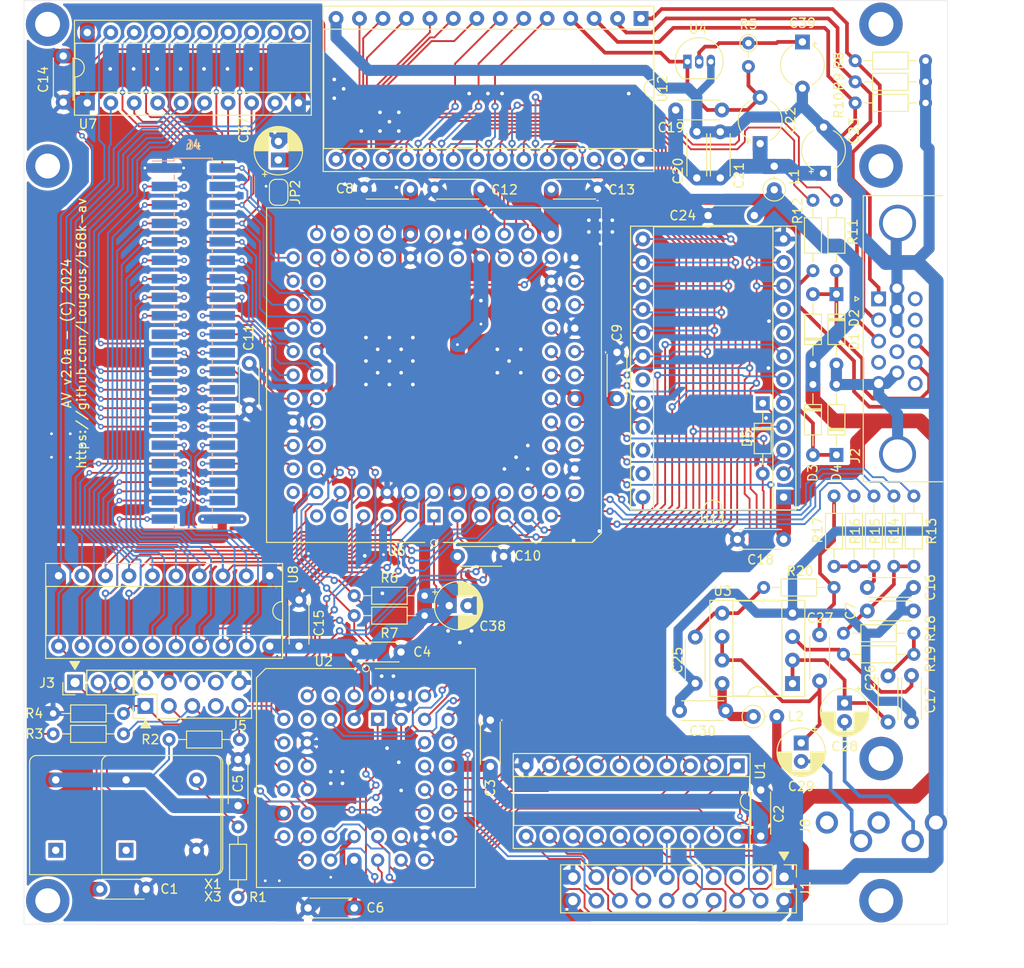
<source format=kicad_pcb>
(kicad_pcb (version 20211014) (generator pcbnew)
  (layers (0 "F.Cu" signal) (31 "B.Cu" signal) (34 "B.Paste" user) (35 "F.Paste" user) (36 "B.SilkS" user "B.Silkscreen") (37 "F.SilkS" user "F.Silkscreen") (38 "B.Mask" user) (39 "F.Mask" user) (44 "Edge.Cuts" user))
  (net 0 "")
  (net 1 "GND")
  (net 2 "+5V")
  (net 3 "/ramdac/VCCA_VGA")
  (net 4 "/B_AD7")
  (net 5 "/B_AD6")
  (net 6 "/B_AD5")
  (net 7 "/B_AD4")
  (net 8 "/B_AD3")
  (net 9 "/B_AD2")
  (net 10 "/B_AD1")
  (net 11 "/B_AD0")
  (net 12 "/RSTn")
  (net 13 "/IRQn")
  (net 14 "/B_CEn")
  (net 15 "/ramdac/RED")
  (net 16 "/ramdac/GREEN")
  (net 17 "/ramdac/BLUE")
  (net 18 "/EDDC_5V")
  (net 19 "/EDDC_DT")
  (net 20 "/EDDC_CK")
  (net 21 "Net-(R1-Pad2)")
  (net 22 "/flex/OPL2_SH")
  (net 23 "/flex/PXL_BLK")
  (net 24 "/flex/PXL_DT7")
  (net 25 "/flex/PXL_DT6")
  (net 26 "/flex/PXL_DT4")
  (net 27 "/flex/PXL_DT2")
  (net 28 "/flex/PXL_DT1")
  (net 29 "/flex/PXL_CLK")
  (net 30 "/flex/PXL_DT5")
  (net 31 "/flex/PXL_DT3")
  (net 32 "/flex/PXL_DT0")
  (net 34 "/flex/M_A0")
  (net 35 "/flex/M_OEn")
  (net 37 "/flex/M_AD15")
  (net 38 "/flex/M_AD13")
  (net 39 "/flex/M_ALE")
  (net 40 "/flex/M_S2")
  (net 41 "/flex/M_WEn")
  (net 42 "/flex/M_S1")
  (net 43 "/flex/M_AD14")
  (net 44 "/flex/M_AD12")
  (net 45 "/flex/M_AD10")
  (net 46 "/flex/M_AD7")
  (net 47 "/flex/M_AD5")
  (net 48 "/flex/M_AD2")
  (net 49 "/flex/M_AD0")
  (net 50 "/flex/M_AD11")
  (net 51 "/flex/M_AD9")
  (net 52 "/flex/M_AD8")
  (net 53 "/flex/M_AD6")
  (net 54 "/flex/M_AD4")
  (net 55 "/flex/M_AD3")
  (net 56 "/flex/M_AD1")
  (net 57 "/flex/M_S0")
  (net 58 "/flex/OPL2_MO")
  (net 59 "/flex/M_LA0")
  (net 60 "/flex/M_LA4")
  (net 61 "/flex/M_LA1")
  (net 62 "/flex/M_LA5")
  (net 63 "/flex/M_LA2")
  (net 64 "/flex/M_LA6")
  (net 65 "/flex/M_LA3")
  (net 66 "/flex/M_LA7")
  (net 67 "/flex/M_LA8")
  (net 68 "/flex/M_LA12")
  (net 69 "/flex/M_LA9")
  (net 70 "/flex/M_LA13")
  (net 71 "/flex/M_LA10")
  (net 72 "/flex/M_LA14")
  (net 73 "/flex/M_LA11")
  (net 74 "/flex/M_LA15")
  (net 75 "/B_ACKn")
  (net 76 "/B_WEn")
  (net 77 "/bus_pld/TMS")
  (net 78 "/bus_pld/TDO")
  (net 79 "/bus_pld/TCK")
  (net 80 "/bus_pld/FLEX_nSTATUS")
  (net 81 "/bus_pld/FLEX_CONF_DONE")
  (net 82 "/bus_pld/OPL_WEn")
  (net 83 "/bus_pld/L_A0")
  (net 84 "/bus_pld/OPL_CEn")
  (net 85 "/bus_pld/FLEX_DATA0")
  (net 86 "/bus_pld/OPL_REn")
  (net 87 "/bus_pld/CLK3P58")
  (net 88 "/bus_pld/FLEX_DCLK")
  (net 89 "/bus_pld/FLEX_nCONFIG")
  (net 90 "/bus_pld/FLEX_REn")
  (net 91 "/bus_pld/FLEX_WEn")
  (net 92 "/bus_pld/DAC_WEn")
  (net 93 "/bus_pld/L_A1")
  (net 94 "/bus_pld/DAC_REn")
  (net 95 "/L_RSTn")
  (net 100 "/bus_pld/TDI")
  (net 101 "/flex/TRST")
  (net 102 "Net-(C39-Pad1)")
  (net 103 "Net-(C25-Pad1)")
  (net 105 "/ramdac/IREF")
  (net 106 "/flex/OPL2_RSTn")
  (net 107 "/flex/CLK25")
  (net 110 "Net-(C26-Pad1)")
  (net 111 "Net-(C27-Pad1)")
  (net 112 "Net-(C7-Pad1)")
  (net 113 "/ramdac/VSYNC_EXT")
  (net 114 "/ramdac/HSYNC_EXT")
  (net 115 "Net-(C16-Pad1)")
  (net 116 "Net-(C17-Pad1)")
  (net 117 "/flex/VSYNC")
  (net 118 "/flex/HSYNC")
  (net 119 "Net-(C26-Pad2)")
  (net 120 "Net-(C27-Pad2)")
  (net 121 "/bus_pld/GP2")
  (net 122 "/bus_pld/GP1")
  (net 123 "/bus_pld/GP0")
  (net 124 "/audio_out_pwm_stereo/LEFT")
  (net 125 "/audio_out_pwm_stereo/RIGHT")
  (net 126 "/flex/PWM_L_HI")
  (net 131 "/flex/PWM_L_LO")
  (net 133 "/opl2/OPL2_IRQn")
  (net 141 "/B_ALEn")
  (net 142 "/B_A0")
  (net 143 "/bus_pld/G_DIR")
  (net 144 "/bus_pld/L_AD0")
  (net 145 "/bus_pld/L_AD1")
  (net 146 "/bus_pld/L_AD2")
  (net 147 "/bus_pld/L_AD3")
  (net 148 "/bus_pld/L_AD4")
  (net 149 "/bus_pld/L_AD5")
  (net 150 "/bus_pld/L_AD6")
  (net 151 "/bus_pld/L_AD7")
  (net 152 "/bus_pld/G_OEn")
  (net 155 "/flex/PWM_R_HI")
  (net 156 "/flex/PWM_R_LO")
  (net 157 "/audio_out_pwm_stereo/VCA")
  (footprint "jack:ASJ-5-X_3.5mm_Jack" (layer "F.Cu") (at 193.58 135.3 -90)
    (fp_text reference "J8")
    (fp_text value "Conn_01x05")
  )
  (footprint "Package_DIP:DIP-28_W15.24mm_Socket" (layer "F.Cu") (at 168.4655 51.562 -90)
    (fp_text reference "U12")
    (fp_text value "ADV476_DIP28")
  )
  (footprint "Package_DIP:DIP-20_W7.62mm_Socket" (layer "F.Cu") (at 178.8795 132.461 -90)
    (fp_text reference "U1")
    (fp_text value "74LS245")
  )
  (footprint "Resistor_THT:R_Axial_DIN0204_L3.6mm_D1.6mm_P7.62mm_Horizontal" (layer "F.Cu") (at 187.071 78.867 90)
    (fp_text reference "R12")
    (fp_text value "220")
  )
  (footprint "Package_DIP:DIP-20_W7.62mm_Socket" (layer "F.Cu") (at 128.27 111.887 -90)
    (fp_text reference "U8")
    (fp_text value "74LS373")
  )
  (footprint "Capacitor_THT:C_Disc_D4.3mm_W1.9mm_P5.00mm" (layer "F.Cu") (at 137.4775 120.142)
    (fp_text reference "C4")
    (fp_text value "100nF")
  )
  (footprint "Resistor_THT:R_Axial_DIN0204_L3.6mm_D1.6mm_P7.62mm_Horizontal" (layer "F.Cu") (at 137.414 114.046)
    (fp_text reference "R6")
    (fp_text value "1k")
  )
  (footprint "Resistor_THT:R_Axial_DIN0204_L3.6mm_D1.6mm_P7.62mm_Horizontal" (layer "F.Cu") (at 199.263 60.706 180)
    (fp_text reference "R10")
    (fp_text value "75")
  )
  (footprint "Package_DIP:DIP-24_W15.24mm_Socket" (layer "F.Cu") (at 183.896 103.378 180)
    (fp_text reference "U11")
    (fp_text value "YM3812")
  )
  (footprint "TO_SOT_Packages_THT:TO-92_Inline_Narrow_Oval" (layer "F.Cu") (at 173.482 56.24)
    (fp_text reference "U4")
    (fp_text value "LM337L_TO92")
  )
  (footprint "Capacitor_THT:C_Disc_D4.3mm_W1.9mm_P5.00mm" (layer "F.Cu") (at 148.59 109.7915)
    (fp_text reference "C10")
    (fp_text value "200nF")
  )
  (footprint "Connector_Dsub:DSUB-15-HD_Female_Horizontal_P2.29x1.98mm_EdgePinOffset3.03mm_Housed_MountingHolesOffset4.94mm" (layer "F.Cu") (at 194.183 81.915 90)
    (fp_text reference "J2")
    (fp_text value "DB15_Female_HighDensity_MountingHoles")
  )
  (footprint "Capacitor_THT:C_Disc_D4.3mm_W1.9mm_P5.00mm" (layer "F.Cu") (at 181.4195 140.081 90)
    (fp_text reference "C2")
    (fp_text value "100nF")
  )
  (footprint "Package_LCC:PLCC-84_THT-Socket" (layer "F.Cu") (at 146.05 105.41 180)
    (fp_text reference "U6")
    (fp_text value "EPF10K10LC84")
  )
  (footprint "Capacitor_THT:CP_Radial_D5.0mm_P2.00mm" (layer "F.Cu") (at 129.2 66.880113 90)
    (fp_text reference "C37")
    (fp_text value "100u")
  )
  (footprint "Capacitor_THT:C_Disc_D4.3mm_W1.9mm_P5.00mm" (layer "F.Cu") (at 143.51 70.0405 180)
    (fp_text reference "C8")
    (fp_text value "200nF")
  )
  (footprint "Capacitor_THT:C_Disc_D4.3mm_W1.9mm_P5.00mm" (layer "F.Cu") (at 105.918 55.626 -90)
    (fp_text reference "C14")
    (fp_text value "100nF")
  )
  (footprint "Capacitor_THT:CP_Radial_Tantal_D4.5mm_P5.00mm" (layer "F.Cu") (at 181.356 65.111 90)
    (fp_text reference "C22")
    (fp_text value "1uF")
  )
  (footprint "Capacitor_THT:CP_Radial_D5.0mm_P2.00mm" (layer "F.Cu") (at 147.701 115.1255)
    (fp_text reference "C38")
    (fp_text value "100u")
  )
  (footprint "Oscillator:Oscillator_DIP-14" (layer "F.Cu") (at 105.1052 141.605)
    (fp_text reference "X3")
    (fp_text value "CXO_DIP14")
  )
  (footprint "Resistor_THT:R_Axial_DIN0204_L3.6mm_D1.6mm_P7.62mm_Horizontal" (layer "F.Cu") (at 112.4458 126.7968 180)
    (fp_text reference "R4")
    (fp_text value "1k")
  )
  (footprint "Capacitor_THT:C_Disc_D4.3mm_W1.9mm_P5.00mm" (layer "F.Cu") (at 174.498 68.834 90)
    (fp_text reference "C20")
    (fp_text value "100nF")
  )
  (footprint "Capacitor_THT:C_Disc_D4.3mm_W1.9mm_P5.00mm" (layer "F.Cu") (at 131.445 119.507 90)
    (fp_text reference "C15")
    (fp_text value "100nF")
  )
  (footprint "Resistor_THT:R_Axial_DIN0204_L3.6mm_D1.6mm_P7.62mm_Horizontal" (layer "F.Cu") (at 189.611 78.867 90)
    (fp_text reference "R11")
    (fp_text value "220")
  )
  (footprint "Capacitor_THT:C_Disc_D4.3mm_W1.9mm_P5.00mm" (layer "F.Cu") (at 165.862 92.71 90)
    (fp_text reference "C9")
    (fp_text value "200nF")
  )
  (footprint "Capacitor_THT:C_Disc_D4.3mm_W1.9mm_P5.00mm" (layer "F.Cu") (at 151.13 70.0405 180)
    (fp_text reference "C12")
    (fp_text value "200nF")
  )
  (footprint "Capacitor_THT:C_Disc_D4.3mm_W1.9mm_P5.00mm" (layer "F.Cu") (at 180.721 72.898 180)
    (fp_text reference "C24")
    (fp_text value "100nF")
  )
  (footprint "Capacitor_THT:C_Disc_D4.3mm_W1.9mm_P5.00mm" (layer "F.Cu") (at 152.146 132.5245 90)
    (fp_text reference "C3")
    (fp_text value "100nF")
  )
  (footprint "Diode_THT:D_DO-34_SOD68_P7.62mm_Horizontal" (layer "F.Cu") (at 187.071 91.186 -90)
    (fp_text reference "D3")
    (fp_text value "D")
  )
  (footprint "Resistor_THT:R_Axial_DIN0204_L3.6mm_D1.6mm_P7.62mm_Horizontal" (layer "F.Cu") (at 199.263 58.42 180)
    (fp_text reference "R9")
    (fp_text value "75")
  )
  (footprint "Resistor_THT:R_Axial_DIN0204_L3.6mm_D1.6mm_P7.62mm_Horizontal" (layer "F.Cu") (at 112.4458 129.0066 180)
    (fp_text reference "R3")
    (fp_text value "1k")
  )
  (footprint "Resistor_THT:R_Axial_DIN0204_L3.6mm_D1.6mm_P7.62mm_Horizontal" (layer "F.Cu") (at 137.414 116.205)
    (fp_text reference "R7")
    (fp_text value "1k")
  )
  (footprint "Diode_THT:D_DO-34_SOD68_P7.62mm_Horizontal" (layer "F.Cu") (at 187.071 89.027 90)
    (fp_text reference "D1")
    (fp_text value "D")
  )
  (footprint "Package_LCC:PLCC-44_THT-Socket" (layer "F.Cu") (at 139.954 127.4318)
    (fp_text reference "U2")
    (fp_text value "EPM7064SL44")
  )
  (footprint "Resistor_THT:R_Axial_DIN0204_L3.6mm_D1.6mm_P7.62mm_Horizontal" (layer "F.Cu") (at 199.263 56.134 180)
    (fp_text reference "R8")
    (fp_text value "75")
  )
  (footprint "Package_DIP:DIP-20_W7.62mm_Socket" (layer "F.Cu") (at 108.5215 60.706 90)
    (fp_text reference "U7")
    (fp_text value "74LS373")
  )
  (footprint "Capacitor_THT:CP_Radial_Tantal_D4.5mm_P5.00mm" (layer "F.Cu") (at 185.928 54.102 -90)
    (fp_text reference "C39")
    (fp_text value "1uF")
  )
  (footprint "Oscillator:Oscillator_DIP-8" (layer "F.Cu") (at 112.7252 141.605)
    (fp_text reference "X1")
    (fp_text value "CXO_DIP8")
  )
  (footprint "Resistor_THT:R_Axial_DIN0204_L3.6mm_D1.6mm_P7.62mm_Horizontal" (layer "F.Cu") (at 124.9934 129.6162 180)
    (fp_text reference "R2")
    (fp_text value "1k")
  )
  (footprint "Inductor_THT:L_Axial_L5.3mm_D2.2mm_P2.54mm_Vertical_Vishay_IM-1" (layer "F.Cu") (at 182.88 70.104 90)
    (fp_text reference "L1")
    (fp_text value "L")
  )
  (footprint "Capacitor_THT:C_Disc_D4.3mm_W1.9mm_P5.00mm" (layer "F.Cu") (at 137.414 147.8534 180)
    (fp_text reference "C6")
    (fp_text value "100nF")
  )
  (footprint "Capacitor_THT:C_Disc_D4.3mm_W1.9mm_P5.00mm" (layer "F.Cu") (at 158.75 70.0405)
    (fp_text reference "C13")
    (fp_text value "200nF")
  )
  (footprint "Resistor_THT:R_Axial_DIN0204_L3.6mm_D1.6mm_P2.54mm_Vertical" (layer "F.Cu") (at 180.086 54.229 -90)
    (fp_text reference "R5")
    (fp_text value "147")
  )
  (footprint "Capacitor_THT:C_Disc_D4.3mm_W1.9mm_P5.00mm" (layer "F.Cu") (at 177.038 68.834 90)
    (fp_text reference "C21")
    (fp_text value "100nF")
  )
  (footprint "Diode_THT:D_DO-34_SOD68_P7.62mm_Horizontal" (layer "F.Cu") (at 189.611 98.806 90)
    (fp_text reference "D4")
    (fp_text value "D")
  )
  (footprint "Capacitor_THT:C_Disc_D4.3mm_W1.9mm_P5.00mm" (layer "F.Cu") (at 124.841 136.779 90)
    (fp_text reference "C5")
    (fp_text value "100nF")
  )
  (footprint "Capacitor_THT:C_Disc_D4.3mm_W1.9mm_P5.00mm" (layer "F.Cu") (at 126.0475 88.9 -90)
    (fp_text reference "C11")
    (fp_text value "200nF")
  )
  (footprint "Diode_THT:D_DO-34_SOD68_P7.62mm_Horizontal" (layer "F.Cu") (at 189.611 81.407 -90)
    (fp_text reference "D2")
    (fp_text value "D")
  )
  (footprint "Resistor_THT:R_Axial_DIN0204_L3.6mm_D1.6mm_P7.62mm_Horizontal" (layer "F.Cu") (at 124.841 146.685 90)
    (fp_text reference "R1")
    (fp_text value "20")
  )
  (footprint "Connector_PinHeader_2.54mm:PinHeader_2x05_P2.54mm_Vertical" (layer "F.Cu") (at 114.808 125.984 90)
    (fp_text reference "J5")
    (fp_text value "Conn_02x05_Odd_Even")
  )
  (footprint "Capacitor_THT:CP_Radial_Tantal_D4.5mm_P5.00mm" (layer "F.Cu") (at 188.214 68.326 90)
    (fp_text reference "C23")
    (fp_text value "10uF")
  )
  (footprint "Capacitor_THT:C_Disc_D4.3mm_W1.9mm_P5.00mm" (layer "F.Cu") (at 172.212 61.468)
    (fp_text reference "C19")
    (fp_text value "100nF")
  )
  (footprint "Capacitor_THT:C_Disc_D4.3mm_W1.9mm_P5.00mm" (layer "F.Cu") (at 183.896 107.95 180)
    (fp_text reference "C18")
    (fp_text value "100n")
  )
  (footprint "MountingHole:MountingHole_2.7mm_M2.5_DIN965_Pad" (layer "F.Cu") (at 104.2289 67.5386)
    (fp_text reference "H1" hide)
    (fp_text value "MountingHole")
  )
  (footprint "MountingHole:MountingHole_2.7mm_M2.5_DIN965_Pad" (layer "F.Cu") (at 104.2416 147.066)
    (fp_text reference "H2" hide)
    (fp_text value locked "MountingHole")
  )
  (footprint "MountingHole:MountingHole_2.7mm_M2.5_DIN965_Pad" (layer "F.Cu") (at 194.437 147.066)
    (fp_text reference "H4" hide)
    (fp_text value "MountingHole")
  )
  (footprint "MountingHole:MountingHole_2.7mm_M2.5_DIN965_Pad" (layer "F.Cu") (at 194.437 52.197)
    (fp_text reference "H3" hide)
    (fp_text value "MountingHole")
  )
  (footprint "Connector_PinHeader_2.54mm:PinHeader_1x03_P2.54mm_Vertical" (layer "F.Cu") (at 107.198 123.444 90)
    (fp_text reference "J3")
    (fp_text value "Conn_01x03")
  )
  (footprint "Capacitor_THT:C_Disc_D4.3mm_W1.9mm_P5.00mm" (layer "F.Cu") (at 109.895 145.8214)
    (fp_text reference "C1")
    (fp_text value "100nF")
  )
  (footprint "Jumper:SolderJumper-2_P1.3mm_Bridged_RoundedPad1.0x1.5mm" (layer "F.Cu") (at 129.2352 70.3834 -90)
    (fp_text reference "JP2")
    (fp_text value "SolderJumper_2_Bridged")
  )
  (footprint "MountingHole:MountingHole_2.7mm_M2.5_DIN965_Pad" (layer "F.Cu") (at 194.437 67.5386)
    (fp_text reference "H7" hide)
    (fp_text value "MountingHole")
  )
  (footprint "Diode_THT:D_DO-34_SOD68_P7.62mm_Horizontal" (layer "F.Cu") (at 181.6354 93.218 -90)
    (fp_text reference "D5")
    (fp_text value "D")
  )
  (footprint "MountingHole:MountingHole_2.7mm_M2.5_DIN965_Pad" (layer "F.Cu") (at 104.22 52.19)
    (fp_text reference "H5" hide)
    (fp_text value "MountingHole")
  )
  (footprint "Resistor_THT:R_Axial_DIN0204_L3.6mm_D1.6mm_P7.62mm_Horizontal" (layer "F.Cu") (at 197.993 103.251 -90)
    (fp_text reference "R13")
    (fp_text value "1k17")
  )
  (footprint "MountingHole:MountingHole_2.7mm_M2.5_DIN965_Pad" (layer "F.Cu") (at 194.45 131.675)
    (fp_text reference "H6" hide)
    (fp_text value "MountingHole")
  )
  (footprint "Resistor_THT:R_Axial_DIN0204_L3.6mm_D1.6mm_P7.62mm_Horizontal" (layer "F.Cu") (at 189.357 110.871 90)
    (fp_text reference "R17")
    (fp_text value "4k7")
  )
  (footprint "Capacitor_THT:C_Disc_D4.3mm_W1.9mm_P5.00mm" (layer "F.Cu") (at 192.953 113.157)
    (fp_text reference "C16")
    (fp_text value "6n8")
  )
  (footprint "Resistor_THT:R_Axial_DIN0204_L3.6mm_D1.6mm_P7.62mm_Horizontal" (layer "F.Cu") (at 190.373 118.11)
    (fp_text reference "R18")
    (fp_text value "4k7")
  )
  (footprint "Package_DIP:DIP-8_W7.62mm_Socket" (layer "F.Cu") (at 184.862 123.561 180)
    (fp_text reference "U3")
    (fp_text value "MCP6002-xP")
  )
  (footprint "Resistor_THT:R_Axial_DIN0204_L3.6mm_D1.6mm_P7.62mm_Horizontal" (layer "F.Cu") (at 191.516 103.251 -90)
    (fp_text reference "R16")
    (fp_text value "1k17")
  )
  (footprint "Capacitor_THT:C_Disc_D4.3mm_W1.9mm_P5.00mm" (layer "F.Cu") (at 174.331 118.531 -90)
    (fp_text reference "C25")
    (fp_text value "6n8")
  )
  (footprint "Resistor_THT:R_Axial_DIN0204_L3.6mm_D1.6mm_P7.62mm_Horizontal" (layer "F.Cu") (at 195.834 103.251 -90)
    (fp_text reference "R14")
    (fp_text value "300k")
  )
  (footprint "Resistor_THT:R_Axial_DIN0204_L3.6mm_D1.6mm_P7.62mm_Horizontal" (layer "F.Cu") (at 189.357 113.157 180)
    (fp_text reference "R20")
    (fp_text value "4k7")
  )
  (footprint "Resistor_THT:R_Axial_DIN0204_L3.6mm_D1.6mm_P7.62mm_Horizontal" (layer "F.Cu") (at 197.993 120.396 180)
    (fp_text reference "R19")
    (fp_text value "4k7")
  )
  (footprint "Capacitor_THT:CP_Radial_D5.0mm_P2.00mm" (layer "F.Cu") (at 185.801 129.981888 -90)
    (fp_text reference "C29")
    (fp_text value "4u7")
  )
  (footprint "Capacitor_THT:C_Disc_D4.3mm_W1.9mm_P5.00mm" (layer "F.Cu") (at 192.953 115.697)
    (fp_text reference "C7")
    (fp_text value "6n8")
  )
  (footprint "Capacitor_THT:C_Disc_D4.3mm_W1.9mm_P5.00mm" (layer "F.Cu") (at 177.633 126.492 180)
    (fp_text reference "C30")
    (fp_text value "100n")
  )
  (footprint "Inductor_THT:L_Axial_L5.3mm_D2.2mm_P2.54mm_Vertical_Vishay_IM-1" (layer "F.Cu") (at 180.617 127.127)
    (fp_text reference "L2")
    (fp_text value "L")
  )
  (footprint "Connector_PinHeader_2.54mm:PinHeader_2x10_P2.54mm_Vertical" (layer "F.Cu") (at 183.95 144.51 -90)
    (fp_text reference "J1")
    (fp_text value "Conn_02x10_Odd_Even")
  )
  (footprint "Capacitor_THT:C_Disc_D4.3mm_W1.9mm_P5.00mm" (layer "F.Cu") (at 195.199 122.722 -90)
    (fp_text reference "C26")
    (fp_text value "6n8")
  )
  (footprint "Capacitor_THT:CP_Radial_D5.0mm_P2.00mm" (layer "F.Cu") (at 190.5 125.663888 -90)
    (fp_text reference "C28")
    (fp_text value "4u7")
  )
  (footprint "Capacitor_THT:C_Disc_D4.3mm_W1.9mm_P5.00mm" (layer "F.Cu") (at 187.793 118.277 -90)
    (fp_text reference "C27")
    (fp_text value "6n8")
  )
  (footprint "Connector_PinSocket_2.00mm:PinSocket_2x20_P2.00mm_Vertical_SMD" (layer "F.Cu") (at 120 86.75)
    (fp_text reference "J4")
    (fp_text value "Conn_02x20_Odd_Even")
  )
  (footprint "Resistor_THT:R_Axial_DIN0204_L3.6mm_D1.6mm_P7.62mm_Horizontal" (layer "F.Cu") (at 193.675 103.251 -90)
    (fp_text reference "R15")
    (fp_text value "300k")
  )
  (footprint "Capacitor_THT:C_Disc_D4.3mm_W1.9mm_P5.00mm" (layer "F.Cu") (at 197.739 122.682 -90)
    (fp_text reference "C17")
    (fp_text value "6n8")
  )
  (footprint "Connector_PinSocket_2.00mm:PinSocket_2x20_P2.00mm_Vertical_SMD" (layer "B.Cu") (at 120 86.75 180)
    (fp_text reference "J6")
    (fp_text value "Conn_02x20_Odd_Even")
  )
  (gr_circle (center 138.684 121.92) (end 138.938 122.174) (layer "F.SilkS") (width 0.12) (fill none))
  (gr_circle (center 146.05 108.331) (end 146.304 108.585) (layer "F.SilkS") (width 0.12) (fill none))
  (gr_poly (pts (xy 183.9595 142.6845) (xy 183.388 141.7955) (xy 184.4675 141.7955)) (layer "F.SilkS") (width 0.1) (fill solid))
  (gr_poly (pts (xy 114.808 127.4826) (xy 115.3795 128.3716) (xy 114.3 128.3716)) (layer "F.SilkS") (width 0.1) (fill solid))
  (gr_poly (pts (xy 107.188 122.047) (xy 106.6165 121.158) (xy 107.696 121.158)) (layer "F.SilkS") (width 0.1) (fill solid))
  (gr_line (start 101.67 149.599) (end 101.67 49.64) (layer "Edge.Cuts") (width 0.04))
  (gr_line (start 201.63 149.599) (end 101.67 149.599) (layer "Edge.Cuts") (width 0.04))
  (gr_line (start 201.63 49.64) (end 201.63 149.599) (layer "Edge.Cuts") (width 0.04))
  (gr_line (start 101.67 49.64) (end 201.63 49.64) (layer "Edge.Cuts") (width 0.04))
  (gr_text "AV v2.0a - (C) 2024\nhttps://github.com/Lougous/b68k-av" (at 107.0864 85.6488 90) (layer "F.SilkS") (effects (font (size 1 1))))
  (segment (start 123.698 57.023) (end 126.238 57.023) (width 1.6) (layer "F.Cu") (net 1))
  (segment (start 131.3815 57.9755) (end 131.3815 60.706) (width 1.6) (layer "F.Cu") (net 1))
  (segment (start 130.429 57.023) (end 131.3815 57.9755) (width 1.6) (layer "F.Cu") (net 1))
  (segment (start 110.998 57.023) (end 113.538 57.023) (width 1.6) (layer "F.Cu") (net 1))
  (segment (start 138.157001 110.127999) (end 138.557 109.728) (width 0.4) (layer "F.Cu") (net 1))
  (segment (start 121.158 57.023) (end 123.698 57.023) (width 1.6) (layer "F.Cu") (net 1))
  (segment (start 125.73 115.189) (end 119.888 115.189) (width 1.6) (layer "F.Cu") (net 1))
  (segment (start 138.557 109.728) (end 140.462 109.728) (width 0.4) (layer "F.Cu") (net 1))
  (segment (start 140.462 109.728) (end 140.589 109.601) (width 0.4) (layer "F.Cu") (net 1))
  (segment (start 113.538 57.023) (end 116.078 57.023) (width 1.6) (layer "F.Cu") (net 1))
  (segment (start 126.238 57.023) (end 130.429 57.023) (width 1.6) (layer "F.Cu") (net 1))
  (segment (start 131.445 114.507) (end 131.445 113.37563) (width 0.4) (layer "F.Cu") (net 1))
  (segment (start 131.445 113.37563) (end 134.377042 110.443588) (width 0.4) (layer "F.Cu") (net 1))
  (segment (start 128.27 111.887) (end 130.048 111.887) (width 0.4) (layer "F.Cu") (net 1))
  (segment (start 130.048 111.887) (end 132.461 109.474) (width 0.4) (layer "F.Cu") (net 1))
  (segment (start 119.888 115.189) (end 118.8085 116.2685) (width 1.6) (layer "F.Cu") (net 1))
  (segment (start 128.27 112.649) (end 125.73 115.189) (width 1.6) (layer "F.Cu") (net 1))
  (segment (start 128.27 111.887) (end 128.27 112.649) (width 1.6) (layer "F.Cu") (net 1))
  (segment (start 107.8065 60.626) (end 107.8865 60.706) (width 1.6) (layer "F.Cu") (net 1))
  (segment (start 108.5215 60.706) (end 108.5215 59.4995) (width 1.6) (layer "F.Cu") (net 1))
  (segment (start 108.5215 59.4995) (end 110.998 57.023) (width 1.6) (layer "F.Cu") (net 1))
  (segment (start 105.41 111.887) (end 105.41 113.9825) (width 1.6) (layer "F.Cu") (net 1))
  (segment (start 118.618 57.023) (end 121.158 57.023) (width 1.6) (layer "F.Cu") (net 1))
  (segment (start 116.078 57.023) (end 118.618 57.023) (width 1.6) (layer "F.Cu") (net 1))
  (segment (start 107.696 116.2685) (end 118.8085 116.2685) (width 1.6) (layer "F.Cu") (net 1))
  (segment (start 105.41 113.9825) (end 107.696 116.2685) (width 1.6) (layer "F.Cu") (net 1))
  (segment (start 134.377042 110.443588) (end 137.841412 110.443588) (width 0.4) (layer "F.Cu") (net 1))
  (segment (start 137.841412 110.443588) (end 138.157001 110.127999) (width 0.4) (layer "F.Cu") (net 1))
  (segment (start 105.918 60.626) (end 108.4415 60.626) (width 1.6) (layer "F.Cu") (net 1))
  (segment (start 116.875 67.75) (end 118.95048 67.75) (width 1) (layer "F.Cu") (net 1))
  (segment (start 107.8865 62.6745) (end 107.8865 60.706) (width 1) (layer "F.Cu") (net 1))
  (segment (start 112.962 67.75) (end 107.8865 62.6745) (width 1) (layer "F.Cu") (net 1))
  (segment (start 114.75 67.75) (end 116.875 67.75) (width 1) (layer "F.Cu") (net 1))
  (segment (start 114.75 67.75) (end 112.962 67.75) (width 1) (layer "F.Cu") (net 1))
  (segment (start 127.875 69.725) (end 129.225 69.725) (width 0.2) (layer "F.Cu") (net 1))
  (via (at 121.158 57.023) (size 0.8) (drill 0.4) (layers "F.Cu" "B.Cu") (net 1))
  (via (at 139.954 87.376) (size 0.8) (drill 0.4) (layers "F.Cu" "B.Cu") (net 1))
  (via (at 141.224 88.646) (size 0.8) (drill 0.4) (layers "F.Cu" "B.Cu") (net 1))
  (via (at 138.684 88.646) (size 0.8) (drill 0.4) (layers "F.Cu" "B.Cu") (net 1))
  (via (at 143.764 86.106) (size 0.8) (drill 0.4) (layers "F.Cu" "B.Cu") (net 1))
  (via (at 141.986 69.85) (size 0.8) (drill 0.4) (layers "F.Cu" "B.Cu") (net 1))
  (via (at 140.3858 122.7582) (size 0.8) (drill 0.4) (layers "F.Cu" "B.Cu") (net 1))
  (via (at 154.178 88.646) (size 0.8) (drill 0.4) (layers "F.Cu" "B.Cu") (net 1))
  (via (at 136.398 69.5) (size 0.8) (drill 0.4) (layers "F.Cu" "B.Cu") (net 1))
  (via (at 136.144 133.096) (size 0.8) (drill 0.4) (layers "F.Cu" "B.Cu") (net 1))
  (via (at 165.354 74.676) (size 0.8) (drill 0.4) (layers "F.Cu" "B.Cu") (net 1))
  (via (at 135.255 60.198) (size 0.8) (drill 0.4) (layers "F.Cu" "B.Cu") (net 1))
  (via (at 136.271 59.182) (size 0.8) (drill 0.4) (layers "F.Cu" "B.Cu") (net 1))
  (via (at 141.6558 122.7582) (size 0.8) (drill 0.4) (layers "F.Cu" "B.Cu") (net 1))
  (via (at 148.844 119.126) (size 0.8) (drill 0.4) (layers "F.Cu" "B.Cu") (net 1))
  (via (at 141.224 91.186) (size 0.8) (drill 0.4) (layers "F.Cu" "B.Cu") (net 1))
  (via (at 143.764 91.186) (size 0.8) (drill 0.4) (layers "F.Cu" "B.Cu") (net 1))
  (via (at 143.764 88.646) (size 0.8) (drill 0.4) (layers "F.Cu" "B.Cu") (net 1))
  (via (at 134.874 133.096) (size 0.8) (drill 0.4) (layers "F.Cu" "B.Cu") (net 1))
  (via (at 134.874 134.366) (size 0.8) (drill 0.4) (layers "F.Cu" "B.Cu") (net 1))
  (via (at 147.574 117.856) (size 0.8) (drill 0.4) (layers "F.Cu" "B.Cu") (net 1))
  (via (at 116.078 57.023) (size 0.8) (drill 0.4) (layers "F.Cu" "B.Cu") (net 1))
  (via (at 181.991 94.8182) (size 0.8) (drill 0.4) (layers "F.Cu" "B.Cu") (net 1))
  (via (at 182.245 89.408) (size 0.8) (drill 0.4) (layers "F.Cu" "B.Cu") (net 1))
  (via (at 123.698 57.023) (size 0.8) (drill 0.4) (layers "F.Cu" "B.Cu") (net 1))
  (via (at 118.618 57.023) (size 0.8) (drill 0.4) (layers "F.Cu" "B.Cu") (net 1))
  (via (at 149.86 59.69) (size 0.8) (drill 0.4) (layers "F.Cu" "B.Cu") (net 1))
  (via (at 151.892 59.69) (size 0.8) (drill 0.4) (layers "F.Cu" "B.Cu") (net 1))
  (via (at 140.208 61.722) (size 0.8) (drill 0.4) (layers "F.Cu" "B.Cu") (net 1))
  (via (at 161.163 108.077) (size 0.8) (drill 0.4) (layers "F.Cu" "B.Cu") (net 1))
  (via (at 142.494 89.916) (size 0.8) (drill 0.4) (layers "F.Cu" "B.Cu") (net 1))
  (via (at 139.954 89.916) (size 0.8) (drill 0.4) (layers "F.Cu" "B.Cu") (net 1))
  (via (at 155.448 89.916) (size 0.8) (drill 0.4) (layers "F.Cu" "B.Cu") (net 1))
  (via (at 155.448 87.376) (size 0.8) (drill 0.4) (layers "F.Cu" "B.Cu") (net 1))
  (via (at 182.3085 84.328) (size 0.8) (drill 0.4) (layers "F.Cu" "B.Cu") (net 1))
  (via (at 153.67 100.33) (size 0.8) (drill 0.4) (layers "F.Cu" "B.Cu") (net 1))
  (via (at 154.94 99.06) (size 0.8) (drill 0.4) (layers "F.Cu" "B.Cu") (net 1))
  (via (at 138.684 91.186) (size 0.8) (drill 0.4) (layers "F.Cu" "B.Cu") (net 1))
  (via (at 110.998 57.023) (size 0.8) (drill 0.4) (layers "F.Cu" "B.Cu") (net 1))
  (via (at 164.084 75.946) (size 0.8) (drill 0.4) (layers "F.Cu" "B.Cu") (net 1))
  (via (at 162.814 74.676) (size 0.8) (drill 0.4) (layers "F.Cu" "B.Cu") (net 1))
  (via (at 162.814 73.406) (size 0.8) (drill 0.4) (layers "F.Cu" "B.Cu") (net 1))
  (via (at 138.684 86.106) (size 0.8) (drill 0.4) (layers "F.Cu" "B.Cu") (net 1))
  (via (at 141.224 86.106) (size 0.8) (drill 0.4) (layers "F.Cu" "B.Cu") (net 1))
  (via (at 150.114 117.856) (size 0.8) (drill 0.4) (layers "F.Cu" "B.Cu") (net 1))
  (via (at 138.557 109.728) (size 0.8) (drill 0.4) (layers "F.Cu" "B.Cu") (net 1))
  (via (at 140.462 113.792) (size 0.8) (drill 0.4) (layers "F.Cu" "B.Cu") (net 1))
  (via (at 126.238 57.023) (size 0.8) (drill 0.4) (layers "F.Cu" "B.Cu") (net 1))
  (via (at 156.21 100.33) (size 0.8) (drill 0.4) (layers "F.Cu" "B.Cu") (net 1))
  (via (at 152.908 89.916) (size 0.8) (drill 0.4) (layers "F.Cu" "B.Cu") (net 1))
  (via (at 163.957 107.061) (size 0.8) (drill 0.4) (layers "F.Cu" "B.Cu") (net 1))
  (via (at 140.589 109.601) (size 0.6) (drill 0.3) (layers "F.Cu" "B.Cu") (net 1))
  (via (at 152.908 87.376) (size 0.8) (drill 0.4) (layers "F.Cu" "B.Cu") (net 1))
  (via (at 156.21 97.79) (size 0.8) (drill 0.4) (layers "F.Cu" "B.Cu") (net 1))
  (via (at 164.084 74.676) (size 0.8) (drill 0.4) (layers "F.Cu" "B.Cu") (net 1))
  (via (at 165.354 73.406) (size 0.8) (drill 0.4) (layers "F.Cu" "B.Cu") (net 1))
  (via (at 164.084 73.406) (size 0.8) (drill 0.4) (layers "F.Cu" "B.Cu") (net 1))
  (via (at 132.461 109.474) (size 0.6) (drill 0.3) (layers "F.Cu" "B.Cu") (net 1))
  (via (at 141.224 62.738) (size 0.8) (drill 0.4) (layers "F.Cu" "B.Cu") (net 1))
  (via (at 140.208 63.754) (size 0.8) (drill 0.4) (layers "F.Cu" "B.Cu") (net 1))
  (via (at 138.176 63.754) (size 0.8) (drill 0.4) (layers "F.Cu" "B.Cu") (net 1))
  (via (at 135.255 58.166) (size 0.8) (drill 0.4) (layers "F.Cu" "B.Cu") (net 1))
  (via (at 142.494 87.376) (size 0.8) (drill 0.4) (layers "F.Cu" "B.Cu") (net 1))
  (via (at 113.538 57.023) (size 0.8) (drill 0.4) (layers "F.Cu" "B.Cu") (net 1))
  (via (at 136.144 134.366) (size 0.8) (drill 0.4) (layers "F.Cu" "B.Cu") (net 1))
  (via (at 167.132 59.69) (size 0.8) (drill 0.4) (layers "F.Cu" "B.Cu") (net 1))
  (via (at 153.416 59.69) (size 0.8) (drill 0.4) (layers "F.Cu" "B.Cu") (net 1))
  (via (at 142.494 135.128) (size 0.8) (drill 0.4) (layers "F.Cu" "B.Cu") (net 1))
  (via (at 140.97 130.556) (size 0.8) (drill 0.4) (layers "F.Cu" "B.Cu") (net 1))
  (via (at 142.24 61.722) (size 0.8) (drill 0.4) (layers "F.Cu" "B.Cu") (net 1))
  (via (at 142.24 63.754) (size 0.8) (drill 0.4) (layers "F.Cu" "B.Cu") (net 1))
  (via (at 142.24 132.08) (size 0.8) (drill 0.4) (layers "F.Cu" "B.Cu") (net 1))
  (via (at 114.75 67.75) (size 0.6) (drill 0.3) (layers "F.Cu" "B.Cu") (net 1))
  (via (at 107.95 97.79) (size 0.6) (drill 0.3) (layers "F.Cu" "B.Cu") (net 1))
  (via (at 118.95048 67.75) (size 0.6) (drill 0.3) (layers "F.Cu" "B.Cu") (net 1))
  (via (at 104.648 99.06) (size 0.6) (drill 0.3) (layers "F.Cu" "B.Cu") (net 1))
  (via (at 134.874 144.526) (size 0.6) (drill 0.3) (layers "F.Cu" "B.Cu") (net 1))
  (via (at 106.68 96.52) (size 0.6) (drill 0.3) (layers "F.Cu" "B.Cu") (net 1))
  (via (at 127.7874 144.907) (size 0.6) (drill 0.3) (layers "F.Cu" "B.Cu") (net 1))
  (via (at 104.648 96.52) (size 0.6) (drill 0.3) (layers "F.Cu" "B.Cu") (net 1))
  (via (at 106.68 99.06) (size 0.6) (drill 0.3) (layers "F.Cu" "B.Cu") (net 1))
  (via (at 129.3114 144.907) (size 0.6) (drill 0.3) (layers "F.Cu" "B.Cu") (net 1))
  (via (at 127.875 69.725) (size 0.6) (drill 0.3) (layers "F.Cu" "B.Cu") (net 1))
  (segment (start 161.29 85.09) (end 163.242 85.09) (width 1.6) (layer "B.Cu") (net 1))
  (segment (start 163.242 85.09) (end 165.862 87.71) (width 1.6) (layer "B.Cu") (net 1))
  (segment (start 161.29 77.47) (end 162.295788 77.47) (width 1.6) (layer "B.Cu") (net 1))
  (segment (start 162.295788 77.47) (end 163.449 78.623212) (width 1.6) (layer "B.Cu") (net 1))
  (segment (start 142.24 72.9615) (end 148.59 72.9615) (width 1.6) (layer "B.Cu") (net 1))
  (segment (start 183.9595 144.526) (end 183.9595 137.621) (width 1.6) (layer "B.Cu") (net 1))
  (segment (start 156.0195 132.461) (end 156.0195 131.398) (width 1.6) (layer "B.Cu") (net 1))
  (segment (start 175.721 72.898) (end 177.713002 72.898) (width 1.6) (layer "B.Cu") (net 1))
  (segment (start 158.59 72.5005) (end 156.13 70.0405) (width 0.6) (layer "B.Cu") (net 1))
  (segment (start 161.29 77.47) (end 161.29 72.5005) (width 1.6) (layer "B.Cu") (net 1))
  (segment (start 161.29 72.5005) (end 163.75 70.0405) (width 1.6) (layer "B.Cu") (net 1))
  (segment (start 128.27 96.1225) (end 126.0475 93.9) (width 0.6) (layer "B.Cu") (net 1))
  (segment (start 143.60887 120.142) (end 142.4775 120.142) (width 1.6) (layer "B.Cu") (net 1))
  (segment (start 161.29 72.5005) (end 158.59 72.5005) (width 0.6) (layer "B.Cu") (net 1))
  (segment (start 128.27 111.887) (end 128.825 111.887) (width 1.6) (layer "B.Cu") (net 1))
  (segment (start 153.59 109.7915) (end 153.59 126.0805) (width 1.6) (layer "B.Cu") (net 1))
  (segment (start 142.494 122.936) (end 142.494 120.1585) (width 1.6) (layer "B.Cu") (net 1))
  (segment (start 138.6205 145.8595) (end 137.414 145.8595) (width 1.6) (layer "B.Cu") (net 1))
  (segment (start 152.4 115.1255) (end 153.59 113.9355) (width 1.6) (layer "B.Cu") (net 1))
  (segment (start 153.59 113.9355) (end 153.59 109.7915) (width 1.6) (layer "B.Cu") (net 1))
  (segment (start 163.449 100.33) (end 163.449 90.123) (width 1.6) (layer "B.Cu") (net 1))
  (segment (start 163.449 90.123) (end 165.862 87.71) (width 1.6) (layer "B.Cu") (net 1))
  (segment (start 132.461 69.342) (end 134.239 71.12) (width 1.6) (layer "B.Cu") (net 1))
  (segment (start 127.3975 95.25) (end 126.0475 93.9) (width 1.6) (layer "B.Cu") (net 1))
  (segment (start 130.7465 63.5) (end 132.461 65.2145) (width 1.6) (layer "B.Cu") (net 1))
  (segment (start 140.3985 71.12) (end 142.24 72.9615) (width 1.6) (layer "B.Cu") (net 1))
  (segment (start 179.803002 129.9845) (end 172.5295 129.9845) (width 1.6) (layer "B.Cu") (net 1))
  (segment (start 135.89 131.826) (end 134.0358 129.9718) (width 0.6) (layer "B.Cu") (net 1))
  (segment (start 134.0358 129.9718) (end 132.334 129.9718) (width 0.6) (layer "B.Cu") (net 1))
  (segment (start 152.146 127.5245) (end 152.146 126.39313) (width 1.6) (layer "B.Cu") (net 1))
  (segment (start 152.146 126.39313) (end 145.89487 120.142) (width 1.6) (layer "B.Cu") (net 1))
  (segment (start 132.461 65.2145) (end 132.461 69.342) (width 1.6) (layer "B.Cu") (net 1))
  (segment (start 142.24 76.2) (end 143.51 77.47) (width 0.6) (layer "B.Cu") (net 1))
  (segment (start 131.521199 95.961199) (end 130.81 95.25) (width 0.6) (layer "B.Cu") (net 1))
  (segment (start 140.97 102.87) (end 140.97 97.79) (width 0.6) (layer "B.Cu") (net 1))
  (segment (start 172.5295 129.9845) (end 157.36463 129.9845) (width 1.6) (layer "B.Cu") (net 1))
  (segment (start 149.701 115.1255) (end 152.4 115.1255) (width 1.6) (layer "B.Cu") (net 1))
  (segment (start 139.192 131.826) (end 136.144 131.826) (width 0.6) (layer "B.Cu") (net 1))
  (segment (start 141.224 133.858) (end 139.192 131.826) (width 0.6) (layer "B.Cu") (net 1))
  (segment (start 139.641201 96.461201) (end 132.021201 96.461201) (width 0.6) (layer "B.Cu") (net 1))
  (segment (start 132.021201 96.461201) (end 131.521199 95.961199) (width 0.6) (layer "B.Cu") (net 1))
  (segment (start 145.89487 120.142) (end 143.60887 120.142) (width 1.6) (layer "B.Cu") (net 1))
  (segment (start 163.449 78.623212) (end 163.449 81.8515) (width 1.6) (layer "B.Cu") (net 1))
  (segment (start 161.29 85.09) (end 163.449 82.931) (width 1.6) (layer "B.Cu") (net 1))
  (segment (start 141.224 136.3218) (end 141.224 133.858) (width 0.6) (layer "B.Cu") (net 1))
  (segment (start 145.034 140.1318) (end 141.224 136.3218) (width 0.6) (layer "B.Cu") (net 1))
  (segment (start 163.449 100.33) (end 161.29 100.33) (width 1.6) (layer "B.Cu") (net 1))
  (segment (start 181.4195 135.081) (end 181.4195 131.600998) (width 1.6) (layer "B.Cu") (net 1))
  (segment (start 148.59 74.93) (end 148.59 72.9615) (width 1.6) (layer "B.Cu") (net 1))
  (segment (start 156.0195 131.32963) (end 156.0195 132.461) (width 1.6) (layer "B.Cu") (net 1))
  (segment (start 130.81 95.25) (end 127.3975 95.25) (width 1.6) (layer "B.Cu") (net 1))
  (segment (start 150.627278 145.7325) (end 151.003 145.7325) (width 1.6) (layer "B.Cu") (net 1))
  (segment (start 183.9595 137.621) (end 181.4195 135.081) (width 1.6) (layer "B.Cu") (net 1))
  (segment (start 161.29 85.09) (end 160.078799 86.301201) (width 0.6) (layer "B.Cu") (net 1))
  (segment (start 147.378799 76.141201) (end 147.378799 80.449799) (width 0.6) (layer "B.Cu") (net 1))
  (segment (start 160.078799 86.301201) (end 156.595701 86.301201) (width 0.6) (layer "B.Cu") (net 1))
  (segment (start 140.97 97.79) (end 139.641201 96.461201) (width 0.6) (layer "B.Cu") (net 1))
  (segment (start 158.75 80.01) (end 161.29 77.47) (width 0.6) (layer "B.Cu") (net 1))
  (segment (start 128.27 111.887) (end 128.27 96.1225) (width 1.6) (layer "B.Cu") (net 1))
  (segment (start 156.0195 131.398) (end 152.146 127.5245) (width 1.6) (layer "B.Cu") (net 1))
  (segment (start 142.494 124.8918) (end 142.494 122.936) (width 1.6) (layer "B.Cu") (net 1))
  (segment (start 181.4195 135.081) (end 181.4195 134.5565) (width 1.6) (layer "B.Cu") (net 1))
  (segment (start 145.034 140.139222) (end 150.627278 145.7325) (width 1.2) (layer "B.Cu") (net 1))
  (segment (start 177.713002 72.898) (end 180.253002 75.438) (width 1.6) (layer "B.Cu") (net 1))
  (segment (start 180.253002 75.438) (end 183.896 75.438) (width 1.6) (layer "B.Cu") (net 1))
  (segment (start 174.498 63.834) (end 177.038 63.834) (width 1.2) (layer "B.Cu") (net 1))
  (segment (start 175.721 72.898) (end 166.6075 72.898) (width 1.6) (layer "B.Cu") (net 1))
  (segment (start 166.6075 72.898) (end 163.75 70.0405) (width 1.6) (layer "B.Cu") (net 1))
  (segment (start 163.449 82.931) (end 163.449 81.5975) (width 1.6) (layer "B.Cu") (net 1))
  (segment (start 145.034 140.1318) (end 145.034 140.139222) (width 1.6) (layer "B.Cu") (net 1))
  (segment (start 148.59 74.93) (end 147.378799 76.141201) (width 0.6) (layer "B.Cu") (net 1))
  (segment (start 140.589 147.828) (end 138.6205 145.8595) (width 1.6) (layer "B.Cu") (net 1))
  (segment (start 152.2095 144.526) (end 151.003 145.7325) (width 1.6) (layer "B.Cu") (net 1))
  (segment (start 128.825 111.887) (end 131.445 114.507) (width 1.6) (layer "B.Cu") (net 1))
  (segment (start 134.4079 145.8595) (end 132.414 147.8534) (width 1.6) (layer "B.Cu") (net 1))
  (segment (start 148.9075 147.828) (end 140.589 147.828) (width 1.6) (layer "B.Cu") (net 1))
  (segment (start 151.003 145.7325) (end 148.9075 147.828) (width 1.6) (layer "B.Cu") (net 1))
  (segment (start 137.414 145.8595) (end 137.414 142.6718) (width 1.6) (layer "B.Cu") (net 1))
  (segment (start 181.4195 131.600998) (end 179.803002 129.9845) (width 1.6) (layer "B.Cu") (net 1))
  (segment (start 157.36463 129.9845) (end 156.0195 131.32963) (width 1.6) (layer "B.Cu") (net 1))
  (segment (start 142.494 120.1585) (end 142.4775 120.142) (width 1.6) (layer "B.Cu") (net 1))
  (segment (start 153.59 126.0805) (end 152.146 127.5245) (width 1.6) (layer "B.Cu") (net 1))
  (segment (start 137.414 145.8595) (end 134.4079 145.8595) (width 1.6) (layer "B.Cu") (net 1))
  (segment (start 136.144 131.826) (end 135.89 131.826) (width 0.6) (layer "B.Cu") (net 1))
  (segment (start 142.24 72.9615) (end 142.24 76.2) (width 0.6) (layer "B.Cu") (net 1))
  (segment (start 180.965 115.941) (end 178.816 113.792) (width 1) (layer "B.Cu") (net 1))
  (segment (start 107.8865 62.0395) (end 106.426 63.5) (width 1.6) (layer "B.Cu") (net 1))
  (segment (start 130.7465 63.5) (end 130.580113 63.5) (width 1.6) (layer "B.Cu") (net 1))
  (segment (start 196.088 77.978) (end 194.945 77.978) (width 1.6) (layer "B.Cu") (net 1))
  (segment (start 176.403 113.792) (end 172.466 117.729) (width 1) (layer "B.Cu") (net 1))
  (segment (start 173.529 59.102) (end 174.498 60.071) (width 1.2) (layer "B.Cu") (net 1))
  (segment (start 172.633 126.492) (end 172.633 125.229) (width 1) (layer "B.Cu") (net 1))
  (segment (start 194.072 91.186) (end 194.183 91.075) (width 1.2) (layer "B.Cu") (net 1))
  (segment (start 189.4895 107.0555) (end 184.862 111.683) (width 1) (layer "B.Cu") (net 1))
  (segment (start 200.4115 138.6185) (end 200.4115 142.6155) (width 1.6) (layer "B.Cu") (net 1))
  (segment (start 200.4115 127.6295) (end 200.4115 115.5645) (width 1.6) (layer "B.Cu") (net 1))
  (segment (start 199.644 76.454) (end 199.644 65.659) (width 1.2) (layer "B.Cu") (net 1))
  (segment (start 104.775 126.7968) (end 103.0478 126.7968) (width 1.6) (layer "B.Cu") (net 1))
  (segment (start 168.945 57.185) (end 138.973 57.185) (width 1.2) (layer "B.Cu") (net 1))
  (segment (start 183.95 144.51) (end 183.95 143.456) (width 1.6) (layer "B.Cu") (net 1))
  (segment (start 177.038 63.834) (end 178.482 63.834) (width 1.2) (layer "B.Cu") (net 1))
  (segment (start 160.417 144.51) (end 161.09 144.51) (width 1.6) (layer "B.Cu") (net 1))
  (segment (start 199.263 58.42) (end 199.263 56.134) (width 1.2) (layer "B.Cu") (net 1))
  (segment (start 198.12 77.978) (end 199.644 76.454) (width 1.2) (layer "B.Cu") (net 1))
  (segment (start 170.862 59.102) (end 168.945 57.185) (width 1.2) (layer "B.Cu") (net 1))
  (segment (start 196.596 114.514) (end 197.953 113.157) (width 1) (layer "B.Cu") (net 1))
  (segment (start 174.498 59.817) (end 174.498 60.071) (width 0.8) (layer "B.Cu") (net 1))
  (segment (start 131.2545 145.8595) (end 134.4079 145.8595) (width 1.6) (layer "B.Cu") (net 1))
  (segment (start 199.644 65.659) (end 199.263 65.278) (width 1.2) (layer "B.Cu") (net 1))
  (segment (start 174.498 60.071) (end 174.498 63.834) (width 1.2) (layer "B.Cu") (net 1))
  (segment (start 107.823 69.088) (end 105.664 71.247) (width 1.6) (layer "B.Cu") (net 1))
  (segment (start 138.973 57.185) (end 135.4455 53.6575) (width 1.2) (layer "B.Cu") (net 1))
  (segment (start 107.823 66.04) (end 107.823 69.088) (width 1.6) (layer "B.Cu") (net 1))
  (segment (start 106.426 63.5) (end 106.426 64.643) (width 1.6) (layer "B.Cu") (net 1))
  (segment (start 196.163 80.77) (end 196.163 78.053) (width 1.2) (layer "B.Cu") (net 1))
  (segment (start 107.8484 140.3858) (end 103.0478 135.5852) (width 1.6) (layer "B.Cu") (net 1))
  (segment (start 194.183 92.329) (end 195.0775 93.2235) (width 1.2) (layer "B.Cu") (net 1))
  (segment (start 184.862 115.941) (end 180.965 115.941) (width 1) (layer "B.Cu") (net 1))
  (segment (start 152.2095 144.526) (end 160.401 144.526) (width 1.6) (layer "B.Cu") (net 1))
  (segment (start 199.771 143.256) (end 191.8208 143.256) (width 1.6) (layer "B.Cu") (net 1))
  (segment (start 185.928 60.833) (end 185.928 59.102) (width 1.2) (layer "B.Cu") (net 1))
  (segment (start 131.283 69.067) (end 130.825 69.525) (width 0.2) (layer "B.Cu") (net 1))
  (segment (start 191.8208 143.256) (end 190.5668 144.51) (width 1.6) (layer "B.Cu") (net 1))
  (segment (start 106.426 64.643) (end 107.823 66.04) (width 1.6) (layer "B.Cu") (net 1))
  (segment (start 199.263 60.706) (end 199.263 58.42) (width 1.2) (layer "B.Cu") (net 1))
  (segment (start 196.088 77.978) (end 198.12 77.978) (width 1.2) (layer "B.Cu") (net 1))
  (segment (start 178.482 63.834) (end 180.086 62.23) (width 1.2) (layer "B.Cu") (net 1))
  (segment (start 156.13 70.0405) (end 156.13 70.024) (width 0.6) (layer "B.Cu") (net 1))
  (segment (start 194.183 91.075) (end 194.183 92.329) (width 1.2) (layer "B.Cu") (net 1))
  (segment (start 138.51 70.0405) (end 138.51 70.946) (width 1.6) (layer "B.Cu") (net 1))
  (segment (start 176.022 58.293) (end 174.498 59.817) (width 0.8) (layer "B.Cu") (net 1))
  (segment (start 190.617 115.941) (end 192.786 118.11) (width 1) (layer "B.Cu") (net 1))
  (segment (start 194.056 125.476) (end 196.469 125.476) (width 1) (layer "B.Cu") (net 1))
  (segment (start 190.5 65.612) (end 188.214 63.326) (width 1.6) (layer "B.Cu") (net 1))
  (segment (start 147.5905 68.58) (end 146.13 70.0405) (width 0.6) (layer "B.Cu") (net 1))
  (segment (start 196.596 115.697) (end 196.596 114.514) (width 1) (layer "B.Cu") (net 1))
  (segment (start 192.786 118.11) (end 192.786 124.206) (width 1) (layer "B.Cu") (net 1))
  (segment (start 195.0775 93.2235) (end 196.233 94.379) (width 1.2) (layer "B.Cu") (net 1))
  (segment (start 120.3452 148.4122) (end 120.396 148.463) (width 1.6) (layer "B.Cu") (net 1))
  (segment (start 114.895 145.796) (end 114.895 148.3468) (width 1.6) (layer "B.Cu") (net 1))
  (segment (start 200.4115 142.6155) (end 199.771 143.256) (width 1.6) (layer "B.Cu") (net 1))
  (segment (start 192.024 75.057) (end 192.024 70.612) (width 1.6) (layer "B.Cu") (net 1))
  (segment (start 104.521 71.247) (end 102.997 72.771) (width 1.6) (layer "B.Cu") (net 1))
  (segment (start 143.764 84.064598) (end 143.764 86.106) (width 0.6) (layer "B.Cu") (net 1))
  (segment (start 148.59 72.9615) (end 148.59 72.5005) (width 1.6) (layer "B.Cu") (net 1))
  (segment (start 189.611 91.186) (end 194.072 91.186) (width 1.2) (layer "B.Cu") (net 1))
  (segment (start 196.233 94.379) (end 196.233 98.73) (width 1.2) (layer "B.Cu") (net 1))
  (segment (start 103.0478 135.5852) (end 103.0478 126.111) (width 1.6) (layer "B.Cu") (net 1))
  (segment (start 160.401 144.526) (end 160.417 144.51) (width 1.6) (layer "B.Cu") (net 1))
  (segment (start 190.5 69.088) (end 190.5 65.612) (width 1.6) (layer "B.Cu") (net 1))
  (segment (start 196.163 78.053) (end 196.088 77.978) (width 1.2) (layer "B.Cu") (net 1))
  (segment (start 138.51 70.946) (end 138.684 71.12) (width 1.6) (layer "B.Cu") (net 1))
  (segment (start 192.786 124.206) (end 194.056 125.476) (width 1) (layer "B.Cu") (net 1))
  (segment (start 170.862 59.102) (end 173.529 59.102) (width 1.2) (layer "B.Cu") (net 1))
  (segment (start 195.0775 93.2235) (end 200.4115 93.2235) (width 1.2) (layer "B.Cu") (net 1))
  (segment (start 120.396 148.463) (end 115.0112 148.463) (width 1.6) (layer "B.Cu") (net 1))
  (segment (start 196.088 77.978) (end 196.088 73.875) (width 1.2) (layer "B.Cu") (net 1))
  (segment (start 196.596 115.697) (end 197.953 115.697) (width 1) (layer "B.Cu") (net 1))
  (segment (start 172.466 121.666) (end 174.331 123.531) (width 1) (layer "B.Cu") (net 1))
  (segment (start 172.633 125.229) (end 174.331 123.531) (width 1) (layer "B.Cu") (net 1))
  (segment (start 196.088 73.875) (end 196.233 73.73) (width 1.2) (layer "B.Cu") (net 1))
  (segment (start 196.163 85.35) (end 196.163 83.06) (width 1.2) (layer "B.Cu") (net 1))
  (segment (start 107.8865 60.706) (end 107.8865 62.0395) (width 1.6) (layer "B.Cu") (net 1))
  (segment (start 116.875 67.75) (end 114.75 67.75) (width 1) (layer "B.Cu") (net 1))
  (segment (start 198.374 77.978) (end 196.088 77.978) (width 1.6) (layer "B.Cu") (net 1))
  (segment (start 194.945 77.978) (end 192.024 75.057) (width 1.6) (layer "B.Cu") (net 1))
  (segment (start 138.684 71.12) (end 140.3985 71.12) (width 1.6) (layer "B.Cu") (net 1))
  (segment (start 189.611 91.186) (end 189.611 89.027) (width 1.2) (layer "B.Cu") (net 1))
  (segment (start 109.5248 148.463) (end 107.8484 146.7866) (width 1.6) (layer "B.Cu") (net 1))
  (segment (start 200.4115 115.5645) (end 200.4115 113.0245) (width 1.6) (layer "B.Cu") (net 1))
  (segment (start 130.625 69.725) (end 127.875 69.725) (width 0.2) (layer "B.Cu") (net 1))
  (segment (start 192.786 118.11) (end 194.183 118.11) (width 1) (layer "B.Cu") (net 1))
  (segment (start 184.862 115.941) (end 190.617 115.941) (width 1) (layer "B.Cu") (net 1))
  (segment (start 200.4115 80.0155) (end 198.374 77.978) (width 1.6) (layer "B.Cu") (net 1))
  (segment (start 194.183 91.075) (end 195.018 91.075) (width 1.2) (layer "B.Cu") (net 1))
  (segment (start 197.739 126.746) (end 197.739 127.682) (width 1) (layer "B.Cu") (net 1))
  (segment (start 195.018 91.075) (end 196.163 89.93) (width 1.2) (layer "B.Cu") (net 1))
  (segment (start 184.531 62.23) (end 185.928 60.833) (width 1.2) (layer "B.Cu") (net 1))
  (segment (start 131.933 69.067) (end 131.283 69.067) (width 0.2) (layer "B.Cu") (net 1))
  (segment (start 134.239 71.12) (end 138.684 71.12) (width 1.6) (layer "B.Cu") (net 1))
  (segment (start 199.263 65.278) (end 199.263 60.706) (width 1.2) (layer "B.Cu") (net 1))
  (segment (start 196.163 83.06) (end 196.163 80.77) (width 1.2) (layer "B.Cu") (net 1))
  (segment (start 200.4115 113.0245) (end 200.4115 107.0555) (width 1.6) (layer "B.Cu") (net 1))
  (segment (start 178.816 113.792) (end 176.403 113.792) (width 1) (layer "B.Cu") (net 1))
  (segment (start 185.928 59.102) (end 185.928 61.04) (width 1.2) (layer "B.Cu") (net 1))
  (segment (start 120.3452 141.605) (end 120.3452 148.4122) (width 1.6) (layer "B.Cu") (net 1))
  (segment (start 131.3815 62.865) (end 131.3815 60.706) (width 1.6) (layer "B.Cu") (net 1))
  (segment (start 192.024 70.612) (end 190.5 69.088) (width 1.6) (layer "B.Cu") (net 1))
  (segment (start 172.466 117.729) (end 172.466 121.666) (width 1) (layer "B.Cu") (net 1))
  (segment (start 103.0732 126.1364) (end 103.0478 126.111) (width 1.6) (layer "B.Cu") (net 1))
  (segment (start 180.086 62.23) (end 184.531 62.23) (width 1.2) (layer "B.Cu") (net 1))
  (segment (start 103.0478 126.111) (end 103.0478 114.2492) (width 1.6) (layer "B.Cu") (net 1))
  (segment (start 120.396 148.463) (end 128.651 148.463) (width 1.6) (layer "B.Cu") (net 1))
  (segment (start 105.664 71.247) (end 104.521 71.247) (width 1.6) (layer "B.Cu") (net 1))
  (segment (start 154.686 68.58) (end 147.5905 68.58) (width 0.6) (layer "B.Cu") (net 1))
  (segment (start 130.825 69.525) (end 130.625 69.725) (width 0.2) (layer "B.Cu") (net 1))
  (segment (start 196.469 125.476) (end 197.739 126.746) (width 1) (layer "B.Cu") (net 1))
  (segment (start 200.4115 138.6185) (end 200.4115 127.6295) (width 1.6) (layer "B.Cu") (net 1))
  (segment (start 185.928 61.04) (end 188.214 63.326) (width 1.2) (layer "B.Cu") (net 1))
  (segment (start 135.4455 53.6575) (end 135.4455 51.562) (width 1.2) (layer "B.Cu") (net 1))
  (segment (start 114.895 148.3468) (end 115.0112 148.463) (width 1.6) (layer "B.Cu") (net 1))
  (segment (start 176.022 58.293) (end 176.022 56.24) (width 0.8) (layer "B.Cu") (net 1))
  (segment (start 103.0478 114.2492) (end 105.41 111.887) (width 1.6) (layer "B.Cu") (net 1))
  (segment (start 107.8484 146.7866) (end 107.8484 140.3858) (width 1.6) (layer "B.Cu") (net 1))
  (segment (start 128.651 148.463) (end 131.2545 145.8595) (width 1.6) (layer "B.Cu") (net 1))
  (segment (start 118.95048 67.75) (end 116.875 67.75) (width 1) (layer "B.Cu") (net 1))
  (segment (start 148.59 72.5005) (end 146.13 70.0405) (width 1.6) (layer "B.Cu") (net 1))
  (segment (start 102.997 109.474) (end 105.41 111.887) (width 1.6) (layer "B.Cu") (net 1))
  (segment (start 200.4115 93.2235) (end 200.4115 80.0155) (width 1.6) (layer "B.Cu") (net 1))
  (segment (start 200.4115 107.0555) (end 189.4895 107.0555) (width 1) (layer "B.Cu") (net 1))
  (segment (start 130.580113 63.5) (end 129.2 64.880113) (width 1.6) (layer "B.Cu") (net 1))
  (segment (start 190.5668 144.51) (end 183.95 144.51) (width 1.6) (layer "B.Cu") (net 1))
  (segment (start 147.378799 80.449799) (end 143.764 84.064598) (width 0.6) (layer "B.Cu") (net 1))
  (segment (start 102.997 72.771) (end 102.997 109.474) (width 1.6) (layer "B.Cu") (net 1))
  (segment (start 184.862 111.683) (end 184.862 115.941) (width 1) (layer "B.Cu") (net 1))
  (segment (start 130.7465 63.5) (end 131.3815 62.865) (width 1.6) (layer "B.Cu") (net 1))
  (segment (start 156.13 70.024) (end 154.686 68.58) (width 0.6) (layer "B.Cu") (net 1))
  (segment (start 115.0112 148.463) (end 109.5248 148.463) (width 1.6) (layer "B.Cu") (net 1))
  (segment (start 200.4115 107.0555) (end 200.4115 93.2235) (width 1.6) (layer "B.Cu") (net 1))
  (segment (start 194.183 118.11) (end 196.596 115.697) (width 1) (layer "B.Cu") (net 1))
  (segment (start 148.59 109.7915) (end 147.32 108.5215) (width 0.6) (layer "F.Cu") (net 2))
  (segment (start 132.021201 76.204701) (end 131.3815 75.565) (width 0.6) (layer "F.Cu") (net 2))
  (segment (start 161.29 92.71) (end 160.578801 91.998801) (width 0.6) (layer "F.Cu") (net 2))
  (segment (start 147.701 115.1255) (end 147.701 112.649) (width 1.6) (layer "F.Cu") (net 2))
  (segment (start 147.701 112.649) (end 147.701 110.6805) (width 1.6) (layer "F.Cu") (net 2))
  (segment (start 159.272578 91.44) (end 157.7975 91.44) (width 0.6) (layer "F.Cu") (net 2))
  (segment (start 157.7975 91.44) (end 148.59 100.6475) (width 0.6) (layer "F.Cu") (net 2))
  (segment (start 160.578801 91.998801) (end 159.831379 91.998801) (width 0.6) (layer "F.Cu") (net 2))
  (segment (start 159.831379 91.998801) (end 159.272578 91.44) (width 0.6) (layer "F.Cu") (net 2))
  (segment (start 147.32 107.2515) (end 147.32 104.14) (width 0.6) (layer "F.Cu") (net 2))
  (segment (start 147.32 108.5215) (end 147.32 107.2515) (width 0.6) (layer "F.Cu") (net 2))
  (segment (start 144.78 101.981) (end 145.542 101.219) (width 0.6) (layer "F.Cu") (net 2))
  (segment (start 144.78 106.934) (end 144.78 101.981) (width 0.6) (layer "F.Cu") (net 2))
  (segment (start 136.25723 147.828) (end 135.89 147.828) (width 1.6) (layer "F.Cu") (net 2))
  (segment (start 137.414 147.8534) (end 136.28263 147.8534) (width 1.6) (layer "F.Cu") (net 2))
  (segment (start 136.28263 147.8534) (end 136.25723 147.828) (width 1.6) (layer "F.Cu") (net 2))
  (segment (start 149.86 72.44187) (end 143.62537 72.44187) (width 1.6) (layer "F.Cu") (net 2))
  (segment (start 147.32 107.2515) (end 147.32 112.268) (width 1.6) (layer "F.Cu") (net 2))
  (segment (start 147.32 112.268) (end 147.701 112.649) (width 1.6) (layer "F.Cu") (net 2))
  (segment (start 145.034 107.188) (end 144.78 106.934) (width 0.6) (layer "F.Cu") (net 2))
  (segment (start 145.034 114.046) (end 145.034 107.188) (width 1.2) (layer "F.Cu") (net 2))
  (segment (start 137.414 147.8534) (end 152.6286 147.8534) (width 1.6) (layer "F.Cu") (net 2))
  (segment (start 134.747 81.9785) (end 134.0485 81.28) (width 0.6) (layer "F.Cu") (net 2))
  (segment (start 134.0485 81.28) (end 132.588 81.28) (width 0.6) (layer "F.Cu") (net 2))
  (segment (start 132.588 81.28) (end 132.021201 80.713201) (width 0.6) (layer "F.Cu") (net 2))
  (segment (start 108.5215 53.086) (end 108.5215 54.15387) (width 1.6) (layer "F.Cu") (net 2))
  (segment (start 108.5215 54.15387) (end 107.04937 55.626) (width 1.6) (layer "F.Cu") (net 2))
  (segment (start 134.747 86.233) (end 134.747 81.9785) (width 0.6) (layer "F.Cu") (net 2))
  (segment (start 143.51 70.0405) (end 143.51 72.3265) (width 1.6) (layer "F.Cu") (net 2))
  (segment (start 143.62537 72.44187) (end 143.51 72.3265) (width 1.6) (layer "F.Cu") (net 2))
  (segment (start 143.51 72.3265) (end 143.51 74.93) (width 1.6) (layer "F.Cu") (net 2))
  (segment (start 133.35 87.63) (end 134.747 86.233) (width 0.6) (layer "F.Cu") (net 2))
  (segment (start 151.13 84.6455) (end 148.6535 84.6455) (width 1.6) (layer "F.Cu") (net 2))
  (segment (start 136.144 143.637) (end 137.414 144.907) (width 0.6) (layer "F.Cu") (net 2))
  (segment (start 134.0485 76.2) (end 132.0165 76.2) (width 0.6) (layer "F.Cu") (net 2))
  (segment (start 132.0165 76.2) (end 131.3815 75.565) (width 1.6) (layer "F.Cu") (net 2))
  (segment (start 158.75 70.0405) (end 158.75 74.93) (width 1.6) (layer "F.Cu") (net 2))
  (segment (start 143.51 74.93) (end 142.24 76.2) (width 0.6) (layer "F.Cu") (net 2))
  (segment (start 131.3815 74.168) (end 131.3815 75.565) (width 1.6) (layer "F.Cu") (net 2))
  (segment (start 147.3835 101.219) (end 148.59 101.219) (width 0.6) (layer "F.Cu") (net 2))
  (segment (start 145.542 101.219) (end 147.3835 101.219) (width 0.6) (layer "F.Cu") (net 2))
  (segment (start 148.59 100.6475) (end 148.59 101.219) (width 0.6) (layer "F.Cu") (net 2))
  (segment (start 148.59 101.219) (end 148.59 102.87) (width 0.6) (layer "F.Cu") (net 2))
  (segment (start 148.59 84.6455) (end 151.13 82.1055) (width 1.6) (layer "F.Cu") (net 2))
  (segment (start 142.24 78.1685) (end 141.5415 78.867) (width 0.6) (layer "F.Cu") (net 2))
  (segment (start 142.24 76.2) (end 142.24 78.1685) (width 0.6) (layer "F.Cu") (net 2))
  (segment (start 137.414 140.1318) (end 136.144 141.4018) (width 0.6) (layer "F.Cu") (net 2))
  (segment (start 135.3185 78.867) (end 134.62 78.1685) (width 0.6) (layer "F.Cu") (net 2))
  (segment (start 141.5415 78.867) (end 135.3185 78.867) (width 0.6) (layer "F.Cu") (net 2))
  (segment (start 151.13 70.0405) (end 151.13 71.17187) (width 1.6) (layer "F.Cu") (net 2))
  (segment (start 151.13 71.17187) (end 149.86 72.44187) (width 1.6) (layer "F.Cu") (net 2))
  (segment (start 149.86 72.44187) (end 149.86 73.533) (width 1.6) (layer "F.Cu") (net 2))
  (segment (start 148.59 86.868) (end 148.59 84.709) (width 1.6) (layer "F.Cu") (net 2))
  (segment (start 183.896 103.378) (end 183.896 107.188) (width 1.6) (layer "F.Cu") (net 2))
  (segment (start 148.59 102.87) (end 148.59 86.868) (width 1.6) (layer "F.Cu") (net 2))
  (segment (start 147.574 132.5118) (end 152.1333 132.5118) (width 1.2) (layer "F.Cu") (net 2))
  (segment (start 152.1333 132.5118) (end 152.146 132.5245) (width 1.6) (layer "F.Cu") (net 2))
  (segment (start 132.021201 80.713201) (end 132.021201 76.204701) (width 0.6) (layer "F.Cu") (net 2))
  (segment (start 147.701 110.6805) (end 148.59 109.7915) (width 1.6) (layer "F.Cu") (net 2))
  (segment (start 147.32 104.14) (end 148.59 102.87) (width 0.6) (layer "F.Cu") (net 2))
  (segment (start 184.3405 140.081) (end 178.8795 140.081) (width 1.6) (layer "F.Cu") (net 2))
  (segment (start 145.034 116.205) (end 145.034 114.046) (width 1.6) (layer "F.Cu") (net 2))
  (segment (start 148.6535 84.6455) (end 148.59 84.709) (width 1.6) (layer "F.Cu") (net 2))
  (segment (start 148.59 84.709) (end 148.59 84.6455) (width 1.6) (layer "F.Cu") (net 2))
  (segment (start 151.13 77.47) (end 149.86 76.2) (width 0.6) (layer "F.Cu") (net 2))
  (segment (start 149.86 76.2) (end 149.86 73.533) (width 0.6) (layer "F.Cu") (net 2))
  (segment (start 134.62 76.7715) (end 134.0485 76.2) (width 0.6) (layer "F.Cu") (net 2))
  (segment (start 134.62 78.1685) (end 134.62 76.7715) (width 0.6) (layer "F.Cu") (net 2))
  (segment (start 137.414 144.907) (end 137.414 147.8534) (width 0.6) (layer "F.Cu") (net 2))
  (segment (start 136.144 141.4018) (end 136.144 143.637) (width 0.6) (layer "F.Cu") (net 2))
  (segment (start 107.04937 55.626) (end 105.918 55.626) (width 1.6) (layer "F.Cu") (net 2))
  (segment (start 131.3815 66.4845) (end 131.3815 74.168) (width 1.6) (layer "F.Cu") (net 2))
  (segment (start 161.29 92.71) (end 165.862 92.71) (width 1.6) (layer "F.Cu") (net 2))
  (segment (start 191.897 100.076) (end 191.262 100.711) (width 1.6) (layer "F.Cu") (net 2))
  (segment (start 200.406 96.901) (end 198.628 95.123) (width 1.6) (layer "F.Cu") (net 2))
  (segment (start 105.664 63.881) (end 107.823 66.04) (width 1.6) (layer "F.Cu") (net 2))
  (segment (start 109.895 145.8214) (end 108.712 145.8214) (width 1.6) (layer "F.Cu") (net 2))
  (segment (start 103.03999 72.72801) (end 103.03999 107.90701) (width 1.6) (layer "F.Cu") (net 2))
  (segment (start 103.03999 129.07499) (end 103.03999 121.45499) (width 1.6) (layer "F.Cu") (net 2))
  (segment (start 129.2 66.880113) (end 130.985887 66.880113) (width 1.6) (layer "F.Cu") (net 2))
  (segment (start 186.144435 136.487435) (end 186.86887 135.763) (width 1.6) (layer "F.Cu") (net 2))
  (segment (start 189.357 95.123) (end 187.071 92.837) (width 1.6) (layer "F.Cu") (net 2))
  (segment (start 185.1312 147.05) (end 185.8264 146.3548) (width 1.6) (layer "F.Cu") (net 2))
  (segment (start 152.6286 147.8534) (end 153.432 147.05) (width 1.6) (layer "F.Cu") (net 2))
  (segment (start 107.823 69.088) (end 105.664 71.247) (width 1.6) (layer "F.Cu") (net 2))
  (segment (start 109.6264 148.463) (end 107.8484 146.685) (width 1.6) (layer "F.Cu") (net 2))
  (segment (start 185.8264 146.3548) (end 185.8264 141.5669) (width 1.6) (layer "F.Cu") (net 2))
  (segment (start 123.125 105.75) (end 125.25 105.75) (width 1) (layer "F.Cu") (net 2))
  (segment (start 183.157 127.127) (end 183.157 133.5) (width 1) (layer "F.Cu") (net 2))
  (segment (start 133.477 61.7855) (end 131.3815 63.881) (width 1.6) (layer "F.Cu") (net 2))
  (segment (start 187.071 92.837) (end 187.071 91.186) (width 1.6) (layer "F.Cu") (net 2))
  (segment (start 103.03999 57.86901) (end 103.03999 62.78099) (width 1.6) (layer "F.Cu") (net 2))
  (segment (start 117.2972 121.666) (end 116.459 121.666) (width 1) (layer "F.Cu") (net 2))
  (segment (start 131.3815 63.881) (end 131.3815 66.4845) (width 1.6) (layer "F.Cu") (net 2))
  (segment (start 134.8105 89.0905) (end 134.8105 98.3395) (width 0.6) (layer "F.Cu") (net 2))
  (segment (start 123.063 107.569) (end 103.378 107.569) (width 1.6) (layer "F.Cu") (net 2))
  (segment (start 183.9595 147.066) (end 183.9585 147.065) (width 1.6) (layer "F.Cu") (net 2))
  (segment (start 194.183 95.123) (end 189.357 95.123) (width 1.6) (layer "F.Cu") (net 2))
  (segment (start 181.4195 140.081) (end 182.55087 140.081) (width 1.6) (layer "F.Cu") (net 2))
  (segment (start 186.86887 135.763) (end 198.12 135.763) (width 1.6) (layer "F.Cu") (net 2))
  (segment (start 107.8484 140.4112) (end 103.03999 135.60279) (width 1.6) (layer "F.Cu") (net 2))
  (segment (start 128.02763 148.463) (end 109.6264 148.463) (width 1.6) (layer "F.Cu") (net 2))
  (segment (start 117.348 121.7168) (end 117.348 123.444) (width 1) (layer "F.Cu") (net 2))
  (segment (start 183.157 133.5) (end 186.144435 136.487435) (width 1) (layer "F.Cu") (net 2))
  (segment (start 103.03999 133.99281) (end 103.03999 129.07499) (width 1.6) (layer "F.Cu") (net 2))
  (segment (start 107.8484 146.685) (end 107.8484 140.4112) (width 1.6) (layer "F.Cu") (net 2))
  (segment (start 191.262 100.711) (end 186.944 100.711) (width 1.6) (layer "F.Cu") (net 2))
  (segment (start 108.712 145.8214) (end 107.8484 146.685) (width 1.6) (layer "F.Cu") (net 2))
  (segment (start 123.125 105.75) (end 123.125 107.507) (width 1) (layer "F.Cu") (net 2))
  (segment (start 132.65 99.05) (end 132.08 99.62) (width 0.6) (layer "F.Cu") (net 2))
  (segment (start 103.0478 133.985) (end 103.03999 133.99281) (width 1.6) (layer "F.Cu") (net 2))
  (segment (start 103.03999 135.60279) (end 103.03999 133.99281) (width 1.6) (layer "F.Cu") (net 2))
  (segment (start 128.031 107.569) (end 123.063 107.569) (width 0.6) (layer "F.Cu") (net 2))
  (segment (start 128.27 119.507) (end 128.27 120.130384) (width 1) (layer "F.Cu") (net 2))
  (segment (start 132.08 99.62) (end 132.08 103.52) (width 0.6) (layer "F.Cu") (net 2))
  (segment (start 103.251 121.666) (end 103.03999 121.45499) (width 1) (layer "F.Cu") (net 2))
  (segment (start 116.459 121.666) (end 103.251 121.666) (width 1) (layer "F.Cu") (net 2))
  (segment (start 104.8258 129.0066) (end 103.10838 129.0066) (width 0.2) (layer "F.Cu") (net 2))
  (segment (start 134.8105 98.3395) (end 134.1 99.05) (width 0.6) (layer "F.Cu") (net 2))
  (segment (start 186.944 100.711) (end 186.563 101.092) (width 1.6) (layer "F.Cu") (net 2))
  (segment (start 130.69463 145.796) (end 128.02763 148.463) (width 1.6) (layer "F.Cu") (net 2))
  (segment (start 136.25723 147.828) (end 135.509 147.828) (width 1.6) (layer "F.Cu") (net 2))
  (segment (start 105.1052 133.985) (end 103.0478 133.985) (width 1.6) (layer "F.Cu") (net 2))
  (segment (start 103.03999 107.90701) (end 103.03999 121.45499) (width 1.6) (layer "F.Cu") (net 2))
  (segment (start 153.432 147.05) (end 161.09 147.05) (width 1.6) (layer "F.Cu") (net 2))
  (segment (start 185.928 103.378) (end 183.896 103.378) (width 1.6) (layer "F.Cu") (net 2))
  (segment (start 128.27 120.130384) (end 126.734384 121.666) (width 1) (layer "F.Cu") (net 2))
  (segment (start 105.283 55.626) (end 103.03999 57.86901) (width 1.6) (layer "F.Cu") (net 2))
  (segment (start 109.29513 51.181) (end 132.334 51.181) (width 1.6) (layer "F.Cu") (net 2))
  (segment (start 121 105.75) (end 123.125 105.75) (width 1) (layer "F.Cu") (net 2))
  (segment (start 107.823 66.04) (end 107.823 69.088) (width 1.6) (layer "F.Cu") (net 2))
  (segment (start 134.1 99.05) (end 132.65 99.05) (width 0.6) (layer "F.Cu") (net 2))
  (segment (start 105.664 71.247) (end 104.521 71.247) (width 1.6) (layer "F.Cu") (net 2))
  (segment (start 123.125 107.507) (end 123.063 107.569) (width 1) (layer "F.Cu") (net 2))
  (segment (start 200.406 133.477) (end 200.406 96.901) (width 1.6) (layer "F.Cu") (net 2))
  (segment (start 186.563 102.743) (end 185.928 103.378) (width 1.6) (layer "F.Cu") (net 2))
  (segment (start 103.10838 129.0066) (end 103.03999 129.07499) (width 0.2) (layer "F.Cu") (net 2))
  (segment (start 126.734384 121.666) (end 117.2972 121.666) (width 1) (layer "F.Cu") (net 2))
  (segment (start 182.55087 140.081) (end 186.144435 136.487435) (width 1.6) (layer "F.Cu") (net 2))
  (segment (start 103.378 107.569) (end 103.03999 107.90701) (width 1.6) (layer "F.Cu") (net 2))
  (segment (start 130.985887 66.880113) (end 131.3815 66.4845) (width 1.6) (layer "F.Cu") (net 2))
  (segment (start 108.5215 53.086) (end 108.5215 51.95463) (width 1.6) (layer "F.Cu") (net 2))
  (segment (start 194.183 95.123) (end 191.897 97.409) (width 1.6) (layer "F.Cu") (net 2))
  (segment (start 198.628 95.123) (end 194.183 95.123) (width 1.6) (layer "F.Cu") (net 2))
  (segment (start 108.5215 51.95463) (end 109.29513 51.181) (width 1.6) (layer "F.Cu") (net 2))
  (segment (start 133.477 52.324) (end 133.477 61.7855) (width 1.6) (layer "F.Cu") (net 2))
  (segment (start 132.08 103.52) (end 128.031 107.569) (width 0.6) (layer "F.Cu") (net 2))
  (segment (start 104.14 63.881) (end 105.664 63.881) (width 1.6) (layer "F.Cu") (net 2))
  (segment (start 125.68701 136.86301) (end 124.841 136.86301) (width 1.6) (layer "F.Cu") (net 2))
  (segment (start 103.03999 62.78099) (end 104.14 63.881) (width 1.6) (layer "F.Cu") (net 2))
  (segment (start 133.35 87.63) (end 134.8105 89.0905) (width 0.6) (layer "F.Cu") (net 2))
  (segment (start 198.12 135.763) (end 200.406 133.477) (width 1.6) (layer "F.Cu") (net 2))
  (segment (start 126.4158 137.5918) (end 125.68701 136.86301) (width 1.6) (layer "F.Cu") (net 2))
  (segment (start 129.794 137.5918) (end 126.4158 137.5918) (width 1.6) (layer "F.Cu") (net 2))
  (segment (start 183.95 147.05) (end 185.1312 147.05) (width 1.6) (layer "F.Cu") (net 2))
  (segment (start 104.521 71.247) (end 103.03999 72.72801) (width 1.6) (layer "F.Cu") (net 2))
  (segment (start 185.8264 141.5669) (end 184.3405 140.081) (width 1.6) (layer "F.Cu") (net 2))
  (segment (start 191.897 97.409) (end 191.897 100.076) (width 1.6) (layer "F.Cu") (net 2))
  (segment (start 117.2972 121.666) (end 117.348 121.7168) (width 1) (layer "F.Cu") (net 2))
  (segment (start 132.334 51.181) (end 133.477 52.324) (width 1.6) (layer "F.Cu") (net 2))
  (segment (start 133.477 145.796) (end 130.69463 145.796) (width 1.6) (layer "F.Cu") (net 2))
  (segment (start 186.563 101.092) (end 186.563 102.743) (width 1.6) (layer "F.Cu") (net 2))
  (segment (start 135.509 147.828) (end 133.477 145.796) (width 1.6) (layer "F.Cu") (net 2))
  (via (at 148.59 86.868) (size 0.6) (drill 0.3) (layers "F.Cu" "B.Cu") (net 2))
  (via (at 151.13 82.1055) (size 0.8) (drill 0.4) (layers "F.Cu" "B.Cu") (net 2))
  (via (at 151.13 84.6455) (size 0.6) (drill 0.3) (layers "F.Cu" "B.Cu") (net 2))
  (via (at 121 105.75) (size 0.6) (drill 0.3) (layers "F.Cu" "B.Cu") (net 2))
  (via (at 125.25 105.75) (size 0.6) (drill 0.3) (layers "F.Cu" "B.Cu") (net 2))
  (segment (start 145.034 114.046) (end 146.6215 114.046) (width 1.6) (layer "B.Cu") (net 2))
  (segment (start 146.6215 114.046) (end 147.701 115.1255) (width 1.6) (layer "B.Cu") (net 2))
  (segment (start 140.081 119.126) (end 141.4145 117.7925) (width 1.6) (layer "B.Cu") (net 2))
  (segment (start 141.4145 117.7925) (end 143.4465 117.7925) (width 1.6) (layer "B.Cu") (net 2))
  (segment (start 143.4465 117.7925) (end 145.034 116.205) (width 1.6) (layer "B.Cu") (net 2))
  (segment (start 138.684 125.9205) (end 137.414 127.1905) (width 0.6) (layer "B.Cu") (net 2))
  (segment (start 137.414 127.1905) (end 137.414 127.4318) (width 0.6) (layer "B.Cu") (net 2))
  (segment (start 145.034 116.205) (end 146.6215 116.205) (width 1.6) (layer "B.Cu") (net 2))
  (segment (start 146.6215 116.205) (end 147.701 115.1255) (width 1.6) (layer "B.Cu") (net 2))
  (segment (start 140.081 119.5705) (end 140.081 119.126) (width 1.6) (layer "B.Cu") (net 2))
  (segment (start 137.4775 120.142) (end 139.5095 120.142) (width 1.6) (layer "B.Cu") (net 2))
  (segment (start 139.5095 120.142) (end 140.081 119.5705) (width 1.6) (layer "B.Cu") (net 2))
  (segment (start 156.718 72.5805) (end 153.67 72.5805) (width 1.6) (layer "B.Cu") (net 2))
  (segment (start 183.9595 148.268081) (end 183.431581 148.796) (width 1) (layer "B.Cu") (net 2))
  (segment (start 151.13 82.1055) (end 151.13 84.6455) (width 1.6) (layer "B.Cu") (net 2))
  (segment (start 148.59 86.868) (end 148.9075 86.868) (width 1.6) (layer "B.Cu") (net 2))
  (segment (start 148.9075 86.868) (end 151.13 84.6455) (width 1.6) (layer "B.Cu") (net 2))
  (segment (start 158.75 74.93) (end 158.75 74.549) (width 1.6) (layer "B.Cu") (net 2))
  (segment (start 151.13 82.1055) (end 151.13 77.47) (width 1.6) (layer "B.Cu") (net 2))
  (segment (start 161.617419 148.781) (end 161.0895 148.253081) (width 1) (layer "B.Cu") (net 2))
  (segment (start 161.0895 148.253081) (end 161.0895 147.051) (width 1) (layer "B.Cu") (net 2))
  (segment (start 182.88 70.104) (end 182.88 70.739) (width 1.6) (layer "B.Cu") (net 2))
  (segment (start 128.27 119.507) (end 131.445 119.507) (width 1.6) (layer "B.Cu") (net 2))
  (segment (start 137.4775 121.27337) (end 138.684 122.47987) (width 0.6) (layer "B.Cu") (net 2))
  (segment (start 138.684 122.47987) (end 138.684 125.9205) (width 0.6) (layer "B.Cu") (net 2))
  (segment (start 131.445 119.507) (end 136.8425 119.507) (width 1.6) (layer "B.Cu") (net 2))
  (segment (start 182.88 70.739) (end 180.721 72.898) (width 1.6) (layer "B.Cu") (net 2))
  (segment (start 136.8425 119.507) (end 137.4775 120.142) (width 1.6) (layer "B.Cu") (net 2))
  (segment (start 137.4775 120.142) (end 137.4775 121.27337) (width 0.6) (layer "B.Cu") (net 2))
  (segment (start 183.9595 147.066) (end 183.9595 148.268081) (width 1) (layer "B.Cu") (net 2))
  (segment (start 153.67 72.5805) (end 151.13 70.0405) (width 1.6) (layer "B.Cu") (net 2))
  (segment (start 158.6865 74.549) (end 156.718 72.5805) (width 1.6) (layer "B.Cu") (net 2))
  (segment (start 158.75 74.549) (end 158.6865 74.549) (width 1.6) (layer "B.Cu") (net 2))
  (segment (start 152.146 134.246) (end 154.200489 136.300489) (width 1.6) (layer "B.Cu") (net 2))
  (segment (start 152.146 132.5245) (end 152.146 134.246) (width 1.6) (layer "B.Cu") (net 2))
  (segment (start 187.071 88.138) (end 187.071 89.027) (width 1.6) (layer "B.Cu") (net 2))
  (segment (start 188.341 76.2) (end 189.865 76.2) (width 1.6) (layer "B.Cu") (net 2))
  (segment (start 117.3734 131.7752) (end 115.1636 133.985) (width 0.2) (layer "B.Cu") (net 2))
  (segment (start 133.35 87.63) (end 134.874 89.154) (width 0.6) (layer "B.Cu") (net 2))
  (segment (start 191.8335 78.105) (end 191.8335 83.439) (width 1.6) (layer "B.Cu") (net 2))
  (segment (start 179.543989 136.300489) (end 181.4195 138.176) (width 1.6) (layer "B.Cu") (net 2))
  (segment (start 117.3734 129.667) (end 117.3734 131.7752) (width 0.2) (layer "B.Cu") (net 2))
  (segment (start 128.5875 91.44) (end 126.0475 88.9) (width 0.6) (layer "B.Cu") (net 2))
  (segment (start 125.25 105.75) (end 123.125 105.75) (width 1) (layer "B.Cu") (net 2))
  (segment (start 134.874 90.932) (end 134.366 91.44) (width 0.6) (layer "B.Cu") (net 2))
  (segment (start 105.1052 133.985) (end 112.7252 133.985) (width 1.6) (layer "B.Cu") (net 2))
  (segment (start 189.9285 76.2) (end 191.8335 78.105) (width 1.6) (layer "B.Cu") (net 2))
  (segment (start 112.7252 133.985) (end 115.1636 133.985) (width 1.6) (layer "B.Cu") (net 2))
  (segment (start 123.125 105.75) (end 121 105.75) (width 1) (layer "B.Cu") (net 2))
  (segment (start 182.88 70.739) (end 188.341 76.2) (width 1.6) (layer "B.Cu") (net 2))
  (segment (start 183.431581 148.796) (end 174.796 148.796) (width 1) (layer "B.Cu") (net 2))
  (segment (start 183.314 148.781) (end 183.95 148.145) (width 1) (layer "B.Cu") (net 2))
  (segment (start 124.841 136.779) (end 117.9576 136.779) (width 1.6) (layer "B.Cu") (net 2))
  (segment (start 182.406 148.781) (end 161.617419 148.781) (width 1) (layer "B.Cu") (net 2))
  (segment (start 182.406 148.781) (end 183.314 148.781) (width 1) (layer "B.Cu") (net 2))
  (segment (start 134.366 91.44) (end 128.5875 91.44) (width 0.6) (layer "B.Cu") (net 2))
  (segment (start 183.95 148.145) (end 183.95 147.05) (width 1) (layer "B.Cu") (net 2))
  (segment (start 154.200489 136.300489) (end 179.543989 136.300489) (width 1.6) (layer "B.Cu") (net 2))
  (segment (start 181.4195 138.176) (end 181.4195 140.081) (width 1.6) (layer "B.Cu") (net 2))
  (segment (start 117.9576 136.779) (end 115.1636 133.985) (width 1.6) (layer "B.Cu") (net 2))
  (segment (start 187.071 89.027) (end 187.071 91.186) (width 1.6) (layer "B.Cu") (net 2))
  (segment (start 134.874 89.154) (end 134.874 90.932) (width 0.6) (layer "B.Cu") (net 2))
  (segment (start 191.8335 83.439) (end 187.1345 88.138) (width 1.6) (layer "B.Cu") (net 2))
  (segment (start 180.086 67.564) (end 184.404 67.564) (width 1.6) (layer "B.Cu") (net 3))
  (segment (start 180.086 67.564) (end 178.308 67.564) (width 1.6) (layer "B.Cu") (net 3))
  (segment (start 182.88 67.604) (end 181.904 67.604) (width 1.6) (layer "B.Cu") (net 3))
  (segment (start 178.308 67.564) (end 177.038 68.834) (width 1.6) (layer "B.Cu") (net 3))
  (segment (start 177.038 68.834) (end 174.498 68.834) (width 1.6) (layer "B.Cu") (net 3))
  (segment (start 174.498 68.834) (end 172.212 66.548) (width 1.6) (layer "B.Cu") (net 3))
  (segment (start 172.212 66.548) (end 172.212 61.468) (width 1.6) (layer "B.Cu") (net 3))
  (segment (start 184.404 67.564) (end 185.166 68.326) (width 1.6) (layer "B.Cu") (net 3))
  (segment (start 185.166 68.326) (end 188.214 68.326) (width 1.6) (layer "B.Cu") (net 3))
  (segment (start 168.4655 66.802) (end 172.466 66.802) (width 1.6) (layer "B.Cu") (net 3))
  (segment (start 172.466 66.802) (end 174.498 68.834) (width 1.6) (layer "B.Cu") (net 3))
  (segment (start 181.904 67.604) (end 181.356 67.056) (width 1.6) (layer "B.Cu") (net 3))
  (segment (start 181.356 67.056) (end 181.356 65.43352) (width 1.6) (layer "B.Cu") (net 3))
  (segment (start 158.4885 142.55) (end 156.0195 140.081) (width 0.2) (layer "F.Cu") (net 4))
  (segment (start 163.63 144.23) (end 161.95 142.55) (width 0.2) (layer "F.Cu") (net 4))
  (segment (start 161.95 142.55) (end 158.4885 142.55) (width 0.2) (layer "F.Cu") (net 4))
  (segment (start 163.63 144.51) (end 163.63 144.23) (width 0.2) (layer "F.Cu") (net 4))
  (segment (start 164.9 143.8) (end 164.9 145.78) (width 0.2) (layer "F.Cu") (net 5))
  (segment (start 164.9 145.78) (end 166.17 147.05) (width 0.2) (layer "F.Cu") (net 5))
  (segment (start 164 142.9) (end 164.9 143.8) (width 0.2) (layer "F.Cu") (net 5))
  (segment (start 162.2 142) (end 163.1 142.9) (width 0.2) (layer "F.Cu") (net 5))
  (segment (start 163.1 142.9) (end 164 142.9) (width 0.2) (layer "F.Cu") (net 5))
  (segment (start 160.4785 142) (end 162.2 142) (width 0.2) (layer "F.Cu") (net 5))
  (segment (start 158.5595 140.081) (end 160.4785 142) (width 0.2) (layer "F.Cu") (net 5))
  (segment (start 164.3 142.25) (end 163.2685 142.25) (width 0.2) (layer "F.Cu") (net 6))
  (segment (start 166.17 144.51) (end 166.17 144.12) (width 0.2) (layer "F.Cu") (net 6))
  (segment (start 163.2685 142.25) (end 161.0995 140.081) (width 0.2) (layer "F.Cu") (net 6))
  (segment (start 166.17 144.12) (end 164.3 142.25) (width 0.2) (layer "F.Cu") (net 6))
  (segment (start 167.45 143.8915) (end 163.6395 140.081) (width 0.2) (layer "F.Cu") (net 7))
  (segment (start 167.45 145.79) (end 167.45 143.8915) (width 0.2) (layer "F.Cu") (net 7))
  (segment (start 168.71 147.05) (end 167.45 145.79) (width 0.2) (layer "F.Cu") (net 7))
  (segment (start 168.71 142.6115) (end 168.71 144.51) (width 0.2) (layer "F.Cu") (net 8))
  (segment (start 166.1795 140.081) (end 168.71 142.6115) (width 0.2) (layer "F.Cu") (net 8))
  (segment (start 171.9 143.05) (end 170.5 143.05) (width 0.2) (layer "F.Cu") (net 9))
  (segment (start 168.7195 141.2695) (end 168.7195 140.081) (width 0.2) (layer "F.Cu") (net 9))
  (segment (start 172.5 143.65) (end 171.9 143.05) (width 0.2) (layer "F.Cu") (net 9))
  (segment (start 172.5 145.8) (end 172.5 143.65) (width 0.2) (layer "F.Cu") (net 9))
  (segment (start 171.25 147.05) (end 172.5 145.8) (width 0.2) (layer "F.Cu") (net 9))
  (segment (start 170.5 143.05) (end 168.7195 141.2695) (width 0.2) (layer "F.Cu") (net 9))
  (segment (start 171.25 140.0905) (end 171.2595 140.081) (width 0.2) (layer "B.Cu") (net 10))
  (segment (start 171.25 144.51) (end 171.25 140.0905) (width 0.2) (layer "B.Cu") (net 10))
  (segment (start 173.7995 142.4245) (end 173.7995 140.081) (width 0.2) (layer "B.Cu") (net 11))
  (segment (start 173.79 147.05) (end 175.06 145.78) (width 0.2) (layer "B.Cu") (net 11))
  (segment (start 175.06 143.685) (end 173.7995 142.4245) (width 0.2) (layer "B.Cu") (net 11))
  (segment (start 175.06 145.78) (end 175.06 143.685) (width 0.2) (layer "B.Cu") (net 11))
  (segment (start 138.684 145.288) (end 138.684 135.636) (width 0.2) (layer "F.Cu") (net 12))
  (segment (start 138.684 135.636) (end 139.7635 134.5565) (width 0.2) (layer "F.Cu") (net 12))
  (segment (start 139.7 146.304) (end 138.684 145.288) (width 0.2) (layer "F.Cu") (net 12))
  (segment (start 149.098 146.304) (end 139.7 146.304) (width 0.2) (layer "F.Cu") (net 12))
  (segment (start 162.35 147.8) (end 162.35 146.35) (width 0.2) (layer "F.Cu") (net 12))
  (segment (start 138.684 133.35) (end 138.684 131.064) (width 0.2) (layer "F.Cu") (net 12))
  (segment (start 163.39801 148.84801) (end 162.35 147.8) (width 0.2) (layer "F.Cu") (net 12))
  (segment (start 162.35 146.35) (end 161.8 145.8) (width 0.2) (layer "F.Cu") (net 12))
  (segment (start 176.79801 148.84801) (end 165.87101 148.84801) (width 0.2) (layer "F.Cu") (net 12))
  (segment (start 165.87101 148.84801) (end 163.39801 148.84801) (width 0.2) (layer "F.Cu") (net 12))
  (segment (start 175.08 145.8) (end 177.25 145.8) (width 0.2) (layer "F.Cu") (net 12))
  (segment (start 139.954 129.794) (end 139.954 127.4318) (width 0.2) (layer "F.Cu") (net 12))
  (segment (start 173.79 144.51) (end 175.08 145.8) (width 0.2) (layer "F.Cu") (net 12))
  (segment (start 138.684 131.064) (end 139.954 129.794) (width 0.2) (layer "F.Cu") (net 12))
  (segment (start 177.6 146.15) (end 177.6 148.04602) (width 0.2) (layer "F.Cu") (net 12))
  (segment (start 177.25 145.8) (end 177.6 146.15) (width 0.2) (layer "F.Cu") (net 12))
  (segment (start 177.6 148.04602) (end 176.79801 148.84801) (width 0.2) (layer "F.Cu") (net 12))
  (segment (start 161.8 145.8) (end 149.602 145.8) (width 0.2) (layer "F.Cu") (net 12))
  (segment (start 149.602 145.8) (end 149.098 146.304) (width 0.2) (layer "F.Cu") (net 12))
  (via (at 139.7635 134.5565) (size 0.8) (drill 0.4) (layers "F.Cu" "B.Cu") (net 12))
  (via (at 138.684 133.35) (size 0.8) (drill 0.4) (layers "F.Cu" "B.Cu") (net 12))
  (segment (start 139.7635 134.5565) (end 139.7635 134.4295) (width 0.2) (layer "B.Cu") (net 12))
  (segment (start 139.7635 134.4295) (end 138.684 133.35) (width 0.2) (layer "B.Cu") (net 12))
  (segment (start 160.02 96.52) (end 166.4335 96.52) (width 0.2) (layer "F.Cu") (net 13))
  (segment (start 166.4335 96.52) (end 166.9415 97.028) (width 0.2) (layer "F.Cu") (net 13))
  (segment (start 158.75 95.25) (end 160.02 96.52) (width 0.2) (layer "F.Cu") (net 13))
  (segment (start 170.2435 127.3175) (end 170.2435 117.4115) (width 0.2) (layer "F.Cu") (net 13))
  (segment (start 170.2435 117.4115) (end 177.038 110.617) (width 0.2) (layer "F.Cu") (net 13))
  (segment (start 181.737 102.743) (end 181.6354 102.6414) (width 0.2) (layer "F.Cu") (net 13))
  (segment (start 179.1716 134.6454) (end 180.467 133.35) (width 0.2) (layer "F.Cu") (net 13))
  (segment (start 172.974 130.048) (end 170.2435 127.3175) (width 0.2) (layer "F.Cu") (net 13))
  (segment (start 179.832 110.617) (end 181.737 108.712) (width 0.2) (layer "F.Cu") (net 13))
  (segment (start 181.6354 99.6696) (end 181.6354 100.838) (width 0.2) (layer "F.Cu") (net 13))
  (segment (start 180.467 133.35) (end 180.467 131.191) (width 0.2) (layer "F.Cu") (net 13))
  (segment (start 177.038 110.617) (end 179.832 110.617) (width 0.2) (layer "F.Cu") (net 13))
  (segment (start 181.737 97.028) (end 181.737 99.568) (width 0.2) (layer "F.Cu") (net 13))
  (segment (start 180.467 131.191) (end 179.324 130.048) (width 0.2) (layer "F.Cu") (net 13))
  (segment (start 181.737 108.712) (end 181.737 102.743) (width 0.2) (layer "F.Cu") (net 13))
  (segment (start 181.737 99.568) (end 181.6354 99.6696) (width 0.2) (layer "F.Cu") (net 13))
  (segment (start 181.6354 102.6414) (end 181.6354 100.838) (width 0.2) (layer "F.Cu") (net 13))
  (segment (start 179.324 130.048) (end 172.974 130.048) (width 0.2) (layer "F.Cu") (net 13))
  (segment (start 179.1716 137.922) (end 179.1716 134.6454) (width 0.2) (layer "F.Cu") (net 13))
  (via (at 181.737 97.028) (size 0.8) (drill 0.4) (layers "F.Cu" "B.Cu") (net 13))
  (via (at 166.9415 97.028) (size 0.8) (drill 0.4) (layers "F.Cu" "B.Cu") (net 13))
  (via (at 179.1716 137.922) (size 0.6) (drill 0.3) (layers "F.Cu" "B.Cu") (net 13))
  (segment (start 180.9115 97.028) (end 181.737 97.028) (width 0.2) (layer "B.Cu") (net 13))
  (segment (start 166.9415 97.028) (end 180.9115 97.028) (width 0.2) (layer "B.Cu") (net 13))
  (segment (start 180.1368 139.0396) (end 179.1716 138.0744) (width 0.2) (layer "B.Cu") (net 13))
  (segment (start 179.1716 138.0744) (end 179.1716 137.922) (width 0.2) (layer "B.Cu") (net 13))
  (segment (start 180.1368 145.7768) (end 180.1368 139.0396) (width 0.2) (layer "B.Cu") (net 13))
  (segment (start 181.41 147.05) (end 180.1368 145.7768) (width 0.2) (layer "B.Cu") (net 13))
  (segment (start 139.954 140.716) (end 141.224 141.986) (width 0.2) (layer "F.Cu") (net 14))
  (segment (start 142.39248 144.48798) (end 148.385624 144.48798) (width 0.2) (layer "F.Cu") (net 14))
  (segment (start 141.224 143.3195) (end 142.39248 144.48798) (width 0.2) (layer "F.Cu") (net 14))
  (segment (start 174.2045 137.6045) (end 175.05 138.45) (width 0.2) (layer "F.Cu") (net 14))
  (segment (start 141.224 141.986) (end 141.224 143.3195) (width 0.2) (layer "F.Cu") (net 14))
  (segment (start 155.269104 137.6045) (end 174.2045 137.6045) (width 0.2) (layer "F.Cu") (net 14))
  (segment (start 139.954 140.1318) (end 139.954 140.716) (width 0.2) (layer "F.Cu") (net 14))
  (segment (start 181.4095 143.114) (end 181.4095 144.511) (width 0.2) (layer "F.Cu") (net 14))
  (segment (start 176.35 142.2) (end 180.4955 142.2) (width 0.2) (layer "F.Cu") (net 14))
  (segment (start 175.05 140.9) (end 176.35 142.2) (width 0.2) (layer "F.Cu") (net 14))
  (segment (start 148.385624 144.48798) (end 155.269104 137.6045) (width 0.2) (layer "F.Cu") (net 14))
  (segment (start 175.05 138.45) (end 175.05 140.9) (width 0.2) (layer "F.Cu") (net 14))
  (segment (start 180.4955 142.2) (end 181.4095 143.114) (width 0.2) (layer "F.Cu") (net 14))
  (segment (start 189.203949 50.546) (end 170.688 50.546) (width 0.4) (layer "F.Cu") (net 15))
  (segment (start 169.672 51.562) (end 168.4655 51.562) (width 0.4) (layer "F.Cu") (net 15))
  (segment (start 170.688 50.546) (end 169.672 51.562) (width 0.4) (layer "F.Cu") (net 15))
  (segment (start 190.754 52.096051) (end 189.203949 50.546) (width 0.4) (layer "F.Cu") (net 15))
  (segment (start 193.23152 79.756) (end 194.183 80.70748) (width 0.4) (layer "F.Cu") (net 15))
  (segment (start 191.643 56.134) (end 194.31 58.801) (width 0.4) (layer "F.Cu") (net 15))
  (segment (start 193.23152 70.80352) (end 193.23152 79.756) (width 0.4) (layer "F.Cu") (net 15))
  (segment (start 194.183 80.70748) (end 194.183 81.915) (width 0.4) (layer "F.Cu") (net 15))
  (segment (start 191.389 66.04) (end 191.389 68.961) (width 0.4) (layer "F.Cu") (net 15))
  (segment (start 194.31 63.119) (end 191.389 66.04) (width 0.4) (layer "F.Cu") (net 15))
  (segment (start 190.754 52.096051) (end 190.754 55.245) (width 0.4) (layer "F.Cu") (net 15))
  (segment (start 194.31 58.801) (end 194.31 63.119) (width 0.4) (layer "F.Cu") (net 15))
  (segment (start 191.389 68.961) (end 193.23152 70.80352) (width 0.4) (layer "F.Cu") (net 15))
  (segment (start 190.754 55.245) (end 191.643 56.134) (width 0.4) (layer "F.Cu") (net 15))
  (segment (start 189.738 56.515) (end 191.643 58.42) (width 0.4) (layer "F.Cu") (net 16))
  (segment (start 166.878 53.086) (end 169.672 53.086) (width 0.4) (layer "F.Cu") (net 16))
  (segment (start 191.643 58.42) (end 192.024 58.42) (width 0.4) (layer "F.Cu") (net 16))
  (segment (start 192.532 71.09327) (end 192.532 82.931) (width 0.4) (layer "F.Cu") (net 16))
  (segment (start 192.532 82.931) (end 193.4885 83.8875) (width 0.4) (layer "F.Cu") (net 16))
  (segment (start 165.9255 51.562) (end 165.9255 52.1335) (width 0.4) (layer "F.Cu") (net 16))
  (segment (start 190.689481 69.250751) (end 192.532 71.09327) (width 0.4) (layer "F.Cu") (net 16))
  (segment (start 190.68948 65.34252) (end 190.689481 69.250751) (width 0.4) (layer "F.Cu") (net 16))
  (segment (start 165.9255 52.1335) (end 166.878 53.086) (width 0.4) (layer "F.Cu") (net 16))
  (segment (start 171.196 51.562) (end 188.722 51.562) (width 0.4) (layer "F.Cu") (net 16))
  (segment (start 193.294 62.738) (end 190.68948 65.34252) (width 0.4) (layer "F.Cu") (net 16))
  (segment (start 169.672 53.086) (end 171.196 51.562) (width 0.4) (layer "F.Cu") (net 16))
  (segment (start 188.722 51.562) (end 189.738 52.578) (width 0.4) (layer "F.Cu") (net 16))
  (segment (start 192.024 58.42) (end 193.294 59.69) (width 0.4) (layer "F.Cu") (net 16))
  (segment (start 189.738 52.578) (end 189.738 56.515) (width 0.4) (layer "F.Cu") (net 16))
  (segment (start 193.294 59.69) (end 193.294 62.738) (width 0.4) (layer "F.Cu") (net 16))
  (segment (start 171.958 52.578) (end 188.341 52.578) (width 0.4) (layer "F.Cu") (net 17))
  (segment (start 191.643 60.706) (end 191.643 62.865) (width 0.4) (layer "F.Cu") (net 17))
  (segment (start 191.83248 84.14448) (end 194.183 86.495) (width 0.4) (layer "F.Cu") (net 17))
  (segment (start 191.643 62.865) (end 189.989962 64.518038) (width 0.4) (layer "F.Cu") (net 17))
  (segment (start 189.989962 69.540502) (end 191.83248 71.38302) (width 0.4) (layer "F.Cu") (net 17))
  (segment (start 165.9255 54.102) (end 170.434 54.102) (width 0.4) (layer "F.Cu") (net 17))
  (segment (start 188.341 52.578) (end 188.722 52.959) (width 0.4) (layer "F.Cu") (net 17))
  (segment (start 170.434 54.102) (end 171.958 52.578) (width 0.4) (layer "F.Cu") (net 17))
  (segment (start 188.722 57.785) (end 191.643 60.706) (width 0.4) (layer "F.Cu") (net 17))
  (segment (start 188.722 52.959) (end 188.722 57.785) (width 0.4) (layer "F.Cu") (net 17))
  (segment (start 163.3855 51.562) (end 165.9255 54.102) (width 0.4) (layer "F.Cu") (net 17))
  (segment (start 189.989962 64.518038) (end 189.989962 69.540502) (width 0.4) (layer "F.Cu") (net 17))
  (segment (start 191.83248 71.38302) (end 191.83248 84.14448) (width 0.4) (layer "F.Cu") (net 17))
  (segment (start 124.841 139.065) (end 120.3452 134.5692) (width 0.2) (layer "F.Cu") (net 21))
  (segment (start 120.3452 134.5692) (end 120.3452 133.985) (width 0.2) (layer "F.Cu") (net 21))
  (segment (start 158.75 92.71) (end 160.02 93.98) (width 0.2) (layer "F.Cu") (net 22))
  (segment (start 160.02 93.98) (end 167.894 93.98) (width 0.2) (layer "F.Cu") (net 22))
  (segment (start 167.894 93.98) (end 168.656 93.218) (width 0.2) (layer "F.Cu") (net 22))
  (segment (start 140.462 73.406) (end 140.462 69.85) (width 0.2) (layer "F.Cu") (net 23))
  (segment (start 137.9855 67.3735) (end 137.9855 66.802) (width 0.2) (layer "F.Cu") (net 23))
  (segment (start 139.7 76.2) (end 139.7 74.168) (width 0.2) (layer "F.Cu") (net 23))
  (segment (start 140.97 77.47) (end 139.7 76.2) (width 0.2) (layer "F.Cu") (net 23))
  (segment (start 139.7 74.168) (end 140.462 73.406) (width 0.2) (layer "F.Cu") (net 23))
  (segment (start 140.462 69.85) (end 137.9855 67.3735) (width 0.2) (layer "F.Cu") (net 23))
  (segment (start 133.75001 73.48851) (end 133.75001 69.93251) (width 0.2) (layer "F.Cu") (net 24))
  (segment (start 133.75001 69.93251) (end 132.98801 69.17051) (width 0.2) (layer "F.Cu") (net 24))
  (segment (start 134.62 74.3585) (end 133.75001 73.48851) (width 0.2) (layer "F.Cu") (net 24))
  (segment (start 135.89 77.47) (end 135.89 76.962) (width 0.2) (layer "F.Cu") (net 24))
  (segment (start 138.38551 59.157189) (end 138.38551 53.70199) (width 0.2) (layer "F.Cu") (net 24))
  (segment (start 138.38551 53.70199) (end 140.5255 51.562) (width 0.2) (layer "F.Cu") (net 24))
  (segment (start 134.62 75.692) (end 134.62 74.3585) (width 0.2) (layer "F.Cu") (net 24))
  (segment (start 135.89 76.962) (end 134.62 75.692) (width 0.2) (layer "F.Cu") (net 24))
  (segment (start 132.98801 64.554688) (end 138.38551 59.157189) (width 0.2) (layer "F.Cu") (net 24))
  (segment (start 132.98801 69.17051) (end 132.98801 64.554688) (width 0.2) (layer "F.Cu") (net 24))
  (segment (start 138.78552 55.84198) (end 143.0655 51.562) (width 0.2) (layer "F.Cu") (net 25))
  (segment (start 138.78552 59.322878) (end 138.78552 55.84198) (width 0.2) (layer "F.Cu") (net 25))
  (segment (start 133.38802 69.004821) (end 133.38802 64.720376) (width 0.2) (layer "F.Cu") (net 25))
  (segment (start 134.15002 73.19002) (end 134.15002 69.766821) (width 0.2) (layer "F.Cu") (net 25))
  (segment (start 134.15002 69.766821) (end 133.38802 69.004821) (width 0.2) (layer "F.Cu") (net 25))
  (segment (start 135.89 74.93) (end 134.15002 73.19002) (width 0.2) (layer "F.Cu") (net 25))
  (segment (start 133.38802 64.720376) (end 138.78552 59.322878) (width 0.2) (layer "F.Cu") (net 25))
  (segment (start 134.95004 69.435443) (end 134.18804 68.673445) (width 0.2) (layer "F.Cu") (net 26))
  (segment (start 145.625648 53.614147) (end 146.093353 53.614147) (width 0.2) (layer "F.Cu") (net 26))
  (segment (start 138.43 74.93) (end 134.95004 71.45004) (width 0.2) (layer "F.Cu") (net 26))
  (segment (start 146.093353 53.614147) (end 148.1455 51.562) (width 0.2) (layer "F.Cu") (net 26))
  (segment (start 134.95004 71.45004) (end 134.95004 69.435443) (width 0.2) (layer "F.Cu") (net 26))
  (segment (start 134.18804 68.673445) (end 134.18804 65.051755) (width 0.2) (layer "F.Cu") (net 26))
  (segment (start 134.18804 65.051755) (end 145.625648 53.614147) (width 0.2) (layer "F.Cu") (net 26))
  (segment (start 148.336 61.087) (end 148.336 56.4515) (width 0.2) (layer "F.Cu") (net 27))
  (segment (start 148.336 56.4515) (end 153.2255 51.562) (width 0.2) (layer "F.Cu") (net 27))
  (segment (start 151.7015 68.7705) (end 144.5895 68.7705) (width 0.2) (layer "F.Cu") (net 27))
  (segment (start 144.3355 66.167) (end 144.3355 65.086) (width 0.2) (layer "F.Cu") (net 27))
  (segment (start 152.4 69.469) (end 151.7015 68.7705) (width 0.2) (layer "F.Cu") (net 27))
  (segment (start 152.4 72.0725) (end 152.4 69.469) (width 0.2) (layer "F.Cu") (net 27))
  (segment (start 151.13 73.3425) (end 152.4 72.0725) (width 0.2) (layer "F.Cu") (net 27))
  (segment (start 151.13 74.93) (end 151.13 73.3425) (width 0.2) (layer "F.Cu") (net 27))
  (segment (start 144.3355 68.5165) (end 144.3355 66.167) (width 0.2) (layer "F.Cu") (net 27))
  (segment (start 144.5895 68.7705) (end 144.3355 68.5165) (width 0.2) (layer "F.Cu") (net 27))
  (via (at 148.336 61.087) (size 0.8) (drill 0.4) (layers "F.Cu" "B.Cu") (net 27))
  (via (at 144.3355 65.086) (size 0.8) (drill 0.4) (layers "F.Cu" "B.Cu") (net 27))
  (segment (start 144.3355 65.086) (end 148.3345 61.087) (width 0.2) (layer "B.Cu") (net 27))
  (segment (start 148.3345 61.087) (end 148.336 61.087) (width 0.2) (layer "B.Cu") (net 27))
  (segment (start 146.8755 66.167) (end 146.8755 65.086) (width 0.2) (layer "F.Cu") (net 28))
  (segment (start 150.876 61.087) (end 150.876 56.4515) (width 0.2) (layer "F.Cu") (net 28))
  (segment (start 150.876 56.4515) (end 155.7655 51.562) (width 0.2) (layer "F.Cu") (net 28))
  (segment (start 153.67 77.47) (end 152.4 76.2) (width 0.2) (layer "F.Cu") (net 28))
  (segment (start 152.4 76.2) (end 152.4 72.638198) (width 0.2) (layer "F.Cu") (net 28))
  (segment (start 152.4 72.638198) (end 152.80001 72.238189) (width 0.2) (layer "F.Cu") (net 28))
  (segment (start 152.80001 72.238189) (end 152.80001 69.303311) (width 0.2) (layer "F.Cu") (net 28))
  (segment (start 152.80001 69.303311) (end 151.867189 68.37049) (width 0.2) (layer "F.Cu") (net 28))
  (segment (start 146.8755 67.691) (end 146.8755 66.167) (width 0.2) (layer "F.Cu") (net 28))
  (segment (start 147.55499 68.37049) (end 146.8755 67.691) (width 0.2) (layer "F.Cu") (net 28))
  (segment (start 151.867189 68.37049) (end 147.55499 68.37049) (width 0.2) (layer "F.Cu") (net 28))
  (via (at 146.8755 65.086) (size 0.8) (drill 0.4) (layers "F.Cu" "B.Cu") (net 28))
  (via (at 150.876 61.087) (size 0.8) (drill 0.4) (layers "F.Cu" "B.Cu") (net 28))
  (segment (start 146.8755 65.086) (end 150.8745 61.087) (width 0.2) (layer "B.Cu") (net 28))
  (segment (start 150.8745 61.087) (end 150.876 61.087) (width 0.2) (layer "B.Cu") (net 28))
  (segment (start 137.9855 51.562) (end 137.9855 58.9915) (width 0.2) (layer "F.Cu") (net 29))
  (segment (start 132.588 64.389) (end 132.588 69.342) (width 0.2) (layer "F.Cu") (net 29))
  (segment (start 137.9855 58.9915) (end 132.588 64.389) (width 0.2) (layer "F.Cu") (net 29))
  (segment (start 133.35 74.93) (end 133.35 70.104) (width 0.2) (layer "F.Cu") (net 29))
  (segment (start 132.588 69.342) (end 133.35 70.104) (width 0.2) (layer "F.Cu") (net 29))
  (segment (start 145.6055 53.068597) (end 145.6055 52.69337) (width 0.2) (layer "F.Cu") (net 30))
  (segment (start 133.78803 64.886064) (end 133.788033 64.886064) (width 0.2) (layer "F.Cu") (net 30))
  (segment (start 133.788033 64.886064) (end 145.6055 53.068597) (width 0.2) (layer "F.Cu") (net 30))
  (segment (start 133.78803 68.839133) (end 133.78803 64.886064) (width 0.2) (layer "F.Cu") (net 30))
  (segment (start 137.16 74.3585) (end 134.55003 71.74853) (width 0.2) (layer "F.Cu") (net 30))
  (segment (start 134.55003 71.74853) (end 134.55003 69.601132) (width 0.2) (layer "F.Cu") (net 30))
  (segment (start 134.55003 69.601132) (end 133.78803 68.839133) (width 0.2) (layer "F.Cu") (net 30))
  (segment (start 137.16 75.819) (end 137.16 74.3585) (width 0.2) (layer "F.Cu") (net 30))
  (segment (start 138.43 77.089) (end 137.16 75.819) (width 0.2) (layer "F.Cu") (net 30))
  (segment (start 138.43 77.47) (end 138.43 77.089) (width 0.2) (layer "F.Cu") (net 30))
  (segment (start 145.6055 52.69337) (end 145.6055 51.562) (width 0.2) (layer "F.Cu") (net 30))
  (segment (start 139.2555 60.549993) (end 145.791336 54.014157) (width 0.2) (layer "F.Cu") (net 31))
  (segment (start 145.791336 54.014157) (end 148.233343 54.014157) (width 0.2) (layer "F.Cu") (net 31))
  (segment (start 139.2555 67.8815) (end 139.2555 60.549993) (width 0.2) (layer "F.Cu") (net 31))
  (segment (start 148.233343 54.014157) (end 150.6855 51.562) (width 0.2) (layer "F.Cu") (net 31))
  (segment (start 140.97 74.93) (end 140.97 69.596) (width 0.2) (layer "F.Cu") (net 31))
  (segment (start 140.97 69.596) (end 139.2555 67.8815) (width 0.2) (layer "F.Cu") (net 31))
  (segment (start 152.654 61.087) (end 152.654 57.2135) (width 0.2) (layer "F.Cu") (net 32))
  (segment (start 152.267199 68.204801) (end 151.9555 67.893102) (width 0.2) (layer "F.Cu") (net 32))
  (segment (start 153.67 72.73298) (end 153.20002 72.263) (width 0.2) (layer "F.Cu") (net 32))
  (segment (start 153.20002 72.263) (end 153.20002 69.137622) (width 0.2) (layer "F.Cu") (net 32))
  (segment (start 153.20002 69.137622) (end 152.267199 68.204801) (width 0.2) (layer "F.Cu") (net 32))
  (segment (start 153.67 74.93) (end 153.67 72.73298) (width 0.2) (layer "F.Cu") (net 32))
  (segment (start 151.9555 66.2305) (end 151.9555 65.086) (width 0.2) (layer "F.Cu") (net 32))
  (segment (start 151.9555 67.893102) (end 151.9555 66.2305) (width 0.2) (layer "F.Cu") (net 32))
  (segment (start 152.654 57.2135) (end 158.3055 51.562) (width 0.2) (layer "F.Cu") (net 32))
  (via (at 152.654 61.087) (size 0.8) (drill 0.4) (layers "F.Cu" "B.Cu") (net 32))
  (via (at 151.9555 65.086) (size 0.8) (drill 0.4) (layers "F.Cu" "B.Cu") (net 32))
  (segment (start 152.654 64.3875) (end 151.9555 65.086) (width 0.2) (layer "B.Cu") (net 32))
  (segment (start 152.654 61.087) (end 152.654 64.3875) (width 0.2) (layer "B.Cu") (net 32))
  (segment (start 120 90.25) (end 120 88.75) (width 0.2) (layer "F.Cu") (net 34))
  (segment (start 120 88.75) (end 119 87.75) (width 0.2) (layer "F.Cu") (net 34))
  (segment (start 127.5 96.75) (end 127.5 97.3) (width 0.2) (layer "F.Cu") (net 34))
  (segment (start 132.66 97.79) (end 133.35 97.79) (width 0.2) (layer "F.Cu") (net 34))
  (segment (start 119 87.75) (end 116.875 87.75) (width 0.2) (layer "F.Cu") (net 34))
  (segment (start 127.5 93.5) (end 124.75 90.75) (width 0.2) (layer "F.Cu") (net 34))
  (segment (start 131.4 99.05) (end 132.66 97.79) (width 0.2) (layer "F.Cu") (net 34))
  (segment (start 127.5 97.3) (end 129.25 99.05) (width 0.2) (layer "F.Cu") (net 34))
  (segment (start 120.5 90.75) (end 120 90.25) (width 0.2) (layer "F.Cu") (net 34))
  (segment (start 124.75 90.75) (end 120.5 90.75) (width 0.2) (layer "F.Cu") (net 34))
  (segment (start 129.25 99.05) (end 131.4 99.05) (width 0.2) (layer "F.Cu") (net 34))
  (segment (start 127.5 96.75) (end 127.5 93.5) (width 0.2) (layer "F.Cu") (net 34))
  (via (at 119 87.75) (size 0.6) (drill 0.3) (layers "F.Cu" "B.Cu") (net 34))
  (segment (start 116.875 87.75) (end 119 87.75) (width 0.2) (layer "B.Cu") (net 34))
  (segment (start 128 93.25) (end 128 96.75) (width 0.2) (layer "F.Cu") (net 35))
  (segment (start 123.125 89.75) (end 121 89.75) (width 0.2) (layer "F.Cu") (net 35))
  (segment (start 129.04 97.79) (end 130.81 97.79) (width 0.2) (layer "F.Cu") (net 35))
  (segment (start 123.125 89.75) (end 124.5 89.75) (width 0.2) (layer "F.Cu") (net 35))
  (segment (start 124.5 89.75) (end 128 93.25) (width 0.2) (layer "F.Cu") (net 35))
  (segment (start 128 96.75) (end 129.04 97.79) (width 0.2) (layer "F.Cu") (net 35))
  (via (at 121 89.75) (size 0.6) (drill 0.3) (layers "F.Cu" "B.Cu") (net 35))
  (segment (start 121 89.75) (end 123.125 89.75) (width 0.2) (layer "B.Cu") (net 35))
  (segment (start 110.49 113.792) (end 111.055685 113.792) (width 0.2) (layer "F.Cu") (net 37))
  (segment (start 131.315099 107.439099) (end 131.610688 107.14351) (width 0.2) (layer "F.Cu") (net 37))
  (segment (start 111.76 110.744) (end 113.32849 109.17551) (width 0.2) (layer "F.Cu") (net 37))
  (segment (start 113.32849 109.17551) (end 129.578689 109.17551) (width 0.2) (layer "F.Cu") (net 37))
  (segment (start 131.610688 107.14351) (end 130.956008 107.79819) (width 0.2) (layer "F.Cu") (net 37))
  (segment (start 129.578689 109.17551) (end 131.315099 107.439099) (width 0.2) (layer "F.Cu") (net 37))
  (segment (start 111.055685 113.792) (end 111.76 113.087685) (width 0.2) (layer "F.Cu") (net 37))
  (segment (start 111.76 113.087685) (end 111.76 110.744) (width 0.2) (layer "F.Cu") (net 37))
  (segment (start 135.89 103.505) (end 135.89 102.87) (width 0.2) (layer "F.Cu") (net 37))
  (segment (start 134.6 104.65) (end 135.89 103.36) (width 0.2) (layer "F.Cu") (net 37))
  (segment (start 114.75 71.75) (end 116.875 71.75) (width 0.2) (layer "F.Cu") (net 37))
  (segment (start 119 71.75) (end 116.875 71.75) (width 0.2) (layer "F.Cu") (net 37))
  (segment (start 133.95649 107.14351) (end 134.6 106.5) (width 0.2) (layer "F.Cu") (net 37))
  (segment (start 135.89 103.36) (end 135.89 102.87) (width 0.2) (layer "F.Cu") (net 37))
  (segment (start 134.6 106.5) (end 134.6 104.65) (width 0.2) (layer "F.Cu") (net 37))
  (segment (start 131.610688 107.14351) (end 133.95649 107.14351) (width 0.2) (layer "F.Cu") (net 37))
  (via (at 110.49 113.792) (size 0.8) (drill 0.4) (layers "F.Cu" "B.Cu") (net 37))
  (via (at 119 71.75) (size 0.6) (drill 0.3) (layers "F.Cu" "B.Cu") (net 37))
  (via (at 114.75 71.75) (size 0.6) (drill 0.3) (layers "F.Cu" "B.Cu") (net 37))
  (segment (start 110.49 119.507) (end 110.49 113.792) (width 0.2) (layer "B.Cu") (net 37))
  (segment (start 111.25 100) (end 111.25 75.25) (width 0.2) (layer "B.Cu") (net 37))
  (segment (start 108.75 106.65006) (end 108.75 102.5) (width 0.2) (layer "B.Cu") (net 37))
  (segment (start 111.25 75.25) (end 114.75 71.75) (width 0.2) (layer "B.Cu") (net 37))
  (segment (start 110.998 113.792) (end 111.76 113.03) (width 0.2) (layer "B.Cu") (net 37))
  (segment (start 108.75 102.5) (end 111.25 100) (width 0.2) (layer "B.Cu") (net 37))
  (segment (start 110.49 113.792) (end 110.998 113.792) (width 0.2) (layer "B.Cu") (net 37))
  (segment (start 111.76 113.03) (end 111.76 109.66006) (width 0.2) (layer "B.Cu") (net 37))
  (segment (start 111.76 109.66006) (end 108.75 106.65006) (width 0.2) (layer "B.Cu") (net 37))
  (segment (start 116.875 71.75) (end 119 71.75) (width 0.2) (layer "B.Cu") (net 37))
  (segment (start 131.942066 107.94353) (end 136.462169 107.94353) (width 0.2) (layer "F.Cu") (net 38))
  (segment (start 114.3 110.998) (end 115.32247 109.97553) (width 0.2) (layer "F.Cu") (net 38))
  (segment (start 115.32247 109.97553) (end 129.910067 109.97553) (width 0.2) (layer "F.Cu") (net 38))
  (segment (start 129.910067 109.97553) (end 131.942066 107.94353) (width 0.2) (layer "F.Cu") (net 38))
  (segment (start 114.3 113.087685) (end 114.3 112.4585) (width 0.2) (layer "F.Cu") (net 38))
  (segment (start 136.462169 107.94353) (end 137.725698 106.68) (width 0.2) (layer "F.Cu") (net 38))
  (segment (start 113.595685 113.792) (end 114.3 113.087685) (width 0.2) (layer "F.Cu") (net 38))
  (segment (start 114.3 112.4585) (end 114.3 110.998) (width 0.2) (layer "F.Cu") (net 38))
  (segment (start 113.03 113.792) (end 113.595685 113.792) (width 0.2) (layer "F.Cu") (net 38))
  (segment (start 114.75 75.75) (end 116.875 75.75) (width 0.2) (layer "F.Cu") (net 38))
  (segment (start 138.43 105.975698) (end 137.725698 106.68) (width 0.2) (layer "F.Cu") (net 38))
  (segment (start 138.43 105.41) (end 138.43 105.975698) (width 0.2) (layer "F.Cu") (net 38))
  (segment (start 119 75.75) (end 116.875 75.75) (width 0.2) (layer "F.Cu") (net 38))
  (via (at 113.03 113.792) (size 0.8) (drill 0.4) (layers "F.Cu" "B.Cu") (net 38))
  (via (at 114.75 75.75) (size 0.6) (drill 0.3) (layers "F.Cu" "B.Cu") (net 38))
  (via (at 119 75.75) (size 0.6) (drill 0.3) (layers "F.Cu" "B.Cu") (net 38))
  (segment (start 113.03 119.507) (end 113.03 113.792) (width 0.2) (layer "B.Cu") (net 38))
  (segment (start 112.25 78.25) (end 114.75 75.75) (width 0.2) (layer "B.Cu") (net 38))
  (segment (start 114.194159 110.130159) (end 113.36011 110.130158) (width 0.2) (layer "B.Cu") (net 38))
  (segment (start 113.03 113.792) (end 113.538 113.792) (width 0.2) (layer "B.Cu") (net 38))
  (segment (start 112.25 100.5) (end 112.25 78.25) (width 0.2) (layer "B.Cu") (net 38))
  (segment (start 109.75 103) (end 112.25 100.5) (width 0.2) (layer "B.Cu") (net 38))
  (segment (start 113.36011 110.130158) (end 109.75 106.520048) (width 0.2) (layer "B.Cu") (net 38))
  (segment (start 114.3 113.03) (end 114.3 110.236) (width 0.2) (layer "B.Cu") (net 38))
  (segment (start 114.3 110.236) (end 114.194159 110.130159) (width 0.2) (layer "B.Cu") (net 38))
  (segment (start 109.75 106.520048) (end 109.75 103) (width 0.2) (layer "B.Cu") (net 38))
  (segment (start 116.875 75.75) (end 119 75.75) (width 0.2) (layer "B.Cu") (net 38))
  (segment (start 113.538 113.792) (end 114.3 113.03) (width 0.2) (layer "B.Cu") (net 38))
  (segment (start 126.4285 120.8405) (end 127 120.269) (width 0.2) (layer "F.Cu") (net 39))
  (segment (start 127 120.269) (end 127 118.5545) (width 0.2) (layer "F.Cu") (net 39))
  (segment (start 143.4465 111.3155) (end 142.8115 110.6805) (width 0.2) (layer "F.Cu") (net 39))
  (segment (start 143.637 111.3155) (end 143.4465 111.3155) (width 0.2) (layer "F.Cu") (net 39))
  (segment (start 138.432272 108.81352) (end 141.464124 108.81352) (width 0.2) (layer "F.Cu") (net 39))
  (segment (start 137.302213 109.943579) (end 138.432272 108.81352) (width 0.2) (layer "F.Cu") (net 39))
  (segment (start 134.02342 109.94358) (end 137.302213 109.943579) (width 0.2) (layer "F.Cu") (net 39))
  (segment (start 142.8115 110.160896) (end 142.8115 110.6805) (width 0.2) (layer "F.Cu") (net 39))
  (segment (start 141.464124 108.81352) (end 142.8115 110.160896) (width 0.2) (layer "F.Cu") (net 39))
  (segment (start 105.41 119.507) (end 106.7435 120.8405) (width 0.2) (layer "F.Cu") (net 39))
  (segment (start 127 118.5545) (end 130.175 115.3795) (width 0.2) (layer "F.Cu") (net 39))
  (segment (start 130.175 113.792) (end 134.02342 109.94358) (width 0.2) (layer "F.Cu") (net 39))
  (segment (start 106.7435 120.8405) (end 126.4285 120.8405) (width 0.2) (layer "F.Cu") (net 39))
  (segment (start 130.175 115.3795) (end 130.175 113.792) (width 0.2) (layer "F.Cu") (net 39))
  (segment (start 129.5781 54.8894) (end 110.4646 54.8894) (width 0.2) (layer "F.Cu") (net 39))
  (segment (start 107.188 58.166) (end 105.664 58.166) (width 0.2) (layer "F.Cu") (net 39))
  (segment (start 105.664 58.166) (end 104.14 59.69) (width 0.2) (layer "F.Cu") (net 39))
  (segment (start 131.3815 53.086) (end 129.5781 54.8894) (width 0.2) (layer "F.Cu") (net 39))
  (segment (start 104.14 61.722) (end 104.394 61.976) (width 0.2) (layer "F.Cu") (net 39))
  (segment (start 110.4646 54.8894) (end 107.188 58.166) (width 0.2) (layer "F.Cu") (net 39))
  (segment (start 104.394 61.976) (end 105.664 61.976) (width 0.2) (layer "F.Cu") (net 39))
  (segment (start 105.664 61.976) (end 107.95 64.262) (width 0.2) (layer "F.Cu") (net 39))
  (segment (start 104.14 59.69) (end 104.14 61.722) (width 0.2) (layer "F.Cu") (net 39))
  (via (at 143.637 111.3155) (size 0.8) (drill 0.4) (layers "F.Cu" "B.Cu") (net 39))
  (via (at 107.95 64.262) (size 0.6) (drill 0.3) (layers "F.Cu" "B.Cu") (net 39))
  (segment (start 152.4 106.1085) (end 152.4 104.14) (width 0.2) (layer "B.Cu") (net 39))
  (segment (start 152.4 104.14) (end 153.67 102.87) (width 0.2) (layer "B.Cu") (net 39))
  (segment (start 143.637 111.3155) (end 145.034 111.3155) (width 0.2) (layer "B.Cu") (net 39))
  (segment (start 150.6855 107.823) (end 152.4 106.1085) (width 0.2) (layer "B.Cu") (net 39))
  (segment (start 145.034 111.3155) (end 148.5265 107.823) (width 0.2) (layer "B.Cu") (net 39))
  (segment (start 148.5265 107.823) (end 150.6855 107.823) (width 0.2) (layer "B.Cu") (net 39))
  (segment (start 105.41 113.792) (end 106.68 112.522) (width 0.2) (layer "B.Cu") (net 39))
  (segment (start 105.41 119.507) (end 105.41 113.792) (width 0.2) (layer "B.Cu") (net 39))
  (segment (start 109.093 69.469) (end 105.664 72.898) (width 0.2) (layer "B.Cu") (net 39))
  (segment (start 107.95 64.262) (end 109.093 65.405) (width 0.2) (layer "B.Cu") (net 39))
  (segment (start 109.093 65.405) (end 109.093 69.469) (width 0.2) (layer "B.Cu") (net 39))
  (segment (start 106.68 112.522) (end 106.68 111.252) (width 0.2) (layer "B.Cu") (net 39))
  (segment (start 105.664 110.236) (end 106.68 111.252) (width 0.2) (layer "B.Cu") (net 39))
  (segment (start 105.664 72.898) (end 105.664 110.236) (width 0.2) (layer "B.Cu") (net 39))
  (segment (start 126.720185 84.35048) (end 125.5 84.35048) (width 0.2) (layer "F.Cu") (net 40))
  (segment (start 130.81 92.71) (end 129.340012 92.71) (width 0.2) (layer "F.Cu") (net 40))
  (segment (start 128.049039 85.679334) (end 126.720185 84.35048) (width 0.2) (layer "F.Cu") (net 40))
  (segment (start 121 83.75) (end 123.125 83.75) (width 0.2) (layer "F.Cu") (net 40))
  (segment (start 125.5 84.35048) (end 124.89952 83.75) (width 0.2) (layer "F.Cu") (net 40))
  (segment (start 124.89952 83.75) (end 123.125 83.75) (width 0.2) (layer "F.Cu") (net 40))
  (segment (start 128.049039 91.419027) (end 128.049039 85.679334) (width 0.2) (layer "F.Cu") (net 40))
  (segment (start 129.340012 92.71) (end 128.049039 91.419027) (width 0.2) (layer "F.Cu") (net 40))
  (via (at 121 83.75) (size 0.6) (drill 0.3) (layers "F.Cu" "B.Cu") (net 40))
  (segment (start 123.125 83.75) (end 121 83.75) (width 0.2) (layer "B.Cu") (net 40))
  (segment (start 123.125 99.75) (end 121 99.75) (width 0.2) (layer "F.Cu") (net 41))
  (segment (start 130.23 99.75) (end 130.81 100.33) (width 0.2) (layer "F.Cu") (net 41))
  (segment (start 123.125 99.75) (end 130.23 99.75) (width 0.2) (layer "F.Cu") (net 41))
  (via (at 121 99.75) (size 0.6) (drill 0.3) (layers "F.Cu" "B.Cu") (net 41))
  (segment (start 121 99.75) (end 123.125 99.75) (width 0.2) (layer "B.Cu") (net 41))
  (segment (start 132.08 96.52) (end 129.52 96.52) (width 0.2) (layer "F.Cu") (net 42))
  (segment (start 128.5 93) (end 127.25 91.75) (width 0.2) (layer "F.Cu") (net 42))
  (segment (start 133.35 95.25) (end 132.08 96.52) (width 0.2) (layer "F.Cu") (net 42))
  (segment (start 127.25 86.010307) (end 126.489693 85.25) (width 0.2) (layer "F.Cu") (net 42))
  (segment (start 127.25 91.75) (end 127.25 86.010307) (width 0.2) (layer "F.Cu") (net 42))
  (segment (start 121 85.75) (end 123.125 85.75) (width 0.2) (layer "F.Cu") (net 42))
  (segment (start 129.52 96.52) (end 128.5 95.5) (width 0.2) (layer "F.Cu") (net 42))
  (segment (start 125 85.75) (end 123.125 85.75) (width 0.2) (layer "F.Cu") (net 42))
  (segment (start 128.5 95.5) (end 128.5 93) (width 0.2) (layer "F.Cu") (net 42))
  (segment (start 126.489693 85.25) (end 125.5 85.25) (width 0.2) (layer "F.Cu") (net 42))
  (segment (start 125.5 85.25) (end 125 85.75) (width 0.2) (layer "F.Cu") (net 42))
  (via (at 121 85.75) (size 0.6) (drill 0.3) (layers "F.Cu" "B.Cu") (net 42))
  (segment (start 123.125 85.75) (end 121 85.75) (width 0.2) (layer "B.Cu") (net 42))
  (segment (start 138.100896 108.0135) (end 142.494 108.0135) (width 0.2) (layer "F.Cu") (net 43))
  (segment (start 114.75 79.75) (end 116.875 79.75) (width 0.2) (layer "F.Cu") (net 43))
  (segment (start 129.37498 113.460623) (end 133.692043 109.14356) (width 0.2) (layer "F.Cu") (net 43))
  (segment (start 120.65 119.507) (end 122.57401 117.58299) (width 0.2) (layer "F.Cu") (net 43))
  (segment (start 128.803482 115.619622) (end 128.803482 115.61382) (width 0.2) (layer "F.Cu") (net 43))
  (segment (start 129.37498 115.042322) (end 129.37498 113.460623) (width 0.2) (layer "F.Cu") (net 43))
  (segment (start 128.803482 115.61382) (end 129.37498 115.042322) (width 0.2) (layer "F.Cu") (net 43))
  (segment (start 119 79.75) (end 116.875 79.75) (width 0.2) (layer "F.Cu") (net 43))
  (segment (start 122.57401 117.58299) (end 126.840114 117.58299) (width 0.2) (layer "F.Cu") (net 43))
  (segment (start 133.692043 109.14356) (end 136.970836 109.14356) (width 0.2) (layer "F.Cu") (net 43))
  (segment (start 142.494 108.0135) (end 143.637 109.1565) (width 0.2) (layer "F.Cu") (net 43))
  (segment (start 136.970836 109.14356) (end 138.100896 108.0135) (width 0.2) (layer "F.Cu") (net 43))
  (segment (start 126.840114 117.58299) (end 128.803482 115.619622) (width 0.2) (layer "F.Cu") (net 43))
  (via (at 143.637 109.1565) (size 0.8) (drill 0.4) (layers "F.Cu" "B.Cu") (net 43))
  (via (at 119 79.75) (size 0.6) (drill 0.3) (layers "F.Cu" "B.Cu") (net 43))
  (via (at 114.75 79.75) (size 0.6) (drill 0.3) (layers "F.Cu" "B.Cu") (net 43))
  (segment (start 148.082 106.8705) (end 149.1615 106.8705) (width 0.2) (layer "B.Cu") (net 43))
  (segment (start 149.1615 106.8705) (end 149.86 106.172) (width 0.2) (layer "B.Cu") (net 43))
  (segment (start 143.637 109.1565) (end 145.796 109.1565) (width 0.2) (layer "B.Cu") (net 43))
  (segment (start 149.86 104.14) (end 151.13 102.87) (width 0.2) (layer "B.Cu") (net 43))
  (segment (start 145.796 109.1565) (end 148.082 106.8705) (width 0.2) (layer "B.Cu") (net 43))
  (segment (start 149.86 106.172) (end 149.86 104.14) (width 0.2) (layer "B.Cu") (net 43))
  (segment (start 120.65 117.348) (end 121.92 116.078) (width 0.2) (layer "B.Cu") (net 43))
  (segment (start 119.557027 108.749039) (end 118.541028 107.73304) (width 0.2) (layer "B.Cu") (net 43))
  (segment (start 120.65 119.507) (end 120.65 117.348) (width 0.2) (layer "B.Cu") (net 43))
  (segment (start 121.92 109.982) (end 120.68704 108.74904) (width 0.2) (layer "B.Cu") (net 43))
  (segment (start 113.25 81.25) (end 114.75 79.75) (width 0.2) (layer "B.Cu") (net 43))
  (segment (start 116.875 79.75) (end 119 79.75) (width 0.2) (layer "B.Cu") (net 43))
  (segment (start 113.25 106.630012) (end 113.25 81.25) (width 0.2) (layer "B.Cu") (net 43))
  (segment (start 115.062 107.73304) (end 114.353026 107.733038) (width 0.2) (layer "B.Cu") (net 43))
  (segment (start 118.541028 107.73304) (end 115.062 107.73304) (width 0.2) (layer "B.Cu") (net 43))
  (segment (start 114.353026 107.733038) (end 113.25 106.630012) (width 0.2) (layer "B.Cu") (net 43))
  (segment (start 121.92 116.078) (end 121.92 109.982) (width 0.2) (layer "B.Cu") (net 43))
  (segment (start 120.68704 108.74904) (end 119.557027 108.749039) (width 0.2) (layer "B.Cu") (net 43))
  (segment (start 129.413 108.7755) (end 112.47013 108.7755) (width 0.2) (layer "F.Cu") (net 44))
  (segment (start 132.95 104.15) (end 132.15 104.95) (width 0.2) (layer "F.Cu") (net 44))
  (segment (start 114.75 69.75) (end 116.875 69.75) (width 0.2) (layer "F.Cu") (net 44))
  (segment (start 112.47013 108.7755) (end 110.49 110.75563) (width 0.2) (layer "F.Cu") (net 44))
  (segment (start 119 69.75) (end 116.875 69.75) (width 0.2) (layer "F.Cu") (net 44))
  (segment (start 133.35 100.33) (end 134.6 101.58) (width 0.2) (layer "F.Cu") (net 44))
  (segment (start 132.15 104.95) (end 132.15 106.0385) (width 0.2) (layer "F.Cu") (net 44))
  (segment (start 133.9 104.15) (end 132.95 104.15) (width 0.2) (layer "F.Cu") (net 44))
  (segment (start 110.49 110.75563) (end 110.49 111.887) (width 0.2) (layer "F.Cu") (net 44))
  (segment (start 134.6 103.45) (end 133.9 104.15) (width 0.2) (layer "F.Cu") (net 44))
  (segment (start 134.6 101.58) (end 134.6 103.45) (width 0.2) (layer "F.Cu") (net 44))
  (segment (start 132.15 106.0385) (end 129.413 108.7755) (width 0.2) (layer "F.Cu") (net 44))
  (via (at 119 69.75) (size 0.6) (drill 0.3) (layers "F.Cu" "B.Cu") (net 44))
  (via (at 114.75 69.75) (size 0.6) (drill 0.3) (layers "F.Cu" "B.Cu") (net 44))
  (segment (start 110.49 108.955066) (end 110.49 111.887) (width 0.2) (layer "B.Cu") (net 44))
  (segment (start 114.681 69.819) (end 114.681 70.866) (width 0.2) (layer "B.Cu") (net 44))
  (segment (start 110.75 99.75) (end 108.25 102.25) (width 0.2) (layer "B.Cu") (net 44))
  (segment (start 114.75 69.75) (end 114.681 69.819) (width 0.2) (layer "B.Cu") (net 44))
  (segment (start 108.25 106.715066) (end 110.49 108.955066) (width 0.2) (layer "B.Cu") (net 44))
  (segment (start 116.875 69.75) (end 119 69.75) (width 0.2) (layer "B.Cu") (net 44))
  (segment (start 114.681 70.866) (end 110.75 74.797) (width 0.2) (layer "B.Cu") (net 44))
  (segment (start 108.25 102.25) (end 108.25 106.715066) (width 0.2) (layer "B.Cu") (net 44))
  (segment (start 110.75 74.797) (end 110.75 99.75) (width 0.2) (layer "B.Cu") (net 44))
  (segment (start 130.075757 110.375538) (end 132.107755 108.34354) (width 0.2) (layer "F.Cu") (net 45))
  (segment (start 132.107755 108.34354) (end 136.627858 108.34354) (width 0.2) (layer "F.Cu") (net 45))
  (segment (start 137.325689 107.645709) (end 137.337291 107.645709) (width 0.2) (layer "F.Cu") (net 45))
  (segment (start 136.627858 108.34354) (end 137.325689 107.645709) (width 0.2) (layer "F.Cu") (net 45))
  (segment (start 137.337291 107.645709) (end 137.90299 107.08001) (width 0.2) (layer "F.Cu") (net 45))
  (segment (start 120.65 111.887) (end 122.16146 110.37554) (width 0.2) (layer "F.Cu") (net 45))
  (segment (start 122.16146 110.37554) (end 130.075757 110.375538) (width 0.2) (layer "F.Cu") (net 45))
  (segment (start 116.875 77.75) (end 119 77.75) (width 0.2) (layer "F.Cu") (net 45))
  (segment (start 139.29999 107.08001) (end 140.97 105.41) (width 0.2) (layer "F.Cu") (net 45))
  (segment (start 137.90299 107.08001) (end 139.29999 107.08001) (width 0.2) (layer "F.Cu") (net 45))
  (segment (start 114.75 77.75) (end 116.875 77.75) (width 0.2) (layer "F.Cu") (net 45))
  (via (at 119 77.75) (size 0.6) (drill 0.3) (layers "F.Cu" "B.Cu") (net 45))
  (via (at 114.75 77.75) (size 0.6) (drill 0.3) (layers "F.Cu" "B.Cu") (net 45))
  (segment (start 120.65 111.887) (end 120.65 110.407018) (width 0.2) (layer "B.Cu") (net 45))
  (segment (start 120.65 110.407018) (end 118.375542 108.13256) (width 0.2) (layer "B.Cu") (net 45))
  (segment (start 112.75 106.695018) (end 112.75 79.75) (width 0.2) (layer "B.Cu") (net 45))
  (segment (start 112.75 79.75) (end 114.75 77.75) (width 0.2) (layer "B.Cu") (net 45))
  (segment (start 119 77.75) (end 116.875 77.75) (width 0.2) (layer "B.Cu") (net 45))
  (segment (start 118.375542 108.13256) (end 114.187542 108.13256) (width 0.2) (layer "B.Cu") (net 45))
  (segment (start 120.65 111.887) (end 120.65 110.547006) (width 0.2) (layer "B.Cu") (net 45))
  (segment (start 114.187542 108.13256) (end 112.75 106.695018) (width 0.2) (layer "B.Cu") (net 45))
  (segment (start 114.135 63.25) (end 116.385 63.25) (width 0.2) (layer "F.Cu") (net 46))
  (segment (start 112.3315 61.4465) (end 114.135 63.25) (width 0.2) (layer "F.Cu") (net 46))
  (segment (start 119.75 66.615) (end 119.75 81) (width 0.2) (layer "F.Cu") (net 46))
  (segment (start 120.5 81.75) (end 123.125 81.75) (width 0.2) (layer "F.Cu") (net 46))
  (segment (start 119.75 81) (end 120.5 81.75) (width 0.2) (layer "F.Cu") (net 46))
  (segment (start 116.385 63.25) (end 119.75 66.615) (width 0.2) (layer "F.Cu") (net 46))
  (segment (start 112.3315 59.5535) (end 112.3315 61.4465) (width 0.2) (layer "F.Cu") (net 46))
  (segment (start 125.25 81.75) (end 123.125 81.75) (width 0.2) (layer "F.Cu") (net 46))
  (via (at 125.25 81.75) (size 0.6) (drill 0.3) (layers "F.Cu" "B.Cu") (net 46))
  (via (at 112.3315 59.5535) (size 0.6) (drill 0.3) (layers "F.Cu" "B.Cu") (net 46))
  (segment (start 113.6015 53.086) (end 112.3315 54.356) (width 0.2) (layer "B.Cu") (net 46))
  (segment (start 125.25 84) (end 125.25 81.75) (width 0.2) (layer "B.Cu") (net 46))
  (segment (start 128.5 89.25) (end 128.5 87.25) (width 0.2) (layer "B.Cu") (net 46))
  (segment (start 112.3315 59.5535) (end 112.3315 54.356) (width 0.2) (layer "B.Cu") (net 46))
  (segment (start 129.42 90.17) (end 128.5 89.25) (width 0.2) (layer "B.Cu") (net 46))
  (segment (start 130.81 90.17) (end 129.42 90.17) (width 0.2) (layer "B.Cu") (net 46))
  (segment (start 128.5 87.25) (end 125.25 84) (width 0.2) (layer "B.Cu") (net 46))
  (segment (start 123.125 81.75) (end 125.25 81.75) (width 0.2) (layer "B.Cu") (net 46))
  (segment (start 116.885 62.275) (end 120.75 66.14) (width 0.2) (layer "F.Cu") (net 47))
  (segment (start 125.25 77.75) (end 123.125 77.75) (width 0.2) (layer "F.Cu") (net 47))
  (segment (start 116.885 62.25) (end 116.885 62.275) (width 0.2) (layer "F.Cu") (net 47))
  (segment (start 114.8842 61.7492) (end 115.385 62.25) (width 0.2) (layer "F.Cu") (net 47))
  (segment (start 121 77.75) (end 123.125 77.75) (width 0.2) (layer "F.Cu") (net 47))
  (segment (start 120.75 66.14) (end 120.75 77.5) (width 0.2) (layer "F.Cu") (net 47))
  (segment (start 115.385 62.25) (end 116.885 62.25) (width 0.2) (layer "F.Cu") (net 47))
  (segment (start 120.75 77.5) (end 121 77.75) (width 0.2) (layer "F.Cu") (net 47))
  (segment (start 114.8842 59.4868) (end 114.8842 61.7492) (width 0.2) (layer "F.Cu") (net 47))
  (via (at 114.8842 59.4868) (size 0.6) (drill 0.3) (layers "F.Cu" "B.Cu") (net 47))
  (via (at 125.25 77.75) (size 0.6) (drill 0.3) (layers "F.Cu" "B.Cu") (net 47))
  (segment (start 114.8842 59.4868) (end 114.8842 54.3433) (width 0.2) (layer "B.Cu") (net 47))
  (segment (start 130.81 87.63) (end 129.93 86.75) (width 0.2) (layer "B.Cu") (net 47))
  (segment (start 126.39952 84.019508) (end 126.399519 78.899519) (width 0.2) (layer "B.Cu") (net 47))
  (segment (start 129.130012 86.75) (end 126.39952 84.019508) (width 0.2) (layer "B.Cu") (net 47))
  (segment (start 114.8842 54.3433) (end 116.1415 53.086) (width 0.2) (layer "B.Cu") (net 47))
  (segment (start 123.125 77.75) (end 125.25 77.75) (width 0.2) (layer "B.Cu") (net 47))
  (segment (start 126.399519 78.899519) (end 125.25 77.75) (width 0.2) (layer "B.Cu") (net 47))
  (segment (start 129.93 86.75) (end 129.130012 86.75) (width 0.2) (layer "B.Cu") (net 47))
  (segment (start 123.125 67.75) (end 123.125 63.99) (width 0.2) (layer "F.Cu") (net 48))
  (segment (start 123.125 67.75) (end 125.25 67.75) (width 0.2) (layer "F.Cu") (net 48))
  (segment (start 123.125 63.99) (end 122.4915 63.3565) (width 0.2) (layer "F.Cu") (net 48))
  (segment (start 122.4915 63.3565) (end 122.4915 59.4995) (width 0.2) (layer "F.Cu") (net 48))
  (via (at 122.4915 59.4995) (size 0.6) (drill 0.3) (layers "F.Cu" "B.Cu") (net 48))
  (via (at 125.25 67.75) (size 0.6) (drill 0.3) (layers "F.Cu" "B.Cu") (net 48))
  (segment (start 122.4915 54.356) (end 122.4915 59.4995) (width 0.2) (layer "B.Cu") (net 48))
  (segment (start 123.7615 53.086) (end 122.4915 54.356) (width 0.2) (layer "B.Cu") (net 48))
  (segment (start 126.25 68.75) (end 125.25 67.75) (width 0.2) (layer "B.Cu") (net 48))
  (segment (start 128.39952 73.14952) (end 126.25 71) (width 0.2) (layer "B.Cu") (net 48))
  (segment (start 128.39952 77) (end 128.39952 73.14952) (width 0.2) (layer "B.Cu") (net 48))
  (segment (start 125.25 67.75) (end 123.125 67.75) (width 0.2) (layer "B.Cu") (net 48))
  (segment (start 126.25 71) (end 126.25 68.75) (width 0.2) (layer "B.Cu") (net 48))
  (segment (start 128.86952 77.47) (end 128.39952 77) (width 0.2) (layer "B.Cu") (net 48))
  (segment (start 130.81 77.47) (end 128.86952 77.47) (width 0.2) (layer "B.Cu") (net 48))
  (segment (start 125.0188 65.5188) (end 126.5 67) (width 0.2) (layer "F.Cu") (net 49))
  (segment (start 126.5 70.5) (end 125.25 71.75) (width 0.2) (layer "F.Cu") (net 49))
  (segment (start 125.25 71.75) (end 123.125 71.75) (width 0.2) (layer "F.Cu") (net 49))
  (segment (start 126.5 67) (end 126.5 70.5) (width 0.2) (layer "F.Cu") (net 49))
  (segment (start 125.0188 59.5376) (end 125.0188 65.5188) (width 0.2) (layer "F.Cu") (net 49))
  (via (at 125.0188 59.5376) (size 0.6) (drill 0.3) (layers "F.Cu" "B.Cu") (net 49))
  (via (at 125.25 71.75) (size 0.6) (drill 0.3) (layers "F.Cu" "B.Cu") (net 49))
  (segment (start 126.3015 53.086) (end 125.0188 54.3687) (width 0.2) (layer "B.Cu") (net 49))
  (segment (start 128.55 82.55) (end 127.598079 81.598079) (width 0.2) (layer "B.Cu") (net 49))
  (segment (start 123.125 71.75) (end 125.25 71.75) (width 0.2) (layer "B.Cu") (net 49))
  (segment (start 125.0188 54.3687) (end 125.0188 59.5376) (width 0.2) (layer "B.Cu") (net 49))
  (segment (start 130.81 82.55) (end 128.55 82.55) (width 0.2) (layer "B.Cu") (net 49))
  (segment (start 127.598079 74.098079) (end 125.25 71.75) (width 0.2) (layer "B.Cu") (net 49))
  (segment (start 127.598079 81.598079) (end 127.598079 74.098079) (width 0.2) (layer "B.Cu") (net 49))
  (segment (start 114.2106 109.57503) (end 124.092388 109.57503) (width 0.2) (layer "F.Cu") (net 50))
  (segment (start 137.15 106.690693) (end 137.15 104.15) (width 0.2) (layer "F.Cu") (net 50))
  (segment (start 113.03 111.887) (end 113.03 110.75563) (width 0.2) (layer "F.Cu") (net 50))
  (segment (start 129.744378 109.57552) (end 131.776378 107.54352) (width 0.2) (layer "F.Cu") (net 50))
  (segment (start 124.092878 109.57552) (end 129.744378 109.57552) (width 0.2) (layer "F.Cu") (net 50))
  (segment (start 113.03 110.75563) (end 114.2106 109.57503) (width 0.2) (layer "F.Cu") (net 50))
  (segment (start 124.092388 109.57503) (end 124.092878 109.57552) (width 0.2) (layer "F.Cu") (net 50))
  (segment (start 116.875 73.75) (end 114.75 73.75) (width 0.2) (layer "F.Cu") (net 50))
  (segment (start 137.15 104.15) (end 138.43 102.87) (width 0.2) (layer "F.Cu") (net 50))
  (segment (start 136.297173 107.54352) (end 137.15 106.690693) (width 0.2) (layer "F.Cu") (net 50))
  (segment (start 116.875 73.75) (end 119 73.75) (width 0.2) (layer "F.Cu") (net 50))
  (segment (start 131.776378 107.54352) (end 136.297173 107.54352) (width 0.2) (layer "F.Cu") (net 50))
  (via (at 119 73.75) (size 0.6) (drill 0.3) (layers "F.Cu" "B.Cu") (net 50))
  (via (at 114.75 73.75) (size 0.6) (drill 0.3) (layers "F.Cu" "B.Cu") (net 50))
  (segment (start 109.25 106.585054) (end 109.25 102.75) (width 0.2) (layer "B.Cu") (net 50))
  (segment (start 111.75 76.75) (end 114.75 73.75) (width 0.2) (layer "B.Cu") (net 50))
  (segment (start 109.25 102.75) (end 111.75 100.25) (width 0.2) (layer "B.Cu") (net 50))
  (segment (start 119 73.75) (end 116.875 73.75) (width 0.2) (layer "B.Cu") (net 50))
  (segment (start 111.75 100.25) (end 111.75 76.75) (width 0.2) (layer "B.Cu") (net 50))
  (segment (start 113.03 111.887) (end 113.03 110.365054) (width 0.2) (layer "B.Cu") (net 50))
  (segment (start 113.03 110.365054) (end 109.25 106.585054) (width 0.2) (layer "B.Cu") (net 50))
  (segment (start 124.589949 110.775547) (end 130.241447 110.775546) (width 0.2) (layer "F.Cu") (net 51))
  (segment (start 130.241447 110.775546) (end 132.273443 108.74355) (width 0.2) (layer "F.Cu") (net 51))
  (segment (start 132.273443 108.74355) (end 136.805148 108.74355) (width 0.2) (layer "F.Cu") (net 51))
  (segment (start 136.805148 108.74355) (end 138.068678 107.48002) (width 0.2) (layer "F.Cu") (net 51))
  (segment (start 123.19 111.887) (end 124.301452 110.775548) (width 0.2) (layer "F.Cu") (net 51))
  (segment (start 124.301452 110.775548) (end 124.589949 110.775547) (width 0.2) (layer "F.Cu") (net 51))
  (segment (start 141.43998 107.48002) (end 143.51 105.41) (width 0.2) (layer "F.Cu") (net 51))
  (segment (start 138.068678 107.48002) (end 141.43998 107.48002) (width 0.2) (layer "F.Cu") (net 51))
  (segment (start 116.875 81.75) (end 119 81.75) (width 0.2) (layer "F.Cu") (net 51))
  (segment (start 114.75 81.75) (end 116.875 81.75) (width 0.2) (layer "F.Cu") (net 51))
  (via (at 114.75 81.75) (size 0.6) (drill 0.3) (layers "F.Cu" "B.Cu") (net 51))
  (via (at 119 81.75) (size 0.6) (drill 0.3) (layers "F.Cu" "B.Cu") (net 51))
  (segment (start 121.666 108.34952) (end 119.722514 108.34952) (width 0.2) (layer "B.Cu") (net 51))
  (segment (start 123.19 111.887) (end 123.19 109.87352) (width 0.2) (layer "B.Cu") (net 51))
  (segment (start 119 81.75) (end 116.875 81.75) (width 0.2) (layer "B.Cu") (net 51))
  (segment (start 113.750969 82.749031) (end 114.75 81.75) (width 0.2) (layer "B.Cu") (net 51))
  (segment (start 113.750969 106.565975) (end 113.750969 82.749031) (width 0.2) (layer "B.Cu") (net 51))
  (segment (start 123.19 109.87352) (end 121.666 108.34952) (width 0.2) (layer "B.Cu") (net 51))
  (segment (start 118.706514 107.33352) (end 114.518513 107.333519) (width 0.2) (layer "B.Cu") (net 51))
  (segment (start 123.19 111.887) (end 123.19 109.982) (width 0.2) (layer "B.Cu") (net 51))
  (segment (start 114.518513 107.333519) (end 113.750969 106.565975) (width 0.2) (layer "B.Cu") (net 51))
  (segment (start 119.722514 108.34952) (end 118.706514 107.33352) (width 0.2) (layer "B.Cu") (net 51))
  (segment (start 143.637 110.236) (end 143.237001 109.836001) (width 0.2) (layer "F.Cu") (net 52))
  (segment (start 127.005802 117.983) (end 124.714 117.983) (width 0.2) (layer "F.Cu") (net 52))
  (segment (start 137.136523 109.543571) (end 133.927574 109.543573) (width 0.2) (layer "F.Cu") (net 52))
  (segment (start 138.266584 108.41351) (end 137.136523 109.543571) (width 0.2) (layer "F.Cu") (net 52))
  (segment (start 133.927574 109.543573) (end 133.92757 109.54357) (width 0.2) (layer "F.Cu") (net 52))
  (segment (start 141.629812 108.41351) (end 138.266584 108.41351) (width 0.2) (layer "F.Cu") (net 52))
  (segment (start 129.77499 113.626311) (end 129.77499 115.20801) (width 0.2) (layer "F.Cu") (net 52))
  (segment (start 129.20349 115.77951) (end 129.20349 115.785312) (width 0.2) (layer "F.Cu") (net 52))
  (segment (start 129.20349 115.785312) (end 127.005802 117.983) (width 0.2) (layer "F.Cu") (net 52))
  (segment (start 143.237001 109.836001) (end 143.052303 109.836001) (width 0.2) (layer "F.Cu") (net 52))
  (segment (start 133.92757 109.54357) (end 133.857731 109.54357) (width 0.2) (layer "F.Cu") (net 52))
  (segment (start 143.052303 109.836001) (end 141.629812 108.41351) (width 0.2) (layer "F.Cu") (net 52))
  (segment (start 124.714 117.983) (end 123.19 119.507) (width 0.2) (layer "F.Cu") (net 52))
  (segment (start 129.77499 115.20801) (end 129.20349 115.77951) (width 0.2) (layer "F.Cu") (net 52))
  (segment (start 133.857731 109.54357) (end 129.77499 113.626311) (width 0.2) (layer "F.Cu") (net 52))
  (segment (start 116.875 83.75) (end 114.75 83.75) (width 0.2) (layer "F.Cu") (net 52))
  (segment (start 116.875 83.75) (end 119 83.75) (width 0.2) (layer "F.Cu") (net 52))
  (via (at 143.637 110.236) (size 0.8) (drill 0.4) (layers "F.Cu" "B.Cu") (net 52))
  (via (at 114.75 83.75) (size 0.6) (drill 0.3) (layers "F.Cu" "B.Cu") (net 52))
  (via (at 119 83.75) (size 0.6) (drill 0.3) (layers "F.Cu" "B.Cu") (net 52))
  (segment (start 151.13 105.6005) (end 151.13 105.41) (width 0.2) (layer "B.Cu") (net 52))
  (segment (start 143.637 110.236) (end 145.415 110.236) (width 0.2) (layer "B.Cu") (net 52))
  (segment (start 149.4155 107.315) (end 151.13 105.6005) (width 0.2) (layer "B.Cu") (net 52))
  (segment (start 148.336 107.315) (end 149.4155 107.315) (width 0.2) (layer "B.Cu") (net 52))
  (segment (start 145.415 110.236) (end 148.336 107.315) (width 0.2) (layer "B.Cu") (net 52))
  (segment (start 114.75 83.75) (end 114.25 84.25) (width 0.2) (layer "B.Cu") (net 52))
  (segment (start 114.25 106.5) (end 114.684 106.934) (width 0.2) (layer "B.Cu") (net 52))
  (segment (start 119.888 107.95) (end 123.444 107.95) (width 0.2) (layer "B.Cu") (net 52))
  (segment (start 123.444 107.95) (end 124.46 108.966) (width 0.2) (layer "B.Cu") (net 52))
  (segment (start 124.46 108.966) (end 124.46 116.078) (width 0.2) (layer "B.Cu") (net 52))
  (segment (start 114.25 84.25) (end 114.25 106.5) (width 0.2) (layer "B.Cu") (net 52))
  (segment (start 114.684 106.934) (end 118.872 106.934) (width 0.2) (layer "B.Cu") (net 52))
  (segment (start 123.19 117.348) (end 123.19 119.507) (width 0.2) (layer "B.Cu") (net 52))
  (segment (start 124.46 116.078) (end 123.19 117.348) (width 0.2) (layer "B.Cu") (net 52))
  (segment (start 118.872 106.934) (end 119.888 107.95) (width 0.2) (layer "B.Cu") (net 52))
  (segment (start 119 83.75) (end 116.875 83.75) (width 0.2) (layer "B.Cu") (net 52))
  (segment (start 120.25 79.5) (end 120.5 79.75) (width 0.2) (layer "F.Cu") (net 53))
  (segment (start 113.6015 61.83737) (end 114.51413 62.75) (width 0.2) (layer "F.Cu") (net 53))
  (segment (start 120.25 66.402) (end 120.25 79.5) (width 0.2) (layer "F.Cu") (net 53))
  (segment (start 120.5 79.75) (end 123.125 79.75) (width 0.2) (layer "F.Cu") (net 53))
  (segment (start 125.25 79.75) (end 123.125 79.75) (width 0.2) (layer "F.Cu") (net 53))
  (segment (start 116.635 62.75) (end 116.635 62.787) (width 0.2) (layer "F.Cu") (net 53))
  (segment (start 113.6015 60.706) (end 113.6015 61.83737) (width 0.2) (layer "F.Cu") (net 53))
  (segment (start 114.51413 62.75) (end 116.635 62.75) (width 0.2) (layer "F.Cu") (net 53))
  (segment (start 116.635 62.787) (end 120.25 66.402) (width 0.2) (layer "F.Cu") (net 53))
  (via (at 125.25 79.75) (size 0.6) (drill 0.3) (layers "F.Cu" "B.Cu") (net 53))
  (segment (start 132.08 88.9) (end 133.35 90.17) (width 0.2) (layer "B.Cu") (net 53))
  (segment (start 128.89952 88.39952) (end 129.4 88.9) (width 0.2) (layer "B.Cu") (net 53))
  (segment (start 128.899519 87.084513) (end 128.89952 88.39952) (width 0.2) (layer "B.Cu") (net 53))
  (segment (start 125.25 79.75) (end 123.125 79.75) (width 0.2) (layer "B.Cu") (net 53))
  (segment (start 125.25 79.75) (end 126 80.5) (width 0.2) (layer "B.Cu") (net 53))
  (segment (start 126 84.184994) (end 128.899519 87.084513) (width 0.2) (layer "B.Cu") (net 53))
  (segment (start 129.4 88.9) (end 132.08 88.9) (width 0.2) (layer "B.Cu") (net 53))
  (segment (start 126 80.5) (end 126 84.184994) (width 0.2) (layer "B.Cu") (net 53))
  (segment (start 121.25 75.5) (end 121.5 75.75) (width 0.2) (layer "F.Cu") (net 54))
  (segment (start 116.1415 60.706) (end 121.25 65.8145) (width 0.2) (layer "F.Cu") (net 54))
  (segment (start 121.5 75.75) (end 123.125 75.75) (width 0.2) (layer "F.Cu") (net 54))
  (segment (start 121.25 65.8145) (end 121.25 75.5) (width 0.2) (layer "F.Cu") (net 54))
  (segment (start 125.25 75.75) (end 123.125 75.75) (width 0.2) (layer "F.Cu") (net 54))
  (via (at 125.25 75.75) (size 0.6) (drill 0.3) (layers "F.Cu" "B.Cu") (net 54))
  (segment (start 126.799038 77.299038) (end 125.25 75.75) (width 0.2) (layer "B.Cu") (net 54))
  (segment (start 126.79904 83.854022) (end 126.79904 81.604022) (width 0.2) (layer "B.Cu") (net 54))
  (segment (start 126.79904 81.604022) (end 126.799038 77.299038) (width 0.2) (layer "B.Cu") (net 54))
  (segment (start 128.035018 85.09) (end 126.79904 83.854022) (width 0.2) (layer "B.Cu") (net 54))
  (segment (start 130.81 85.09) (end 128.035018 85.09) (width 0.2) (layer "B.Cu") (net 54))
  (segment (start 123.125 75.75) (end 125.25 75.75) (width 0.2) (layer "B.Cu") (net 54))
  (segment (start 126.3015 60.706) (end 126.3015 66.0515) (width 0.2) (layer "F.Cu") (net 55))
  (segment (start 126.3015 66.0515) (end 127 66.75) (width 0.2) (layer "F.Cu") (net 55))
  (segment (start 127 72) (end 125.25 73.75) (width 0.2) (layer "F.Cu") (net 55))
  (segment (start 125.25 73.75) (end 123.125 73.75) (width 0.2) (layer "F.Cu") (net 55))
  (segment (start 127 66.75) (end 127 72) (width 0.2) (layer "F.Cu") (net 55))
  (via (at 125.25 73.75) (size 0.6) (drill 0.3) (layers "F.Cu" "B.Cu") (net 55))
  (segment (start 127.19856 82.94856) (end 127.19856 80.69856) (width 0.2) (layer "B.Cu") (net 55))
  (segment (start 123.125 73.75) (end 125.25 73.75) (width 0.2) (layer "B.Cu") (net 55))
  (segment (start 132.08 83.82) (end 128.07 83.82) (width 0.2) (layer "B.Cu") (net 55))
  (segment (start 127.198557 75.698557) (end 125.25 73.75) (width 0.2) (layer "B.Cu") (net 55))
  (segment (start 133.35 85.09) (end 132.08 83.82) (width 0.2) (layer "B.Cu") (net 55))
  (segment (start 127.19856 80.69856) (end 127.198557 75.698557) (width 0.2) (layer "B.Cu") (net 55))
  (segment (start 128.07 83.82) (end 127.19856 82.94856) (width 0.2) (layer "B.Cu") (net 55))
  (segment (start 123.7615 65.0115) (end 126 67.25) (width 0.2) (layer "F.Cu") (net 56))
  (segment (start 123.7615 60.706) (end 123.7615 65.0115) (width 0.2) (layer "F.Cu") (net 56))
  (segment (start 126 69) (end 125.25 69.75) (width 0.2) (layer "F.Cu") (net 56))
  (segment (start 126 67.25) (end 126 69) (width 0.2) (layer "F.Cu") (net 56))
  (segment (start 125.25 69.75) (end 123.125 69.75) (width 0.2) (layer "F.Cu") (net 56))
  (via (at 125.25 69.75) (size 0.6) (drill 0.3) (layers "F.Cu" "B.Cu") (net 56))
  (segment (start 128 73.315006) (end 125.85048 71.165486) (width 0.2) (layer "B.Cu") (net 56))
  (segment (start 129.28 81.28) (end 128 80) (width 0.2) (layer "B.Cu") (net 56))
  (segment (start 125.85048 71.165486) (end 125.85048 70.25) (width 0.2) (layer "B.Cu") (net 56))
  (segment (start 128 80) (end 128 73.315006) (width 0.2) (layer "B.Cu") (net 56))
  (segment (start 123.125 69.75) (end 125.25 69.75) (width 0.2) (layer "B.Cu") (net 56))
  (segment (start 125.35048 69.75) (end 125.25 69.75) (width 0.2) (layer "B.Cu") (net 56))
  (segment (start 125.85048 70.25) (end 125.35048 69.75) (width 0.2) (layer "B.Cu") (net 56))
  (segment (start 130.556 81.28) (end 129.28 81.28) (width 0.2) (layer "B.Cu") (net 56))
  (segment (start 133.35 82.55) (end 132.08 81.28) (width 0.2) (layer "B.Cu") (net 56))
  (segment (start 132.08 81.28) (end 130.556 81.28) (width 0.2) (layer "B.Cu") (net 56))
  (segment (start 127.649519 91.584513) (end 130.045006 93.98) (width 0.2) (layer "F.Cu") (net 57))
  (segment (start 127.649519 85.84482) (end 127.649519 89.334513) (width 0.2) (layer "F.Cu") (net 57))
  (segment (start 119 85.75) (end 119.5 85.75) (width 0.2) (layer "F.Cu") (net 57))
  (segment (start 127.649519 91.584513) (end 127.649519 89.25) (width 0.2) (layer "F.Cu") (net 57))
  (segment (start 119.5 85.75) (end 120.5 84.75) (width 0.2) (layer "F.Cu") (net 57))
  (segment (start 120.5 84.75) (end 126.554699 84.75) (width 0.2) (layer "F.Cu") (net 57))
  (segment (start 119 85.75) (end 116.875 85.75) (width 0.2) (layer "F.Cu") (net 57))
  (segment (start 130.045006 93.98) (end 132.08 93.98) (width 0.2) (layer "F.Cu") (net 57))
  (segment (start 132.08 93.98) (end 133.35 92.71) (width 0.2) (layer "F.Cu") (net 57))
  (segment (start 126.554699 84.75) (end 127.649519 85.84482) (width 0.2) (layer "F.Cu") (net 57))
  (via (at 119 85.75) (size 0.6) (drill 0.3) (layers "F.Cu" "B.Cu") (net 57))
  (segment (start 116.875 85.75) (end 119 85.75) (width 0.2) (layer "B.Cu") (net 57))
  (segment (start 161.29 95.25) (end 168.148 95.25) (width 0.2) (layer "F.Cu") (net 58))
  (segment (start 168.148 95.25) (end 168.656 95.758) (width 0.2) (layer "F.Cu") (net 58))
  (segment (start 111 89.75) (end 110.1505 89.75) (width 0.2) (layer "F.Cu") (net 59))
  (segment (start 119 89.75) (end 116.875 89.75) (width 0.2) (layer "F.Cu") (net 59))
  (segment (start 110.1505 89.75) (end 110 89.75) (width 0.2) (layer "F.Cu") (net 59))
  (segment (start 115 89.75) (end 111 89.75) (width 0.2) (layer "F.Cu") (net 59))
  (segment (start 116.875 89.75) (end 115 89.75) (width 0.2) (layer "F.Cu") (net 59))
  (via (at 119 89.75) (size 0.6) (drill 0.3) (layers "F.Cu" "B.Cu") (net 59))
  (via (at 110 89.75) (size 0.6) (drill 0.3) (layers "F.Cu" "B.Cu") (net 59))
  (segment (start 127.5715 54.356) (end 128.8415 53.086) (width 0.2) (layer "B.Cu") (net 59))
  (segment (start 116.875 89.75) (end 119 89.75) (width 0.2) (layer "B.Cu") (net 59))
  (segment (start 127.5715 61.8135) (end 127.5715 54.356) (width 0.2) (layer "B.Cu") (net 59))
  (segment (start 115.213 65) (end 116.885 65) (width 0.2) (layer "B.Cu") (net 59))
  (segment (start 109.25 74.646) (end 113.411 70.485) (width 0.2) (layer "B.Cu") (net 59))
  (segment (start 116.885 65) (end 118.635 63.25) (width 0.2) (layer "B.Cu") (net 59))
  (segment (start 109.25 89) (end 109.25 74.646) (width 0.2) (layer "B.Cu") (net 59))
  (segment (start 110 89.75) (end 109.25 89) (width 0.2) (layer "B.Cu") (net 59))
  (segment (start 118.635 63.25) (end 126.135 63.25) (width 0.2) (layer "B.Cu") (net 59))
  (segment (start 113.411 70.485) (end 113.411 66.802) (width 0.2) (layer "B.Cu") (net 59))
  (segment (start 126.135 63.25) (end 127.5715 61.8135) (width 0.2) (layer "B.Cu") (net 59))
  (segment (start 113.411 66.802) (end 115.213 65) (width 0.2) (layer "B.Cu") (net 59))
  (segment (start 120.5 93.75) (end 121 93.75) (width 0.2) (layer "F.Cu") (net 60))
  (segment (start 119.5 92.75) (end 120.5 93.75) (width 0.2) (layer "F.Cu") (net 60))
  (segment (start 115.25 92.75) (end 119.5 92.75) (width 0.2) (layer "F.Cu") (net 60))
  (segment (start 115.25 92.75) (end 110.25 92.75) (width 0.2) (layer "F.Cu") (net 60))
  (segment (start 123.125 93.75) (end 121 93.75) (width 0.2) (layer "F.Cu") (net 60))
  (via (at 110 92.75) (size 0.6) (drill 0.3) (layers "F.Cu" "B.Cu") (net 60))
  (via (at 121 93.75) (size 0.6) (drill 0.3) (layers "F.Cu" "B.Cu") (net 60))
  (segment (start 111.887 69.723) (end 111.887 66.04) (width 0.2) (layer "B.Cu") (net 60))
  (segment (start 121 93.75) (end 123.125 93.75) (width 0.2) (layer "B.Cu") (net 60))
  (segment (start 114.427 63.5) (end 116.135 63.5) (width 0.2) (layer "B.Cu") (net 60))
  (segment (start 107.75 90.5) (end 107.75 73.86) (width 0.2) (layer "B.Cu") (net 60))
  (segment (start 110 92.75) (end 107.75 90.5) (width 0.2) (layer "B.Cu") (net 60))
  (segment (start 116.135 63.5) (end 118.6815 60.9535) (width 0.2) (layer "B.Cu") (net 60))
  (segment (start 107.75 73.86) (end 111.887 69.723) (width 0.2) (layer "B.Cu") (net 60))
  (segment (start 111.887 66.04) (end 114.427 63.5) (width 0.2) (layer "B.Cu") (net 60))
  (segment (start 119.5 90.75) (end 115 90.75) (width 0.2) (layer "F.Cu") (net 61))
  (segment (start 110.25 90.75) (end 110 90.75) (width 0.2) (layer "F.Cu") (net 61))
  (segment (start 119.5 90.75) (end 120.5 91.75) (width 0.2) (layer "F.Cu") (net 61))
  (segment (start 120.5 91.75) (end 121 91.75) (width 0.2) (layer "F.Cu") (net 61))
  (segment (start 115 90.75) (end 110.25 90.75) (width 0.2) (layer "F.Cu") (net 61))
  (segment (start 121 91.75) (end 123.125 91.75) (width 0.2) (layer "F.Cu") (net 61))
  (via (at 121 91.75) (size 0.6) (drill 0.3) (layers "F.Cu" "B.Cu") (net 61))
  (via (at 110 90.75) (size 0.6) (drill 0.3) (layers "F.Cu" "B.Cu") (net 61))
  (segment (start 114.951 64.5) (end 116.635 64.5) (width 0.2) (layer "B.Cu") (net 61))
  (segment (start 123.125 91.75) (end 121 91.75) (width 0.2) (layer "B.Cu") (net 61))
  (segment (start 110 90.75) (end 108.75 89.5) (width 0.2) (layer "B.Cu") (net 61))
  (segment (start 116.635 64.5) (end 118.385 62.75) (width 0.2) (layer "B.Cu") (net 61))
  (segment (start 112.903 66.548) (end 114.951 64.5) (width 0.2) (layer "B.Cu") (net 61))
  (segment (start 108.75 74.384) (end 112.903 70.231) (width 0.2) (layer "B.Cu") (net 61))
  (segment (start 112.903 70.231) (end 112.903 66.548) (width 0.2) (layer "B.Cu") (net 61))
  (segment (start 118.385 62.75) (end 119.635 62.75) (width 0.2) (layer "B.Cu") (net 61))
  (segment (start 108.75 89.5) (end 108.75 74.384) (width 0.2) (layer "B.Cu") (net 61))
  (segment (start 119.635 62.75) (end 121.2215 61.1635) (width 0.2) (layer "B.Cu") (net 61))
  (segment (start 119 93.75) (end 116.875 93.75) (width 0.2) (layer "F.Cu") (net 62))
  (segment (start 116.875 93.75) (end 110 93.75) (width 0.2) (layer "F.Cu") (net 62))
  (via (at 110 93.75) (size 0.6) (drill 0.3) (layers "F.Cu" "B.Cu") (net 62))
  (via (at 119 93.75) (size 0.6) (drill 0.3) (layers "F.Cu" "B.Cu") (net 62))
  (segment (start 114.11056 62.92744) (end 116.01556 62.92744) (width 0.2) (layer "B.Cu") (net 62))
  (segment (start 116.875 93.75) (end 119 93.75) (width 0.2) (layer "B.Cu") (net 62))
  (segment (start 117.4115 61.5315) (end 117.4115 54.356) (width 0.2) (layer "B.Cu") (net 62))
  (segment (start 111.379 69.469) (end 111.379 65.659) (width 0.2) (layer "B.Cu") (net 62))
  (segment (start 116.01556 62.92744) (end 117.4115 61.5315) (width 0.2) (layer "B.Cu") (net 62))
  (segment (start 107.25 73.598) (end 111.379 69.469) (width 0.2) (layer "B.Cu") (net 62))
  (segment (start 111.379 65.659) (end 114.11056 62.92744) (width 0.2) (layer "B.Cu") (net 62))
  (segment (start 107.25 91) (end 107.25 73.598) (width 0.2) (layer "B.Cu") (net 62))
  (segment (start 117.4115 54.356) (end 118.6815 53.086) (width 0.2) (layer "B.Cu") (net 62))
  (segment (start 110 93.75) (end 107.25 91) (width 0.2) (layer "B.Cu") (net 62))
  (segment (start 116.875 91.75) (end 119 91.75) (width 0.2) (layer "F.Cu") (net 63))
  (segment (start 116.875 91.75) (end 110 91.75) (width 0.2) (layer "F.Cu") (net 63))
  (via (at 110 91.75) (size 0.6) (drill 0.3) (layers "F.Cu" "B.Cu") (net 63))
  (via (at 119 91.75) (size 0.6) (drill 0.3) (layers "F.Cu" "B.Cu") (net 63))
  (segment (start 110 91.75) (end 108.25 90) (width 0.2) (layer "B.Cu") (net 63))
  (segment (start 119.9515 61.600802) (end 119.9515 54.356) (width 0.2) (layer "B.Cu") (net 63))
  (segment (start 118.176349 62.208651) (end 119.343651 62.208651) (width 0.2) (layer "B.Cu") (net 63))
  (segment (start 108.25 90) (end 108.25 74.122) (width 0.2) (layer "B.Cu") (net 63))
  (segment (start 119 91.75) (end 116.875 91.75) (width 0.2) (layer "B.Cu") (net 63))
  (segment (start 108.25 74.122) (end 112.395 69.977) (width 0.2) (layer "B.Cu") (net 63))
  (segment (start 112.395 66.294) (end 114.689 64) (width 0.2) (layer "B.Cu") (net 63))
  (segment (start 114.689 64) (end 116.385 64) (width 0.2) (layer "B.Cu") (net 63))
  (segment (start 119.343651 62.208651) (end 119.9515 61.600802) (width 0.2) (layer "B.Cu") (net 63))
  (segment (start 116.385 64) (end 118.176349 62.208651) (width 0.2) (layer "B.Cu") (net 63))
  (segment (start 119.9515 54.356) (end 121.2215 53.086) (width 0.2) (layer "B.Cu") (net 63))
  (segment (start 112.395 69.977) (end 112.395 66.294) (width 0.2) (layer "B.Cu") (net 63))
  (segment (start 123.125 95.75) (end 121 95.75) (width 0.2) (layer "F.Cu") (net 64))
  (segment (start 119.5 94.75) (end 110 94.75) (width 0.2) (layer "F.Cu") (net 64))
  (segment (start 120.5 95.75) (end 119.5 94.75) (width 0.2) (layer "F.Cu") (net 64))
  (segment (start 121 95.75) (end 120.5 95.75) (width 0.2) (layer "F.Cu") (net 64))
  (via (at 110 94.75) (size 0.6) (drill 0.3) (layers "F.Cu" "B.Cu") (net 64))
  (via (at 121 95.75) (size 0.6) (drill 0.3) (layers "F.Cu" "B.Cu") (net 64))
  (segment (start 111.0615 65.2145) (end 111.0615 60.706) (width 0.2) (layer "B.Cu") (net 64))
  (segment (start 110.871 69.215) (end 110.871 65.405) (width 0.2) (layer "B.Cu") (net 64))
  (segment (start 121 95.75) (end 123.125 95.75) (width 0.2) (layer "B.Cu") (net 64))
  (segment (start 106.75 91.5) (end 106.75 73.336) (width 0.2) (layer "B.Cu") (net 64))
  (segment (start 110.871 65.405) (end 111.0615 65.2145) (width 0.2) (layer "B.Cu") (net 64))
  (segment (start 110 94.75) (end 106.75 91.5) (width 0.2) (layer "B.Cu") (net 64))
  (segment (start 106.75 73.336) (end 110.871 69.215) (width 0.2) (layer "B.Cu") (net 64))
  (segment (start 119.5 86.75) (end 120.5 87.75) (width 0.2) (layer "F.Cu") (net 65))
  (segment (start 111.75 86.75) (end 119.5 86.75) (width 0.2) (layer "F.Cu") (net 65))
  (segment (start 111.75 86.75) (end 110 86.75) (width 0.2) (layer "F.Cu") (net 65))
  (segment (start 120.5 87.75) (end 121 87.75) (width 0.2) (layer "F.Cu") (net 65))
  (segment (start 121 87.75) (end 123.125 87.75) (width 0.2) (layer "F.Cu") (net 65))
  (via (at 121 87.75) (size 0.6) (drill 0.3) (layers "F.Cu" "B.Cu") (net 65))
  (via (at 110 86.75) (size 0.6) (drill 0.3) (layers "F.Cu" "B.Cu") (net 65))
  (segment (start 118.885 63.75) (end 126.385 63.75) (width 0.2) (layer "B.Cu") (net 65))
  (segment (start 113.919 70.739) (end 113.919 66.929) (width 0.2) (layer "B.Cu") (net 65))
  (segment (start 109.75 74.908) (end 113.919 70.739) (width 0.2) (layer "B.Cu") (net 65))
  (segment (start 110 86.75) (end 109.75 86.5) (width 0.2) (layer "B.Cu") (net 65))
  (segment (start 117.135 65.5) (end 118.885 63.75) (width 0.2) (layer "B.Cu") (net 65))
  (segment (start 113.919 66.929) (end 115.348 65.5) (width 0.2) (layer "B.Cu") (net 65))
  (segment (start 109.75 86.5) (end 109.75 74.908) (width 0.2) (layer "B.Cu") (net 65))
  (segment (start 115.348 65.5) (end 117.135 65.5) (width 0.2) (layer "B.Cu") (net 65))
  (segment (start 126.385 63.75) (end 128.8415 61.2935) (width 0.2) (layer "B.Cu") (net 65))
  (segment (start 123.125 87.75) (end 121 87.75) (width 0.2) (layer "B.Cu") (net 65))
  (segment (start 115 95.75) (end 110 95.75) (width 0.2) (layer "F.Cu") (net 66))
  (segment (start 116.875 95.75) (end 119 95.75) (width 0.2) (layer "F.Cu") (net 66))
  (segment (start 116.875 95.75) (end 115 95.75) (width 0.2) (layer "F.Cu") (net 66))
  (via (at 119 95.75) (size 0.6) (drill 0.3) (layers "F.Cu" "B.Cu") (net 66))
  (via (at 110 95.75) (size 0.6) (drill 0.3) (layers "F.Cu" "B.Cu") (net 66))
  (segment (start 109.7915 64.7065) (end 109.7915 54.356) (width 0.2) (layer "B.Cu") (net 66))
  (segment (start 119 95.75) (end 116.875 95.75) (width 0.2) (layer "B.Cu") (net 66))
  (segment (start 110.363 65.278) (end 109.7915 64.7065) (width 0.2) (layer "B.Cu") (net 66))
  (segment (start 110 95.75) (end 106.25 92) (width 0.2) (layer "B.Cu") (net 66))
  (segment (start 106.25 92) (end 106.25 73.074) (width 0.2) (layer "B.Cu") (net 66))
  (segment (start 110.363 68.961) (end 110.363 65.278) (width 0.2) (layer "B.Cu") (net 66))
  (segment (start 109.7915 54.356) (end 111.0615 53.086) (width 0.2) (layer "B.Cu") (net 66))
  (segment (start 106.25 73.074) (end 110.363 68.961) (width 0.2) (layer "B.Cu") (net 66))
  (segment (start 123.125 97.75) (end 121 97.75) (width 0.2) (layer "F.Cu") (net 67))
  (via (at 121 97.75) (size 0.6) (drill 0.3) (layers "F.Cu" "B.Cu") (net 67))
  (segment (start 127 116) (end 127 110) (width 0.2) (layer "B.Cu") (net 67))
  (segment (start 120 106.5) (end 120 105.25) (width 0.2) (layer "B.Cu") (net 67))
  (segment (start 120.5 107) (end 120 106.5) (width 0.2) (layer "B.Cu") (net 67))
  (segment (start 120.20048 105.04952) (end 120.20048 99.04952) (width 0.2) (layer "B.Cu") (net 67))
  (segment (start 121 97.75) (end 123.125 97.75) (width 0.2) (layer "B.Cu") (net 67))
  (segment (start 125.73 119.507) (end 125.73 117.27) (width 0.2) (layer "B.Cu") (net 67))
  (segment (start 121 98.25) (end 121 97.75) (width 0.2) (layer "B.Cu") (net 67))
  (segment (start 127 110) (end 124 107) (width 0.2) (layer "B.Cu") (net 67))
  (segment (start 120.20048 99.04952) (end 121 98.25) (width 0.2) (layer "B.Cu") (net 67))
  (segment (start 124 107) (end 120.5 107) (width 0.2) (layer "B.Cu") (net 67))
  (segment (start 120 105.25) (end 120.20048 105.04952) (width 0.2) (layer "B.Cu") (net 67))
  (segment (start 125.73 117.27) (end 127 116) (width 0.2) (layer "B.Cu") (net 67))
  (segment (start 109.75 99.75) (end 116.875 99.75) (width 0.2) (layer "F.Cu") (net 68))
  (segment (start 116.875 99.75) (end 119 99.75) (width 0.2) (layer "F.Cu") (net 68))
  (via (at 119 99.75) (size 0.6) (drill 0.3) (layers "F.Cu" "B.Cu") (net 68))
  (via (at 109.75 99.75) (size 0.6) (drill 0.3) (layers "F.Cu" "B.Cu") (net 68))
  (segment (start 107.95 111.887) (end 107.95 107.545078) (width 0.2) (layer "B.Cu") (net 68))
  (segment (start 119 99.75) (end 116.875 99.75) (width 0.2) (layer "B.Cu") (net 68))
  (segment (start 108.75 99.75) (end 109.75 99.75) (width 0.2) (layer "B.Cu") (net 68))
  (segment (start 107.95 107.545078) (end 107.25 106.845078) (width 0.2) (layer "B.Cu") (net 68))
  (segment (start 107.25 106.845078) (end 107.25 101.25) (width 0.2) (layer "B.Cu") (net 68))
  (segment (start 107.25 101.25) (end 108.75 99.75) (width 0.2) (layer "B.Cu") (net 68))
  (segment (start 116.875 97.75) (end 119 97.75) (width 0.2) (layer "F.Cu") (net 69))
  (via (at 119 97.75) (size 0.6) (drill 0.3) (layers "F.Cu" "B.Cu") (net 69))
  (segment (start 119.75 104.75) (end 119.75 99) (width 0.2) (layer "B.Cu") (net 69))
  (segment (start 120.25 107.5) (end 119.5 106.75) (width 0.2) (layer "B.Cu") (net 69))
  (segment (start 125.73 111.887) (end 125.73 109.48) (width 0.2) (layer "B.Cu") (net 69))
  (segment (start 119 97.75) (end 116.875 97.75) (width 0.2) (layer "B.Cu") (net 69))
  (segment (start 123.75 107.5) (end 120.25 107.5) (width 0.2) (layer "B.Cu") (net 69))
  (segment (start 125.73 109.48) (end 123.75 107.5) (width 0.2) (layer "B.Cu") (net 69))
  (segment (start 119 98.25) (end 119 97.75) (width 0.2) (layer "B.Cu") (net 69))
  (segment (start 119.75 99) (end 119 98.25) (width 0.2) (layer "B.Cu") (net 69))
  (segment (start 119.5 106.75) (end 119.5 105) (width 0.2) (layer "B.Cu") (net 69))
  (segment (start 119.5 105) (end 119.75 104.75) (width 0.2) (layer "B.Cu") (net 69))
  (segment (start 121 103.75) (end 123.125 103.75) (width 0.2) (layer "F.Cu") (net 70))
  (segment (start 119.5 102.75) (end 120.5 103.75) (width 0.2) (layer "F.Cu") (net 70))
  (segment (start 120.5 103.75) (end 121 103.75) (width 0.2) (layer "F.Cu") (net 70))
  (segment (start 112 102.75) (end 119.5 102.75) (width 0.2) (layer "F.Cu") (net 70))
  (via (at 112 102.75) (size 0.6) (drill 0.3) (layers "F.Cu" "B.Cu") (net 70))
  (via (at 121 103.75) (size 0.6) (drill 0.3) (layers "F.Cu" "B.Cu") (net 70))
  (segment (start 115.57 119.507) (end 115.57 117.348) (width 0.2) (layer "B.Cu") (net 70))
  (segment (start 110.75 104) (end 112 102.75) (width 0.2) (layer "B.Cu") (net 70))
  (segment (start 116.18912 109.33112) (end 113.691084 109.33112) (width 0.2) (layer "B.Cu") (net 70))
  (segment (start 115.57 117.348) (end 116.84 116.078) (width 0.2) (layer "B.Cu") (net 70))
  (segment (start 116.84 109.982) (end 116.18912 109.33112) (width 0.2) (layer "B.Cu") (net 70))
  (segment (start 116.84 116.078) (end 116.84 109.982) (width 0.2) (layer "B.Cu") (net 70))
  (segment (start 110.75 106.390036) (end 110.75 104) (width 0.2) (layer "B.Cu") (net 70))
  (segment (start 123.125 103.75) (end 121 103.75) (width 0.2) (layer "B.Cu") (net 70))
  (segment (start 113.691084 109.33112) (end 110.75 106.390036) (width 0.2) (layer "B.Cu") (net 70))
  (segment (start 112 103.75) (end 116.875 103.75) (width 0.2) (layer "F.Cu") (net 71))
  (segment (start 116.875 103.75) (end 119 103.75) (width 0.2) (layer "F.Cu") (net 71))
  (via (at 119 103.75) (size 0.6) (drill 0.3) (layers "F.Cu" "B.Cu") (net 71))
  (via (at 112 103.75) (size 0.6) (drill 0.3) (layers "F.Cu" "B.Cu") (net 71))
  (segment (start 119 103.75) (end 116.875 103.75) (width 0.2) (layer "B.Cu") (net 71))
  (segment (start 115.062 108.9316) (end 113.856568 108.931598) (width 0.2) (layer "B.Cu") (net 71))
  (segment (start 118.11 111.887) (end 118.11 109.22) (width 0.2) (layer "B.Cu") (net 71))
  (segment (start 113.856568 108.931598) (end 111.25 106.32503) (width 0.2) (layer "B.Cu") (net 71))
  (segment (start 111.25 106.32503) (end 111.25 104.5) (width 0.2) (layer "B.Cu") (net 71))
  (segment (start 111.25 104.5) (end 112 103.75) (width 0.2) (layer "B.Cu") (net 71))
  (segment (start 117.8216 108.9316) (end 115.062 108.9316) (width 0.2) (layer "B.Cu") (net 71))
  (segment (start 118.11 109.22) (end 117.8216 108.9316) (width 0.2) (layer "B.Cu") (net 71))
  (segment (start 116.875 105.75) (end 115 105.75) (width 0.2) (layer "F.Cu") (net 72))
  (segment (start 112 105.75) (end 115 105.75) (width 0.2) (layer "F.Cu") (net 72))
  (via (at 115 105.75) (size 0.6) (drill 0.3) (layers "F.Cu" "B.Cu") (net 72))
  (via (at 112 105.75) (size 0.6) (drill 0.3) (layers "F.Cu" "B.Cu") (net 72))
  (segment (start 112 106.510024) (end 114.022055 108.532079) (width 0.2) (layer "B.Cu") (net 72))
  (segment (start 118.11 117.348) (end 118.11 119.507) (width 0.2) (layer "B.Cu") (net 72))
  (segment (start 112 105.75) (end 112 106.510024) (width 0.2) (layer "B.Cu") (net 72))
  (segment (start 115 105.75) (end 116.875 105.75) (width 0.2) (layer "B.Cu") (net 72))
  (segment (start 119.38 116.078) (end 118.11 117.348) (width 0.2) (layer "B.Cu") (net 72))
  (segment (start 118.210056 108.53208) (end 119.38 109.702024) (width 0.2) (layer "B.Cu") (net 72))
  (segment (start 114.022055 108.532079) (end 118.210056 108.53208) (width 0.2) (layer "B.Cu") (net 72))
  (segment (start 119.38 109.702024) (end 119.38 116.078) (width 0.2) (layer "B.Cu") (net 72))
  (segment (start 112 101.75) (end 116.875 101.75) (width 0.2) (layer "F.Cu") (net 73))
  (segment (start 116.875 101.75) (end 119 101.75) (width 0.2) (layer "F.Cu") (net 73))
  (via (at 112 101.75) (size 0.6) (drill 0.3) (layers "F.Cu" "B.Cu") (net 73))
  (via (at 119 101.75) (size 0.6) (drill 0.3) (layers "F.Cu" "B.Cu") (net 73))
  (segment (start 115.31864 109.73064) (end 115.57 109.982) (width 0.2) (layer "B.Cu") (net 73))
  (segment (start 115.57 109.982) (end 115.57 111.887) (width 0.2) (layer "B.Cu") (net 73))
  (segment (start 110.25 103.5) (end 112 101.75) (width 0.2) (layer "B.Cu") (net 73))
  (segment (start 110.25 106.455042) (end 110.25 104) (width 0.2) (layer "B.Cu") (net 73))
  (segment (start 119 101.75) (end 116.875 101.75) (width 0.2) (layer "B.Cu") (net 73))
  (segment (start 113.525597 109.730639) (end 115.31864 109.73064) (width 0.2) (layer "B.Cu") (net 73))
  (segment (start 110.25 104) (end 110.25 103.5) (width 0.2) (layer "B.Cu") (net 73))
  (segment (start 110.25 106.455042) (end 113.525597 109.730639) (width 0.2) (layer "B.Cu") (net 73))
  (segment (start 120.5 101.75) (end 121 101.75) (width 0.2) (layer "F.Cu") (net 74))
  (segment (start 121 101.75) (end 123.125 101.75) (width 0.2) (layer "F.Cu") (net 74))
  (segment (start 119.5 100.75) (end 120.5 101.75) (width 0.2) (layer "F.Cu") (net 74))
  (segment (start 112.20194 100.75) (end 119.5 100.75) (width 0.2) (layer "F.Cu") (net 74))
  (segment (start 112.20194 100.75) (end 108.75 100.75) (width 0.2) (layer "F.Cu") (net 74))
  (via (at 108.75 100.75) (size 0.6) (drill 0.3) (layers "F.Cu" "B.Cu") (net 74))
  (via (at 121 101.75) (size 0.6) (drill 0.3) (layers "F.Cu" "B.Cu") (net 74))
  (segment (start 108.75 100.75) (end 107.75 101.75) (width 0.2) (layer "B.Cu") (net 74))
  (segment (start 123.125 101.75) (end 121 101.75) (width 0.2) (layer "B.Cu") (net 74))
  (segment (start 109.22 108.250072) (end 107.734964 106.765036) (width 0.2) (layer "B.Cu") (net 74))
  (segment (start 109.22 110.744) (end 109.22 108.250072) (width 0.2) (layer "B.Cu") (net 74))
  (segment (start 107.75 101.75) (end 107.75 106.780072) (width 0.2) (layer "B.Cu") (net 74))
  (segment (start 107.75 106.780072) (end 109.22 108.250072) (width 0.2) (layer "B.Cu") (net 74))
  (segment (start 107.95 114.3) (end 109.22 113.03) (width 0.2) (layer "B.Cu") (net 74))
  (segment (start 107.95 119.507) (end 107.95 114.3) (width 0.2) (layer "B.Cu") (net 74))
  (segment (start 109.22 113.03) (end 109.22 110.744) (width 0.2) (layer "B.Cu") (net 74))
  (segment (start 140.2715 145.796) (end 139.6365 145.161) (width 0.2) (layer "F.Cu") (net 75))
  (segment (start 139.6365 145.161) (end 139.6365 144.4625) (width 0.2) (layer "F.Cu") (net 75))
  (segment (start 148.844 145.796) (end 140.2715 145.796) (width 0.2) (layer "F.Cu") (net 75))
  (segment (start 162.9 145.8) (end 162.35 145.25) (width 0.2) (layer "F.Cu") (net 75))
  (segment (start 162.35 145.25) (end 162.35 143.85) (width 0.2) (layer "F.Cu") (net 75))
  (segment (start 161.6 143.1) (end 151.54 143.1) (width 0.2) (layer "F.Cu") (net 75))
  (segment (start 168.0745 148.448) (end 165.398 148.448) (width 0.2) (layer "F.Cu") (net 75))
  (segment (start 151.54 143.1) (end 148.844 145.796) (width 0.2) (layer "F.Cu") (net 75))
  (segment (start 165.398 148.448) (end 164.9 147.95) (width 0.2) (layer "F.Cu") (net 75))
  (segment (start 162.35 143.85) (end 161.6 143.1) (width 0.2) (layer "F.Cu") (net 75))
  (segment (start 164.9 146.5) (end 164.2 145.8) (width 0.2) (layer "F.Cu") (net 75))
  (segment (start 176.33 147.741) (end 175.623 148.448) (width 0.2) (layer "F.Cu") (net 75))
  (segment (start 175.623 148.448) (end 168.0745 148.448) (width 0.2) (layer "F.Cu") (net 75))
  (segment (start 164.9 147.95) (end 164.9 146.5) (width 0.2) (layer "F.Cu") (net 75))
  (segment (start 164.2 145.8) (end 162.9 145.8) (width 0.2) (layer "F.Cu") (net 75))
  (segment (start 176.33 147.05) (end 176.33 147.741) (width 0.2) (layer "F.Cu") (net 75))
  (via (at 139.6365 144.4625) (size 0.8) (drill 0.4) (layers "F.Cu" "B.Cu") (net 75))
  (segment (start 138.684 141.986) (end 138.684 143.51) (width 0.2) (layer "B.Cu") (net 75))
  (segment (start 138.684 143.51) (end 139.6365 144.4625) (width 0.2) (layer "B.Cu") (net 75))
  (segment (start 134.874 142.6718) (end 136.1313 141.4145) (width 0.2) (layer "B.Cu") (net 75))
  (segment (start 138.1125 141.4145) (end 138.684 141.986) (width 0.2) (layer "B.Cu") (net 75))
  (segment (start 136.1313 141.4145) (end 138.1125 141.4145) (width 0.2) (layer "B.Cu") (net 75))
  (segment (start 140.0175 143.637) (end 140.3985 144.018) (width 0.2) (layer "F.Cu") (net 76))
  (segment (start 139.954 142.6718) (end 140.0175 142.7353) (width 0.2) (layer "F.Cu") (net 76))
  (segment (start 174.7535 142.3035) (end 176.33 143.88) (width 0.2) (layer "F.Cu") (net 76))
  (segment (start 140.3985 145.034) (end 140.6525 145.288) (width 0.2) (layer "F.Cu") (net 76))
  (segment (start 148.717 145.288) (end 155.321 138.684) (width 0.2) (layer "F.Cu") (net 76))
  (segment (start 170 141) (end 171.3035 142.3035) (width 0.2) (layer "F.Cu") (net 76))
  (segment (start 169.284 138.684) (end 170 139.4) (width 0.2) (layer "F.Cu") (net 76))
  (segment (start 140.0175 142.7353) (end 140.0175 143.637) (width 0.2) (layer "F.Cu") (net 76))
  (segment (start 140.3985 144.018) (end 140.3985 145.034) (width 0.2) (layer "F.Cu") (net 76))
  (segment (start 176.33 143.88) (end 176.33 144.51) (width 0.2) (layer "F.Cu") (net 76))
  (segment (start 155.321 138.684) (end 169.284 138.684) (width 0.2) (layer "F.Cu") (net 76))
  (segment (start 140.6525 145.288) (end 148.717 145.288) (width 0.2) (layer "F.Cu") (net 76))
  (segment (start 171.3035 142.3035) (end 174.7535 142.3035) (width 0.2) (layer "F.Cu") (net 76))
  (segment (start 170 139.4) (end 170 141) (width 0.2) (layer "F.Cu") (net 76))
  (segment (start 124.2314 133.1468) (end 123.3424 132.2578) (width 0.2) (layer "F.Cu") (net 77))
  (segment (start 129.794 135.0518) (end 129.3622 135.0518) (width 0.2) (layer "F.Cu") (net 77))
  (segment (start 123.3424 129.4384) (end 119.888 125.984) (width 0.2) (layer "F.Cu") (net 77))
  (segment (start 123.3424 132.2578) (end 123.3424 129.4384) (width 0.2) (layer "F.Cu") (net 77))
  (segment (start 129.3622 135.0518) (end 127.4572 133.1468) (width 0.2) (layer "F.Cu") (net 77))
  (segment (start 127.4572 133.1468) (end 124.2314 133.1468) (width 0.2) (layer "F.Cu") (net 77))
  (segment (start 113.9952 127.6858) (end 112.395 129.286) (width 0.2) (layer "B.Cu") (net 77))
  (segment (start 119.888 125.984) (end 118.1862 127.6858) (width 0.2) (layer "B.Cu") (net 77))
  (segment (start 113.9952 127.6858) (end 118.1862 127.6858) (width 0.2) (layer "B.Cu") (net 77))
  (segment (start 122.8344 129.6162) (end 120.7262 127.508) (width 0.2) (layer "F.Cu") (net 78))
  (segment (start 143.51 131.572) (end 145.034 130.048) (width 0.2) (layer "F.Cu") (net 78))
  (segment (start 127.254 135.1915) (end 125.7427 133.6802) (width 0.2) (layer "F.Cu") (net 78))
  (segment (start 143.51 132.1435) (end 143.51 131.572) (width 0.2) (layer "F.Cu") (net 78))
  (segment (start 118.872 127.508) (end 117.348 125.984) (width 0.2) (layer "F.Cu") (net 78))
  (segment (start 139.7635 135.89) (end 143.51 132.1435) (width 0.2) (layer "F.Cu") (net 78))
  (segment (start 125.7427 133.6802) (end 124.0282 133.6802) (width 0.2) (layer "F.Cu") (net 78))
  (segment (start 122.8344 132.4864) (end 122.8344 129.6162) (width 0.2) (layer "F.Cu") (net 78))
  (segment (start 124.0282 133.6802) (end 122.8344 132.4864) (width 0.2) (layer "F.Cu") (net 78))
  (segment (start 120.7262 127.508) (end 118.872 127.508) (width 0.2) (layer "F.Cu") (net 78))
  (segment (start 145.034 130.048) (end 145.034 129.9718) (width 0.2) (layer "F.Cu") (net 78))
  (via (at 127.254 135.1915) (size 0.8) (drill 0.4) (layers "F.Cu" "B.Cu") (net 78))
  (via (at 139.7635 135.89) (size 0.8) (drill 0.4) (layers "F.Cu" "B.Cu") (net 78))
  (segment (start 128.397 136.3345) (end 127.254 135.1915) (width 0.2) (layer "B.Cu") (net 78))
  (segment (start 138.753315 136.3345) (end 128.397 136.3345) (width 0.2) (layer "B.Cu") (net 78))
  (segment (start 139.7635 135.89) (end 139.197815 135.89) (width 0.2) (layer "B.Cu") (net 78))
  (segment (start 139.197815 135.89) (end 138.753315 136.3345) (width 0.2) (layer "B.Cu") (net 78))
  (segment (start 130.429 136.3345) (end 127.0635 136.3345) (width 0.2) (layer "F.Cu") (net 79))
  (segment (start 133.223 138.8745) (end 131.699 138.8745) (width 0.2) (layer "F.Cu") (net 79))
  (segment (start 131.699 138.8745) (end 131.0005 138.176) (width 0.2) (layer "F.Cu") (net 79))
  (segment (start 131.0005 138.176) (end 131.0005 136.906) (width 0.2) (layer "F.Cu") (net 79))
  (segment (start 131.0005 136.906) (end 130.429 136.3345) (width 0.2) (layer "F.Cu") (net 79))
  (segment (start 137.16 137.2235) (end 134.874 137.2235) (width 0.2) (layer "F.Cu") (net 79))
  (segment (start 134.874 137.2235) (end 133.223 138.8745) (width 0.2) (layer "F.Cu") (net 79))
  (segment (start 139.7 137.2235) (end 144.6657 137.2235) (width 0.2) (layer "F.Cu") (net 79))
  (segment (start 144.6657 137.2235) (end 145.034 137.5918) (width 0.2) (layer "F.Cu") (net 79))
  (segment (start 123.8758 134.1628) (end 122.3518 132.6388) (width 0.2) (layer "F.Cu") (net 79))
  (segment (start 124.8918 134.1628) (end 123.8758 134.1628) (width 0.2) (layer "F.Cu") (net 79))
  (segment (start 125.984 135.255) (end 124.8918 134.1628) (width 0.2) (layer "F.Cu") (net 79))
  (segment (start 120.4976 127.9652) (end 116.7892 127.9652) (width 0.2) (layer "F.Cu") (net 79))
  (segment (start 122.3518 132.6388) (end 122.3518 129.8194) (width 0.2) (layer "F.Cu") (net 79))
  (segment (start 113.2586 125.984) (end 112.4458 126.7968) (width 0.2) (layer "F.Cu") (net 79))
  (segment (start 116.7892 127.9652) (end 114.808 125.984) (width 0.2) (layer "F.Cu") (net 79))
  (segment (start 127.0635 136.3345) (end 126.238 135.509) (width 0.2) (layer "F.Cu") (net 79))
  (segment (start 114.808 125.984) (end 113.2586 125.984) (width 0.2) (layer "F.Cu") (net 79))
  (segment (start 125.984 135.255) (end 126.238 135.509) (width 0.2) (layer "F.Cu") (net 79))
  (segment (start 122.3518 129.8194) (end 120.4976 127.9652) (width 0.2) (layer "F.Cu") (net 79))
  (via (at 139.7 137.2235) (size 0.8) (drill 0.4) (layers "F.Cu" "B.Cu") (net 79))
  (via (at 137.16 137.2235) (size 0.8) (drill 0.4) (layers "F.Cu" "B.Cu") (net 79))
  (segment (start 137.16 137.2235) (end 139.7 137.2235) (width 0.2) (layer "B.Cu") (net 79))
  (segment (start 135.509 80.137) (end 133.35 77.978) (width 0.2) (layer "F.Cu") (net 80))
  (segment (start 133.35 77.978) (end 133.35 77.47) (width 0.2) (layer "F.Cu") (net 80))
  (segment (start 135.509 100.33) (end 135.509 80.137) (width 0.2) (layer "F.Cu") (net 80))
  (segment (start 135.89 100.711) (end 135.509 100.33) (width 0.2) (layer "F.Cu") (net 80))
  (segment (start 139.5095 119.253) (end 138.684 118.4275) (width 0.2) (layer "F.Cu") (net 80))
  (segment (start 139.5095 123.441512) (end 139.5095 119.253) (width 0.2) (layer "F.Cu") (net 80))
  (segment (start 137.414 114.046) (end 135.763 112.395) (width 0.2) (layer "F.Cu") (net 80))
  (segment (start 135.763 112.395) (end 135.255 112.395) (width 0.2) (layer "F.Cu") (net 80))
  (segment (start 138.684 115.316) (end 137.414 114.046) (width 0.2) (layer "F.Cu") (net 80))
  (segment (start 138.684 118.4275) (end 138.684 115.316) (width 0.2) (layer "F.Cu") (net 80))
  (segment (start 139.954 124.8918) (end 139.954 123.886012) (width 0.2) (layer "F.Cu") (net 80))
  (segment (start 139.954 123.886012) (end 139.5095 123.441512) (width 0.2) (layer "F.Cu") (net 80))
  (via (at 135.89 100.711) (size 0.8) (drill 0.4) (layers "F.Cu" "B.Cu") (net 80))
  (via (at 135.255 112.395) (size 0.8) (drill 0.4) (layers "F.Cu" "B.Cu") (net 80))
  (segment (start 133.966001 111.995001) (end 131.699 109.728) (width 0.2) (layer "B.Cu") (net 80))
  (segment (start 135.255 112.395) (end 134.855001 111.995001) (width 0.2) (layer "B.Cu") (net 80))
  (segment (start 133.9215 104.14) (end 134.62 103.4415) (width 0.2) (layer "B.Cu") (net 80))
  (segment (start 134.855001 111.995001) (end 133.966001 111.995001) (width 0.2) (layer "B.Cu") (net 80))
  (segment (start 132.3975 104.14) (end 133.9215 104.14) (width 0.2) (layer "B.Cu") (net 80))
  (segment (start 131.699 104.8385) (end 132.3975 104.14) (width 0.2) (layer "B.Cu") (net 80))
  (segment (start 131.699 109.728) (end 131.699 104.8385) (width 0.2) (layer "B.Cu") (net 80))
  (segment (start 134.62 103.4415) (end 134.62 101.981) (width 0.2) (layer "B.Cu") (net 80))
  (segment (start 134.62 101.981) (end 135.89 100.711) (width 0.2) (layer "B.Cu") (net 80))
  (segment (start 139.0015 119.507) (end 137.414 117.9195) (width 0.2) (layer "F.Cu") (net 81))
  (segment (start 137.414 117.9195) (end 137.414 116.205) (width 0.2) (layer "F.Cu") (net 81))
  (segment (start 137.414 116.205) (end 134.4295 113.2205) (width 0.2) (layer "F.Cu") (net 81))
  (segment (start 137.414 124.8918) (end 137.414 122.428) (width 0.2) (layer "F.Cu") (net 81))
  (segment (start 137.414 122.428) (end 139.0015 120.8405) (width 0.2) (layer "F.Cu") (net 81))
  (segment (start 139.0015 120.8405) (end 139.0015 119.507) (width 0.2) (layer "F.Cu") (net 81))
  (via (at 134.4295 113.2205) (size 0.8) (drill 0.4) (layers "F.Cu" "B.Cu") (net 81))
  (segment (start 132.7785 102.87) (end 131.191 104.4575) (width 0.2) (layer "B.Cu") (net 81))
  (segment (start 133.35 102.87) (end 132.7785 102.87) (width 0.2) (layer "B.Cu") (net 81))
  (segment (start 131.191 104.4575) (end 131.191 109.982) (width 0.2) (layer "B.Cu") (net 81))
  (segment (start 131.191 109.982) (end 134.4295 113.2205) (width 0.2) (layer "B.Cu") (net 81))
  (segment (start 171.831 104.267) (end 166.116 109.982) (width 0.2) (layer "F.Cu") (net 82))
  (segment (start 171.831 93.599) (end 171.831 104.267) (width 0.2) (layer "F.Cu") (net 82))
  (segment (start 148.6535 125.4125) (end 148.1455 125.4125) (width 0.2) (layer "F.Cu") (net 82))
  (segment (start 164.084 109.982) (end 148.6535 125.4125) (width 0.2) (layer "F.Cu") (net 82))
  (segment (start 166.116 109.982) (end 164.084 109.982) (width 0.2) (layer "F.Cu") (net 82))
  (via (at 148.1455 125.4125) (size 0.8) (drill 0.4) (layers "F.Cu" "B.Cu") (net 82))
  (via (at 171.831 93.599) (size 0.8) (drill 0.4) (layers "F.Cu" "B.Cu") (net 82))
  (segment (start 134.874 127.8255) (end 136.29001 129.24151) (width 0.2) (layer "B.Cu") (net 82))
  (segment (start 144.0815 128.7145) (end 145.923 128.7145) (width 0.2) (layer "B.Cu") (net 82))
  (segment (start 146.304 126.746) (end 147.6375 125.4125) (width 0.2) (layer "B.Cu") (net 82))
  (segment (start 134.874 127.4318) (end 134.874 127.8255) (width 0.2) (layer "B.Cu") (net 82))
  (segment (start 145.923 128.7145) (end 146.304 128.3335) (width 0.2) (layer "B.Cu") (net 82))
  (segment (start 146.304 128.3335) (end 146.304 126.746) (width 0.2) (layer "B.Cu") (net 82))
  (segment (start 136.29001 129.24151) (end 143.55449 129.24151) (width 0.2) (layer "B.Cu") (net 82))
  (segment (start 143.55449 129.24151) (end 144.0815 128.7145) (width 0.2) (layer "B.Cu") (net 82))
  (segment (start 147.6375 125.4125) (end 148.1455 125.4125) (width 0.2) (layer "B.Cu") (net 82))
  (segment (start 183.896 92.7862) (end 182.9816 91.8718) (width 0.2) (layer "B.Cu") (net 82))
  (segment (start 182.9816 91.8718) (end 173.5582 91.8718) (width 0.2) (layer "B.Cu") (net 82))
  (segment (start 173.5582 91.8718) (end 171.831 93.599) (width 0.2) (layer "B.Cu") (net 82))
  (segment (start 183.896 93.218) (end 183.896 92.7862) (width 0.2) (layer "B.Cu") (net 82))
  (segment (start 166.947302 69.469) (end 169.964689 72.486387) (width 0.2) (layer "F.Cu") (net 83))
  (segment (start 163.3855 66.802) (end 163.449 66.802) (width 0.2) (layer "F.Cu") (net 83))
  (segment (start 153.543 123.063) (end 153.543 133.096) (width 0.2) (layer "F.Cu") (net 83))
  (segment (start 174.117 76.6445) (end 174.117 104.648) (width 0.2) (layer "F.Cu") (net 83))
  (segment (start 152.8445 133.7945) (end 146.3167 133.7945) (width 0.2) (layer "F.Cu") (net 83))
  (segment (start 165.0365 111.5695) (end 153.543 123.063) (width 0.2) (layer "F.Cu") (net 83))
  (segment (start 146.3167 133.7945) (end 145.034 132.5118) (width 0.2) (layer "F.Cu") (net 83))
  (segment (start 166.116 69.469) (end 166.947302 69.469) (width 0.2) (layer "F.Cu") (net 83))
  (segment (start 169.964689 72.49799) (end 174.111198 76.6445) (width 0.2) (layer "F.Cu") (net 83))
  (segment (start 174.111198 76.6445) (end 174.117 76.6445) (width 0.2) (layer "F.Cu") (net 83))
  (segment (start 174.117 104.648) (end 167.1955 111.5695) (width 0.2) (layer "F.Cu") (net 83))
  (segment (start 153.543 133.096) (end 152.8445 133.7945) (width 0.2) (layer "F.Cu") (net 83))
  (segment (start 169.964689 72.486387) (end 169.964689 72.49799) (width 0.2) (layer "F.Cu") (net 83))
  (segment (start 167.1955 111.5695) (end 165.0365 111.5695) (width 0.2) (layer "F.Cu") (net 83))
  (segment (start 163.449 66.802) (end 166.116 69.469) (width 0.2) (layer "F.Cu") (net 83))
  (via (at 174.117 96.266) (size 0.8) (drill 0.4) (layers "F.Cu" "B.Cu") (net 83))
  (segment (start 181.61 95.758) (end 183.896 95.758) (width 0.2) (layer "B.Cu") (net 83))
  (segment (start 174.117 96.266) (end 181.102 96.266) (width 0.2) (layer "B.Cu") (net 83))
  (segment (start 181.102 96.266) (end 181.61 95.758) (width 0.2) (layer "B.Cu") (net 83))
  (segment (start 163.703 109.474) (end 148.8186 124.3584) (width 0.2) (layer "F.Cu") (net 84))
  (segment (start 171.069 104.14) (end 165.735 109.474) (width 0.2) (layer "F.Cu") (net 84))
  (segment (start 148.1074 124.3584) (end 145.034 127.4318) (width 0.2) (layer "F.Cu") (net 84))
  (segment (start 171.069 86.868) (end 171.069 104.14) (width 0.2) (layer "F.Cu") (net 84))
  (segment (start 165.735 109.474) (end 163.703 109.474) (width 0.2) (layer "F.Cu") (net 84))
  (segment (start 148.8186 124.3584) (end 148.1074 124.3584) (width 0.2) (layer "F.Cu") (net 84))
  (via (at 171.069 86.868) (size 0.8) (drill 0.4) (layers "F.Cu" "B.Cu") (net 84))
  (segment (start 182.626 86.868) (end 171.069 86.868) (width 0.2) (layer "B.Cu") (net 84))
  (segment (start 183.896 88.138) (end 183.096001 87.338001) (width 0.2) (layer "B.Cu") (net 84))
  (segment (start 183.096001 87.338001) (end 182.626 86.868) (width 0.2) (layer "B.Cu") (net 84))
  (segment (start 160.02 104.14) (end 157.9245 104.14) (width 0.2) (layer "F.Cu") (net 85))
  (segment (start 161.29 102.87) (end 160.02 104.14) (width 0.2) (layer "F.Cu") (net 85))
  (segment (start 156.083 107.5055) (end 152.9715 107.5055) (width 0.2) (layer "F.Cu") (net 85))
  (segment (start 157.48 106.1085) (end 156.083 107.5055) (width 0.2) (layer "F.Cu") (net 85))
  (segment (start 157.48 104.5845) (end 157.48 106.1085) (width 0.2) (layer "F.Cu") (net 85))
  (segment (start 157.9245 104.14) (end 157.48 104.5845) (width 0.2) (layer "F.Cu") (net 85))
  (segment (start 134.62 119.068315) (end 134.62 122.6058) (width 0.2) (layer "F.Cu") (net 85))
  (segment (start 134.62 122.6058) (end 132.334 124.8918) (width 0.2) (layer "F.Cu") (net 85))
  (segment (start 135.832315 117.856) (end 134.62 119.068315) (width 0.2) (layer "F.Cu") (net 85))
  (segment (start 152.9715 107.5055) (end 151.7 108.777) (width 0.2) (layer "F.Cu") (net 85))
  (segment (start 151.7 111.9935) (end 151.362 112.3315) (width 0.2) (layer "F.Cu") (net 85))
  (segment (start 151.7 108.777) (end 151.7 111.9935) (width 0.2) (layer "F.Cu") (net 85))
  (via (at 151.362 112.3315) (size 0.8) (drill 0.4) (layers "F.Cu" "B.Cu") (net 85))
  (via (at 135.8265 117.856) (size 0.8) (drill 0.4) (layers "F.Cu" "B.Cu") (net 85))
  (segment (start 136.226499 118.255999) (end 136.252001 118.255999) (width 0.2) (layer "B.Cu") (net 85))
  (segment (start 135.8265 117.856) (end 136.226499 118.255999) (width 0.2) (layer "B.Cu") (net 85))
  (segment (start 136.271 118.237) (end 138.8745 118.237) (width 0.2) (layer "B.Cu") (net 85))
  (segment (start 144.78 112.3315) (end 151.362 112.3315) (width 0.2) (layer "B.Cu") (net 85))
  (segment (start 138.8745 118.237) (end 144.78 112.3315) (width 0.2) (layer "B.Cu") (net 85))
  (segment (start 136.252001 118.255999) (end 136.271 118.237) (width 0.2) (layer "B.Cu") (net 85))
  (segment (start 170.2435 104.0765) (end 165.354 108.966) (width 0.2) (layer "F.Cu") (net 86))
  (segment (start 148.62175 123.66625) (end 147.54225 123.66625) (width 0.2) (layer "F.Cu") (net 86))
  (segment (start 165.354 108.966) (end 163.322 108.966) (width 0.2) (layer "F.Cu") (net 86))
  (segment (start 147.54225 123.66625) (end 146.939 124.2695) (width 0.2) (layer "F.Cu") (net 86))
  (segment (start 170.2435 90.17) (end 170.2435 104.0765) (width 0.2) (layer "F.Cu") (net 86))
  (segment (start 163.322 108.966) (end 148.62175 123.66625) (width 0.2) (layer "F.Cu") (net 86))
  (via (at 170.2435 90.17) (size 0.8) (drill 0.4) (layers "F.Cu" "B.Cu") (net 86))
  (via (at 146.939 124.2695) (size 0.8) (drill 0.4) (layers "F.Cu" "B.Cu") (net 86))
  (segment (start 136.144 128.0795) (end 136.906 128.8415) (width 0.2) (layer "B.Cu") (net 86))
  (segment (start 136.144 126.1618) (end 136.144 128.0795) (width 0.2) (layer "B.Cu") (net 86))
  (segment (start 134.874 124.8918) (end 136.144 126.1618) (width 0.2) (layer "B.Cu") (net 86))
  (segment (start 143.764 126.873) (end 144.4625 126.1745) (width 0.2) (layer "B.Cu") (net 86))
  (segment (start 143.764 128.016) (end 143.764 126.873) (width 0.2) (layer "B.Cu") (net 86))
  (segment (start 142.9385 128.8415) (end 143.764 128.016) (width 0.2) (layer "B.Cu") (net 86))
  (segment (start 136.906 128.8415) (end 142.9385 128.8415) (width 0.2) (layer "B.Cu") (net 86))
  (segment (start 145.7325 126.1745) (end 146.939 124.968) (width 0.2) (layer "B.Cu") (net 86))
  (segment (start 146.939 124.968) (end 146.939 124.2695) (width 0.2) (layer "B.Cu") (net 86))
  (segment (start 144.4625 126.1745) (end 145.7325 126.1745) (width 0.2) (layer "B.Cu") (net 86))
  (segment (start 183.007 90.297) (end 183.388 90.678) (width 0.2) (layer "B.Cu") (net 86))
  (segment (start 179.578 90.297) (end 183.007 90.297) (width 0.2) (layer "B.Cu") (net 86))
  (segment (start 183.388 90.678) (end 183.896 90.678) (width 0.2) (layer "B.Cu") (net 86))
  (segment (start 179.451 90.17) (end 179.578 90.297) (width 0.2) (layer "B.Cu") (net 86))
  (segment (start 170.2435 90.17) (end 179.451 90.17) (width 0.2) (layer "B.Cu") (net 86))
  (segment (start 162.941 108.458) (end 148.3106 123.0884) (width 0.2) (layer "F.Cu") (net 87))
  (segment (start 164.973 108.458) (end 162.941 108.458) (width 0.2) (layer "F.Cu") (net 87))
  (segment (start 148.3106 123.0884) (end 146.8374 123.0884) (width 0.2) (layer "F.Cu") (net 87))
  (segment (start 168.656 103.378) (end 168.656 104.775) (width 0.2) (layer "F.Cu") (net 87))
  (segment (start 146.8374 123.0884) (end 145.034 124.8918) (width 0.2) (layer "F.Cu") (net 87))
  (segment (start 168.656 104.775) (end 164.973 108.458) (width 0.2) (layer "F.Cu") (net 87))
  (segment (start 154.94 104.775) (end 154.94 106.1085) (width 0.2) (layer "F.Cu") (net 88))
  (segment (start 155.575 104.14) (end 154.94 104.775) (width 0.2) (layer "F.Cu") (net 88))
  (segment (start 157.0355 104.14) (end 155.575 104.14) (width 0.2) (layer "F.Cu") (net 88))
  (segment (start 158.3055 102.87) (end 157.0355 104.14) (width 0.2) (layer "F.Cu") (net 88))
  (segment (start 158.75 102.87) (end 158.3055 102.87) (width 0.2) (layer "F.Cu") (net 88))
  (segment (start 154.1145 106.934) (end 152.654 106.934) (width 0.2) (layer "F.Cu") (net 88))
  (segment (start 154.3685 106.68) (end 154.1145 106.934) (width 0.2) (layer "F.Cu") (net 88))
  (segment (start 154.94 106.1085) (end 154.3685 106.68) (width 0.2) (layer "F.Cu") (net 88))
  (segment (start 133.6675 120.523) (end 133.6675 118.306315) (width 0.2) (layer "F.Cu") (net 88))
  (segment (start 151.019 111.0235) (end 150.6 111.4425) (width 0.2) (layer "F.Cu") (net 88))
  (segment (start 128.8415 128.7145) (end 128.4478 128.3208) (width 0.2) (layer "F.Cu") (net 88))
  (segment (start 128.4478 125.7427) (end 133.6675 120.523) (width 0.2) (layer "F.Cu") (net 88))
  (segment (start 132.334 132.5118) (end 132.334 131.953) (width 0.2) (layer "F.Cu") (net 88))
  (segment (start 135.260815 116.713) (end 135.8265 116.713) (width 0.2) (layer "F.Cu") (net 88))
  (segment (start 133.6675 118.306315) (end 135.260815 116.713) (width 0.2) (layer "F.Cu") (net 88))
  (segment (start 131.064 130.683) (end 131.064 129.286) (width 0.2) (layer "F.Cu") (net 88))
  (segment (start 128.4478 128.3208) (end 128.4478 125.7427) (width 0.2) (layer "F.Cu") (net 88))
  (segment (start 132.334 131.953) (end 131.064 130.683) (width 0.2) (layer "F.Cu") (net 88))
  (segment (start 130.4925 128.7145) (end 128.8415 128.7145) (width 0.2) (layer "F.Cu") (net 88))
  (segment (start 152.654 106.934) (end 151.019 108.569) (width 0.2) (layer "F.Cu") (net 88))
  (segment (start 131.064 129.286) (end 130.4925 128.7145) (width 0.2) (layer "F.Cu") (net 88))
  (segment (start 151.019 108.569) (end 151.019 111.0235) (width 0.2) (layer "F.Cu") (net 88))
  (via (at 150.6 111.4425) (size 0.8) (drill 0.4) (layers "F.Cu" "B.Cu") (net 88))
  (via (at 135.8265 116.713) (size 0.8) (drill 0.4) (layers "F.Cu" "B.Cu") (net 88))
  (segment (start 136.906 117.7925) (end 138.684 117.7925) (width 0.2) (layer "B.Cu") (net 88))
  (segment (start 148.849815 111.4425) (end 150.6 111.4425) (width 0.2) (layer "B.Cu") (net 88))
  (segment (start 148.405315 111.887) (end 148.849815 111.4425) (width 0.2) (layer "B.Cu") (net 88))
  (segment (start 135.8265 116.713) (end 136.906 117.7925) (width 0.2) (layer "B.Cu") (net 88))
  (segment (start 144.5895 111.887) (end 148.405315 111.887) (width 0.2) (layer "B.Cu") (net 88))
  (segment (start 138.684 117.7925) (end 144.5895 111.887) (width 0.2) (layer "B.Cu") (net 88))
  (segment (start 155.829 80.391) (end 137.414 80.391) (width 0.2) (layer "F.Cu") (net 89))
  (segment (start 136.779 97.536) (end 136.779 97.79) (width 0.2) (layer "F.Cu") (net 89))
  (segment (start 136.779 97.79) (end 139.7 100.711) (width 0.2) (layer "F.Cu") (net 89))
  (segment (start 136.779 90.551) (end 136.779 97.536) (width 0.2) (layer "F.Cu") (net 89))
  (segment (start 136.779 85.1535) (end 136.779 90.551) (width 0.2) (layer "F.Cu") (net 89))
  (segment (start 136.779 81.026) (end 136.779 85.1535) (width 0.2) (layer "F.Cu") (net 89))
  (segment (start 137.414 80.391) (end 136.779 81.026) (width 0.2) (layer "F.Cu") (net 89))
  (segment (start 129.3368 129.9718) (end 127.9144 128.5494) (width 0.2) (layer "F.Cu") (net 89))
  (segment (start 129.794 129.9718) (end 129.3368 129.9718) (width 0.2) (layer "F.Cu") (net 89))
  (segment (start 127.9144 128.5494) (end 127.9144 125.5776) (width 0.2) (layer "F.Cu") (net 89))
  (segment (start 127.9144 125.5776) (end 133.17851 120.31349) (width 0.2) (layer "F.Cu") (net 89))
  (segment (start 133.17851 117.64649) (end 135.255 115.57) (width 0.2) (layer "F.Cu") (net 89))
  (segment (start 133.17851 120.31349) (end 133.17851 117.64649) (width 0.2) (layer "F.Cu") (net 89))
  (via (at 155.829 80.391) (size 0.8) (drill 0.4) (layers "F.Cu" "B.Cu") (net 89))
  (via (at 135.255 115.57) (size 0.8) (drill 0.4) (layers "F.Cu" "B.Cu") (net 89))
  (via (at 139.7 100.711) (size 0.8) (drill 0.4) (layers "F.Cu" "B.Cu") (net 89))
  (segment (start 158.75 77.47) (end 155.829 80.391) (width 0.2) (layer "B.Cu") (net 89))
  (segment (start 135.255 114.2365) (end 135.255 115.57) (width 0.2) (layer "B.Cu") (net 89))
  (segment (start 139.7 100.711) (end 139.7 109.7915) (width 0.2) (layer "B.Cu") (net 89))
  (segment (start 139.7 109.7915) (end 135.255 114.2365) (width 0.2) (layer "B.Cu") (net 89))
  (segment (start 129.1971 133.7945) (end 126.4158 131.0132) (width 0.2) (layer "F.Cu") (net 90))
  (segment (start 129.6035 118.364) (end 132.969 115.062) (width 0.2) (layer "F.Cu") (net 90))
  (segment (start 129.6035 121.6025) (end 129.6035 118.364) (width 0.2) (layer "F.Cu") (net 90))
  (segment (start 132.969 112.5855) (end 134.5565 110.998) (width 0.2) (layer "F.Cu") (net 90))
  (segment (start 126.4158 131.0132) (end 126.4158 124.7902) (width 0.2) (layer "F.Cu") (net 90))
  (segment (start 134.5565 110.998) (end 140.97 110.998) (width 0.2) (layer "F.Cu") (net 90))
  (segment (start 132.334 137.033) (end 131.064 135.763) (width 0.2) (layer "F.Cu") (net 90))
  (segment (start 132.969 115.062) (end 132.969 112.5855) (width 0.2) (layer "F.Cu") (net 90))
  (segment (start 132.334 137.5918) (end 132.334 137.033) (width 0.2) (layer "F.Cu") (net 90))
  (segment (start 131.064 134.4295) (end 130.429 133.7945) (width 0.2) (layer "F.Cu") (net 90))
  (segment (start 130.429 133.7945) (end 129.1971 133.7945) (width 0.2) (layer "F.Cu") (net 90))
  (segment (start 126.4158 124.7902) (end 129.6035 121.6025) (width 0.2) (layer "F.Cu") (net 90))
  (segment (start 131.064 135.763) (end 131.064 134.4295) (width 0.2) (layer "F.Cu") (net 90))
  (via (at 140.97 110.998) (size 0.8) (drill 0.4) (layers "F.Cu" "B.Cu") (net 90))
  (segment (start 140.97 110.998) (end 141.369999 110.598001) (width 0.2) (layer "B.Cu") (net 90))
  (segment (start 141.369999 110.598001) (end 141.369999 106.724501) (width 0.2) (layer "B.Cu") (net 90))
  (segment (start 141.369999 106.724501) (end 142.24 105.8545) (width 0.2) (layer "B.Cu") (net 90))
  (segment (start 142.24 104.14) (end 142.24 105.8545) (width 0.2) (layer "B.Cu") (net 90))
  (segment (start 143.51 102.87) (end 142.24 104.14) (width 0.2) (layer "B.Cu") (net 90))
  (segment (start 129.794 132.5118) (end 129.159 132.5118) (width 0.2) (layer "F.Cu") (net 91))
  (segment (start 141.6685 111.887) (end 142.1765 111.379) (width 0.2) (layer "F.Cu") (net 91))
  (segment (start 134.747 111.506) (end 140.1445 111.506) (width 0.2) (layer "F.Cu") (net 91))
  (segment (start 140.5255 111.887) (end 141.6685 111.887) (width 0.2) (layer "F.Cu") (net 91))
  (segment (start 130.048 118.618) (end 133.477 115.189) (width 0.2) (layer "F.Cu") (net 91))
  (segment (start 133.477 115.189) (end 133.477 112.776) (width 0.2) (layer "F.Cu") (net 91))
  (segment (start 133.477 112.776) (end 134.747 111.506) (width 0.2) (layer "F.Cu") (net 91))
  (segment (start 140.1445 111.506) (end 140.5255 111.887) (width 0.2) (layer "F.Cu") (net 91))
  (segment (start 126.873 130.2258) (end 126.873 125.0696) (width 0.2) (layer "F.Cu") (net 91))
  (segment (start 126.873 125.0696) (end 130.048 121.8946) (width 0.2) (layer "F.Cu") (net 91))
  (segment (start 129.159 132.5118) (end 126.873 130.2258) (width 0.2) (layer "F.Cu") (net 91))
  (segment (start 130.048 121.8946) (end 130.048 118.618) (width 0.2) (layer "F.Cu") (net 91))
  (via (at 142.1765 111.379) (size 0.8) (drill 0.4) (layers "F.Cu" "B.Cu") (net 91))
  (segment (start 144.78 104.14) (end 146.05 102.87) (width 0.2) (layer "B.Cu") (net 91))
  (segment (start 142.1765 108.3945) (end 144.78 105.791) (width 0.2) (layer "B.Cu") (net 91))
  (segment (start 144.78 105.791) (end 144.78 104.14) (width 0.2) (layer "B.Cu") (net 91))
  (segment (start 142.1765 111.379) (end 142.1765 108.3945) (width 0.2) (layer "B.Cu") (net 91))
  (segment (start 164.2745 68.7705) (end 165.773019 70.26902) (width 0.2) (layer "F.Cu") (net 92))
  (segment (start 164.5158 110.49) (end 147.574 127.4318) (width 0.2) (layer "F.Cu") (net 92))
  (segment (start 172.593 76.327) (end 172.593 104.394) (width 0.2) (layer "F.Cu") (net 92))
  (segment (start 165.773019 70.26902) (end 166.53502 70.26902) (width 0.2) (layer "F.Cu") (net 92))
  (segment (start 160.8455 66.802) (end 160.8455 67.93337) (width 0.2) (layer "F.Cu") (net 92))
  (segment (start 160.8455 67.93337) (end 161.68263 68.7705) (width 0.2) (layer "F.Cu") (net 92))
  (segment (start 172.593 104.394) (end 166.497 110.49) (width 0.2) (layer "F.Cu") (net 92))
  (segment (start 166.497 110.49) (end 164.5158 110.49) (width 0.2) (layer "F.Cu") (net 92))
  (segment (start 161.68263 68.7705) (end 164.2745 68.7705) (width 0.2) (layer "F.Cu") (net 92))
  (segment (start 166.53502 70.26902) (end 172.593 76.327) (width 0.2) (layer "F.Cu") (net 92))
  (segment (start 174.244 105.41) (end 167.513 112.141) (width 0.2) (layer "F.Cu") (net 93))
  (segment (start 174.7774 97.1804) (end 174.7774 104.8766) (width 0.2) (layer "F.Cu") (net 93))
  (segment (start 166.725499 67.601999) (end 166.725499 68.681499) (width 0.2) (layer "F.Cu") (net 93))
  (segment (start 174.7774 104.8766) (end 174.244 105.41) (width 0.2) (layer "F.Cu") (net 93))
  (segment (start 154.051 133.35) (end 152.3492 135.0518) (width 0.2) (layer "F.Cu") (net 93))
  (segment (start 167.513 112.141) (end 165.227 112.141) (width 0.2) (layer "F.Cu") (net 93))
  (segment (start 165.227 112.141) (end 154.051 123.317) (width 0.2) (layer "F.Cu") (net 93))
  (segment (start 174.879 97.0788) (end 174.7774 97.1804) (width 0.2) (layer "F.Cu") (net 93))
  (segment (start 152.3492 135.0518) (end 147.574 135.0518) (width 0.2) (layer "F.Cu") (net 93))
  (segment (start 174.879 76.835) (end 174.879 97.0788) (width 0.2) (layer "F.Cu") (net 93))
  (segment (start 165.9255 66.802) (end 166.725499 67.601999) (width 0.2) (layer "F.Cu") (net 93))
  (segment (start 154.051 123.317) (end 154.051 133.35) (width 0.2) (layer "F.Cu") (net 93))
  (segment (start 166.725499 68.681499) (end 174.879 76.835) (width 0.2) (layer "F.Cu") (net 93))
  (segment (start 149.098 128.4478) (end 149.098 126.746) (width 0.2) (layer "F.Cu") (net 94))
  (segment (start 149.098 126.746) (end 164.846 110.998) (width 0.2) (layer "F.Cu") (net 94))
  (segment (start 173.355 76.454) (end 166.77001 69.86901) (width 0.2) (layer "F.Cu") (net 94))
  (segment (start 166.77001 69.86901) (end 165.938708 69.86901) (width 0.2) (layer "F.Cu") (net 94))
  (segment (start 163.04899 68.37049) (end 162.1155 67.437) (width 0.2) (layer "F.Cu") (net 94))
  (segment (start 147.574 129.9718) (end 149.098 128.4478) (width 0.2) (layer "F.Cu") (net 94))
  (segment (start 173.355 104.521) (end 173.355 76.454) (width 0.2) (layer "F.Cu") (net 94))
  (segment (start 165.938708 69.86901) (end 164.440188 68.37049) (width 0.2) (layer "F.Cu") (net 94))
  (segment (start 164.846 110.998) (end 166.878 110.998) (width 0.2) (layer "F.Cu") (net 94))
  (segment (start 166.878 110.998) (end 173.355 104.521) (width 0.2) (layer "F.Cu") (net 94))
  (segment (start 164.440188 68.37049) (end 163.04899 68.37049) (width 0.2) (layer "F.Cu") (net 94))
  (segment (start 162.1155 67.437) (end 162.1155 65.786) (width 0.2) (layer "F.Cu") (net 94))
  (via (at 162.1155 65.786) (size 0.8) (drill 0.4) (layers "F.Cu" "B.Cu") (net 94))
  (segment (start 150.876 65.151) (end 151.511 65.786) (width 0.2) (layer "B.Cu") (net 94))
  (segment (start 137.0965 65.151) (end 143.3195 65.151) (width 0.2) (layer "B.Cu") (net 94))
  (segment (start 154.1145 65.786) (end 154.8765 65.786) (width 0.2) (layer "B.Cu") (net 94))
  (segment (start 151.511 65.786) (end 152.4 65.786) (width 0.2) (layer "B.Cu") (net 94))
  (segment (start 145.8595 65.151) (end 146.4945 65.786) (width 0.2) (layer "B.Cu") (net 94))
  (segment (start 135.4455 66.802) (end 137.0965 65.151) (width 0.2) (layer "B.Cu") (net 94))
  (segment (start 153.4795 65.151) (end 154.1145 65.786) (width 0.2) (layer "B.Cu") (net 94))
  (segment (start 155.5115 65.151) (end 156.0195 65.151) (width 0.2) (layer "B.Cu") (net 94))
  (segment (start 156.6545 65.786) (end 157.4165 65.786) (width 0.2) (layer "B.Cu") (net 94))
  (segment (start 156.0195 65.151) (end 156.6545 65.786) (width 0.2) (layer "B.Cu") (net 94))
  (segment (start 161.4805 65.151) (end 162.1155 65.786) (width 0.2) (layer "B.Cu") (net 94))
  (segment (start 144.7165 65.786) (end 145.3515 65.151) (width 0.2) (layer "B.Cu") (net 94))
  (segment (start 143.9545 65.786) (end 144.7165 65.786) (width 0.2) (layer "B.Cu") (net 94))
  (segment (start 143.3195 65.151) (end 143.9545 65.786) (width 0.2) (layer "B.Cu") (net 94))
  (segment (start 147.8915 65.151) (end 150.876 65.151) (width 0.2) (layer "B.Cu") (net 94))
  (segment (start 152.4 65.786) (end 153.035 65.151) (width 0.2) (layer "B.Cu") (net 94))
  (segment (start 157.4165 65.786) (end 158.0515 65.151) (width 0.2) (layer "B.Cu") (net 94))
  (segment (start 147.2565 65.786) (end 147.8915 65.151) (width 0.2) (layer "B.Cu") (net 94))
  (segment (start 145.3515 65.151) (end 145.8595 65.151) (width 0.2) (layer "B.Cu") (net 94))
  (segment (start 146.4945 65.786) (end 147.2565 65.786) (width 0.2) (layer "B.Cu") (net 94))
  (segment (start 154.8765 65.786) (end 155.5115 65.151) (width 0.2) (layer "B.Cu") (net 94))
  (segment (start 153.035 65.151) (end 153.4795 65.151) (width 0.2) (layer "B.Cu") (net 94))
  (segment (start 158.0515 65.151) (end 161.4805 65.151) (width 0.2) (layer "B.Cu") (net 94))
  (segment (start 136.144 99.441) (end 136.144 99.695) (width 0.2) (layer "F.Cu") (net 95))
  (segment (start 144.78 78.232) (end 143.256 79.756) (width 0.2) (layer "F.Cu") (net 95))
  (segment (start 144.78 76.8985) (end 144.78 78.232) (width 0.2) (layer "F.Cu") (net 95))
  (segment (start 146.05 75.6285) (end 144.78 76.8985) (width 0.2) (layer "F.Cu") (net 95))
  (segment (start 146.05 74.93) (end 146.05 75.6285) (width 0.2) (layer "F.Cu") (net 95))
  (segment (start 136.144 99.695) (end 137.16 100.711) (width 0.2) (layer "F.Cu") (net 95))
  (segment (start 136.144 81.788) (end 136.144 99.441) (width 0.2) (layer "F.Cu") (net 95))
  (segment (start 136.144 80.4545) (end 136.144 81.788) (width 0.2) (layer "F.Cu") (net 95))
  (segment (start 136.8425 79.756) (end 136.144 80.4545) (width 0.2) (layer "F.Cu") (net 95))
  (segment (start 143.256 79.756) (end 136.8425 79.756) (width 0.2) (layer "F.Cu") (net 95))
  (segment (start 127.381 129.4892) (end 127.381 125.4125) (width 0.2) (layer "F.Cu") (net 95))
  (segment (start 134.4295 115.1255) (end 134.4295 114.3635) (width 0.2) (layer "F.Cu") (net 95))
  (segment (start 132.7785 116.7765) (end 134.4295 115.1255) (width 0.2) (layer "F.Cu") (net 95))
  (segment (start 132.7785 120.015) (end 132.7785 116.7765) (width 0.2) (layer "F.Cu") (net 95))
  (segment (start 130.429 131.2545) (end 129.1463 131.2545) (width 0.2) (layer "F.Cu") (net 95))
  (segment (start 129.1463 131.2545) (end 127.381 129.4892) (width 0.2) (layer "F.Cu") (net 95))
  (segment (start 132.334 135.0518) (end 132.334 134.493) (width 0.2) (layer "F.Cu") (net 95))
  (segment (start 132.334 134.493) (end 131.064 133.223) (width 0.2) (layer "F.Cu") (net 95))
  (segment (start 127.381 125.4125) (end 132.7785 120.015) (width 0.2) (layer "F.Cu") (net 95))
  (segment (start 131.064 131.8895) (end 130.429 131.2545) (width 0.2) (layer "F.Cu") (net 95))
  (segment (start 131.064 133.223) (end 131.064 131.8895) (width 0.2) (layer "F.Cu") (net 95))
  (via (at 134.4295 114.3635) (size 0.8) (drill 0.4) (layers "F.Cu" "B.Cu") (net 95))
  (via (at 137.16 100.711) (size 0.8) (drill 0.4) (layers "F.Cu" "B.Cu") (net 95))
  (segment (start 137.16 100.711) (end 137.16 111.633) (width 0.2) (layer "B.Cu") (net 95))
  (segment (start 137.16 111.633) (end 134.4295 114.3635) (width 0.2) (layer "B.Cu") (net 95))
  (segment (start 124.968 129.159) (end 124.841 129.286) (width 0.2) (layer "F.Cu") (net 100))
  (segment (start 124.968 125.984) (end 124.968 129.159) (width 0.2) (layer "F.Cu") (net 100))
  (segment (start 128.3462 125.984) (end 129.794 127.4318) (width 0.2) (layer "B.Cu") (net 100))
  (segment (start 128.3462 125.984) (end 124.968 125.984) (width 0.2) (layer "B.Cu") (net 100))
  (segment (start 129.225 78.425) (end 130.81 80.01) (width 0.2) (layer "F.Cu") (net 101))
  (segment (start 129.225 71.025) (end 129.225 78.425) (width 0.2) (layer "F.Cu") (net 101))
  (segment (start 176.911 54.229) (end 180.086 54.229) (width 0.4) (layer "F.Cu") (net 102))
  (segment (start 174.752 56.24) (end 174.752 55.245) (width 0.4) (layer "F.Cu") (net 102))
  (segment (start 176.53 54.61) (end 176.911 54.229) (width 0.4) (layer "F.Cu") (net 102))
  (segment (start 175.387 54.61) (end 176.53 54.61) (width 0.4) (layer "F.Cu") (net 102))
  (segment (start 183.261 54.102) (end 185.928 54.102) (width 0.4) (layer "F.Cu") (net 102))
  (segment (start 180.086 54.229) (end 183.134 54.229) (width 0.4) (layer "F.Cu") (net 102))
  (segment (start 183.134 54.229) (end 183.261 54.102) (width 0.4) (layer "F.Cu") (net 102))
  (segment (start 174.752 55.245) (end 175.387 54.61) (width 0.4) (layer "F.Cu") (net 102))
  (segment (start 178.953 115.941) (end 177.242 115.941) (width 0.4) (layer "F.Cu") (net 103))
  (segment (start 177.242 115.941) (end 176.413 115.941) (width 0.4) (layer "F.Cu") (net 103))
  (segment (start 181.737 113.157) (end 178.953 115.941) (width 0.4) (layer "F.Cu") (net 103))
  (segment (start 176.413 115.941) (end 174.331 118.023) (width 0.4) (layer "F.Cu") (net 103))
  (segment (start 177.212 61.468) (end 175.634 61.468) (width 0.4) (layer "F.Cu") (net 105))
  (segment (start 164.5535 55.27) (end 170.586 55.27) (width 0.4) (layer "F.Cu") (net 105))
  (segment (start 179.999 61.468) (end 181.356 60.111) (width 0.4) (layer "F.Cu") (net 105))
  (segment (start 173.482 59.316) (end 175.634 61.468) (width 0.4) (layer "F.Cu") (net 105))
  (segment (start 180.086 58.841) (end 181.356 60.111) (width 0.4) (layer "F.Cu") (net 105))
  (segment (start 160.8455 51.562) (end 164.5535 55.27) (width 0.4) (layer "F.Cu") (net 105))
  (segment (start 180.086 56.769) (end 180.086 58.841) (width 0.4) (layer "F.Cu") (net 105))
  (segment (start 170.586 55.27) (end 171.556 56.24) (width 0.4) (layer "F.Cu") (net 105))
  (segment (start 177.212 61.468) (end 179.999 61.468) (width 0.4) (layer "F.Cu") (net 105))
  (segment (start 171.556 56.24) (end 173.482 56.24) (width 0.4) (layer "F.Cu") (net 105))
  (segment (start 173.482 56.24) (end 173.482 59.316) (width 0.4) (layer "F.Cu") (net 105))
  (segment (start 161.29 97.79) (end 165.1635 97.79) (width 0.2) (layer "F.Cu") (net 106))
  (segment (start 165.1635 97.79) (end 166.9415 99.568) (width 0.2) (layer "F.Cu") (net 106))
  (via (at 166.9415 99.568) (size 0.8) (drill 0.4) (layers "F.Cu" "B.Cu") (net 106))
  (segment (start 166.9415 99.568) (end 182.626 99.568) (width 0.2) (layer "B.Cu") (net 106))
  (segment (start 182.626 99.568) (end 183.896 98.298) (width 0.2) (layer "B.Cu") (net 106))
  (segment (start 133.604 139.573) (end 134.96925 138.20775) (width 0.2) (layer "F.Cu") (net 107))
  (segment (start 134.96925 138.20775) (end 137.57275 138.20775) (width 0.2) (layer "F.Cu") (net 107))
  (segment (start 146.05 105.41) (end 146.05 112.776) (width 0.2) (layer "F.Cu") (net 107))
  (segment (start 146.05 112.776) (end 146.304 113.03) (width 0.2) (layer "F.Cu") (net 107))
  (segment (start 132.969 144.018) (end 133.604 143.383) (width 0.2) (layer "F.Cu") (net 107))
  (segment (start 138.049 135.0645) (end 142.494 130.683) (width 0.2) (layer "F.Cu") (net 107))
  (segment (start 137.57275 138.20775) (end 138.049 137.7315) (width 0.2) (layer "F.Cu") (net 107))
  (segment (start 138.049 137.7315) (end 138.049 135.0645) (width 0.2) (layer "F.Cu") (net 107))
  (segment (start 142.494 130.683) (end 142.494 127.4318) (width 0.2) (layer "F.Cu") (net 107))
  (segment (start 133.604 143.383) (end 133.604 139.573) (width 0.2) (layer "F.Cu") (net 107))
  (segment (start 146.304 113.03) (end 146.304 116.713) (width 0.2) (layer "F.Cu") (net 107))
  (segment (start 146.304 116.713) (end 143.764 119.253) (width 0.2) (layer "F.Cu") (net 107))
  (segment (start 141.2 126.1378) (end 141.2 124.378) (width 0.2) (layer "F.Cu") (net 107))
  (segment (start 141.2 124.378) (end 143.764 121.814) (width 0.2) (layer "F.Cu") (net 107))
  (segment (start 143.764 119.253) (end 143.764 121.814) (width 0.2) (layer "F.Cu") (net 107))
  (segment (start 132.969 144.018) (end 127.508 144.018) (width 0.2) (layer "F.Cu") (net 107))
  (segment (start 142.494 127.4318) (end 141.2 126.1378) (width 0.2) (layer "F.Cu") (net 107))
  (segment (start 127.508 144.018) (end 124.841 146.685) (width 0.2) (layer "F.Cu") (net 107))
  (segment (start 197.993 120.396) (end 197.525 120.396) (width 0.4) (layer "F.Cu") (net 110))
  (segment (start 197.993 118.11) (end 197.993 120.396) (width 0.4) (layer "F.Cu") (net 110))
  (segment (start 197.525 120.396) (end 195.199 122.722) (width 0.4) (layer "F.Cu") (net 110))
  (segment (start 189.357 113.157) (end 189.357 114.935) (width 0.4) (layer "F.Cu") (net 111))
  (segment (start 187.833 111.633) (end 189.357 113.157) (width 0.4) (layer "F.Cu") (net 111))
  (segment (start 187.833 109.601) (end 187.833 111.633) (width 0.4) (layer "F.Cu") (net 111))
  (segment (start 189.357 103.251) (end 189.357 108.077) (width 0.4) (layer "F.Cu") (net 111))
  (segment (start 189.357 114.935) (end 187.793 116.499) (width 0.4) (layer "F.Cu") (net 111))
  (segment (start 187.793 116.499) (end 187.793 118.277) (width 0.4) (layer "F.Cu") (net 111))
  (segment (start 189.357 108.077) (end 187.833 109.601) (width 0.4) (layer "F.Cu") (net 111))
  (segment (start 195.834 112.816) (end 192.953 115.697) (width 0.4) (layer "F.Cu") (net 112))
  (segment (start 195.834 110.871) (end 195.834 112.816) (width 0.4) (layer "F.Cu") (net 112))
  (segment (start 192.953 115.697) (end 192.786 115.697) (width 0.4) (layer "F.Cu") (net 112))
  (segment (start 197.993 110.871) (end 195.834 110.871) (width 0.4) (layer "F.Cu") (net 112))
  (segment (start 192.786 115.697) (end 190.373 118.11) (width 0.4) (layer "F.Cu") (net 112))
  (segment (start 189.611 81.407) (end 189.611 78.867) (width 0.4) (layer "F.Cu") (net 113))
  (segment (start 198.755 92.71) (end 193.548 92.71) (width 0.4) (layer "F.Cu") (net 113))
  (segment (start 187.071 81.407) (end 189.611 81.407) (width 0.4) (layer "F.Cu") (net 113))
  (segment (start 193.548 92.71) (end 192.405 91.567) (width 0.4) (layer "F.Cu") (net 113))
  (segment (start 198.2065 88.8485) (end 199.644 90.286) (width 0.4) (layer "F.Cu") (net 113))
  (segment (start 199.644 91.821) (end 198.755 92.71) (width 0.4) (layer "F.Cu") (net 113))
  (segment (start 192.405 91.567) (end 192.405 88.392) (width 0.4) (layer "F.Cu") (net 113))
  (segment (start 189.611 85.598) (end 192.405 88.392) (width 0.4) (layer "F.Cu") (net 113))
  (segment (start 189.611 81.407) (end 189.611 85.598) (width 0.4) (layer "F.Cu") (net 113))
  (segment (start 199.644 90.286) (end 199.644 91.821) (width 0.4) (layer "F.Cu") (net 113))
  (segment (start 185.547 80.391) (end 187.071 78.867) (width 0.4) (layer "F.Cu") (net 114))
  (segment (start 187.071 95.377) (end 187.071 98.806) (width 0.4) (layer "F.Cu") (net 114))
  (segment (start 185.547 82.677) (end 185.547 93.853) (width 0.4) (layer "F.Cu") (net 114))
  (segment (start 185.547 93.853) (end 187.071 95.377) (width 0.4) (layer "F.Cu") (net 114))
  (segment (start 200.406 92.329) (end 199.136 93.599) (width 0.4) (layer "F.Cu") (net 114))
  (segment (start 198.2065 86.5585) (end 200.406 88.758) (width 0.4) (layer "F.Cu") (net 114))
  (segment (start 191.516 91.948) (end 191.516 88.646) (width 0.4) (layer "F.Cu") (net 114))
  (segment (start 187.071 98.806) (end 189.611 98.806) (width 0.4) (layer "F.Cu") (net 114))
  (segment (start 200.406 88.758) (end 200.406 92.329) (width 0.4) (layer "F.Cu") (net 114))
  (segment (start 193.548 93.599) (end 193.167 93.599) (width 0.4) (layer "F.Cu") (net 114))
  (segment (start 193.167 93.599) (end 191.516 91.948) (width 0.4) (layer "F.Cu") (net 114))
  (segment (start 191.516 88.646) (end 185.547 82.677) (width 0.4) (layer "F.Cu") (net 114))
  (segment (start 185.547 82.677) (end 185.547 80.391) (width 0.4) (layer "F.Cu") (net 114))
  (segment (start 199.136 93.599) (end 193.548 93.599) (width 0.4) (layer "F.Cu") (net 114))
  (segment (start 189.357 110.871) (end 191.516 110.871) (width 0.4) (layer "F.Cu") (net 115))
  (segment (start 193.675 110.871) (end 193.675 112.435) (width 0.4) (layer "F.Cu") (net 115))
  (segment (start 193.675 112.435) (end 192.953 113.157) (width 0.4) (layer "F.Cu") (net 115))
  (segment (start 191.516 110.871) (end 193.675 110.871) (width 0.4) (layer "F.Cu") (net 115))
  (segment (start 190.373 120.396) (end 189.865 119.888) (width 0.4) (layer "F.Cu") (net 116))
  (segment (start 186.269 119.888) (end 184.862 118.481) (width 0.4) (layer "F.Cu") (net 116))
  (segment (start 197.739 123.825) (end 197.104 124.46) (width 0.4) (layer "F.Cu") (net 116))
  (segment (start 194.437 124.46) (end 190.373 120.396) (width 0.4) (layer "F.Cu") (net 116))
  (segment (start 197.739 122.682) (end 197.739 123.825) (width 0.4) (layer "F.Cu") (net 116))
  (segment (start 189.865 119.888) (end 186.269 119.888) (width 0.4) (layer "F.Cu") (net 116))
  (segment (start 197.104 124.46) (end 194.437 124.46) (width 0.4) (layer "F.Cu") (net 116))
  (segment (start 157.0355 66.167) (end 157.0355 65.086) (width 0.2) (layer "F.Cu") (net 117))
  (segment (start 157.0355 67.691) (end 157.0355 66.167) (width 0.2) (layer "F.Cu") (net 117))
  (segment (start 156.337 68.3895) (end 157.0355 67.691) (width 0.2) (layer "F.Cu") (net 117))
  (segment (start 155.067 68.3895) (end 156.337 68.3895) (width 0.2) (layer "F.Cu") (net 117))
  (segment (start 154.051 69.4055) (end 155.067 68.3895) (width 0.2) (layer "F.Cu") (net 117))
  (segment (start 154.051 71.765212) (end 154.051 69.4055) (width 0.2) (layer "F.Cu") (net 117))
  (segment (start 156.21 74.93) (end 156.21 73.924212) (width 0.2) (layer "F.Cu") (net 117))
  (segment (start 156.21 73.924212) (end 154.051 71.765212) (width 0.2) (layer "F.Cu") (net 117))
  (segment (start 174.0535 65.2145) (end 178.6255 65.2145) (width 0.2) (layer "F.Cu") (net 117))
  (segment (start 179.07 63.5) (end 179.832 62.738) (width 0.2) (layer "F.Cu") (net 117))
  (segment (start 169.3545 60.5155) (end 174.0535 65.2145) (width 0.2) (layer "F.Cu") (net 117))
  (segment (start 179.832 62.738) (end 183.896 62.738) (width 0.2) (layer "F.Cu") (net 117))
  (segment (start 183.896 62.738) (end 185.547 64.389) (width 0.2) (layer "F.Cu") (net 117))
  (segment (start 185.547 68.961) (end 186.436 69.85) (width 0.2) (layer "F.Cu") (net 117))
  (segment (start 157.48 60.5155) (end 169.3545 60.5155) (width 0.2) (layer "F.Cu") (net 117))
  (segment (start 178.6255 65.2145) (end 179.07 64.77) (width 0.2) (layer "F.Cu") (net 117))
  (segment (start 157.0355 60.071) (end 157.48 60.5155) (width 0.2) (layer "F.Cu") (net 117))
  (segment (start 187.833 69.85) (end 189.23 71.247) (width 0.2) (layer "F.Cu") (net 117))
  (segment (start 185.547 64.389) (end 185.547 68.961) (width 0.2) (layer "F.Cu") (net 117))
  (segment (start 179.07 64.77) (end 179.07 63.5) (width 0.2) (layer "F.Cu") (net 117))
  (segment (start 186.436 69.85) (end 187.833 69.85) (width 0.2) (layer "F.Cu") (net 117))
  (via (at 157.0355 60.071) (size 0.8) (drill 0.4) (layers "F.Cu" "B.Cu") (net 117))
  (via (at 157.0355 65.086) (size 0.8) (drill 0.4) (layers "F.Cu" "B.Cu") (net 117))
  (segment (start 157.0355 65.086) (end 157.0355 60.071) (width 0.2) (layer "B.Cu") (net 117))
  (segment (start 153.6065 72.009) (end 153.6065 69.215) (width 0.2) (layer "F.Cu") (net 118))
  (segment (start 154.94 76.2) (end 154.94 73.3425) (width 0.2) (layer "F.Cu") (net 118))
  (segment (start 154.94 73.3425) (end 153.6065 72.009) (width 0.2) (layer "F.Cu") (net 118))
  (segment (start 156.21 77.47) (end 154.94 76.2) (width 0.2) (layer "F.Cu") (net 118))
  (segment (start 154.4955 66.2305) (end 154.4955 65.086) (width 0.2) (layer "F.Cu") (net 118))
  (segment (start 154.4955 68.326) (end 154.4955 66.2305) (width 0.2) (layer "F.Cu") (net 118))
  (segment (start 153.6065 69.215) (end 154.4955 68.326) (width 0.2) (layer "F.Cu") (net 118))
  (segment (start 178.8795 65.7225) (end 179.705 64.897) (width 0.2) (layer "F.Cu") (net 118))
  (segment (start 179.705 64.897) (end 179.705 63.754) (width 0.2) (layer "F.Cu") (net 118))
  (segment (start 169.1005 60.96) (end 173.863 65.7225) (width 0.2) (layer "F.Cu") (net 118))
  (segment (start 185.039 69.596) (end 186.69 71.247) (width 0.2) (layer "F.Cu") (net 118))
  (segment (start 183.642 63.373) (end 185.039 64.77) (width 0.2) (layer "F.Cu") (net 118))
  (segment (start 185.039 64.77) (end 185.039 69.596) (width 0.2) (layer "F.Cu") (net 118))
  (segment (start 179.705 63.754) (end 180.086 63.373) (width 0.2) (layer "F.Cu") (net 118))
  (segment (start 155.067 60.96) (end 169.1005 60.96) (width 0.2) (layer "F.Cu") (net 118))
  (segment (start 173.863 65.7225) (end 178.8795 65.7225) (width 0.2) (layer "F.Cu") (net 118))
  (segment (start 180.086 63.373) (end 183.642 63.373) (width 0.2) (layer "F.Cu") (net 118))
  (via (at 155.067 60.96) (size 0.8) (drill 0.4) (layers "F.Cu" "B.Cu") (net 118))
  (via (at 154.4955 65.086) (size 0.8) (drill 0.4) (layers "F.Cu" "B.Cu") (net 118))
  (segment (start 154.4955 65.086) (end 154.4955 61.5315) (width 0.2) (layer "B.Cu") (net 118))
  (segment (start 154.4955 61.5315) (end 155.067 60.96) (width 0.2) (layer "B.Cu") (net 118))
  (segment (start 190.5 123.19) (end 190.5 125.663888) (width 0.4) (layer "F.Cu") (net 119))
  (segment (start 184.862 121.021) (end 184.862 123.561) (width 0.4) (layer "F.Cu") (net 119))
  (segment (start 190.5 125.663888) (end 193.140888 125.663888) (width 0.4) (layer "F.Cu") (net 119))
  (segment (start 188.331 121.021) (end 190.5 123.19) (width 0.4) (layer "F.Cu") (net 119))
  (segment (start 184.862 121.021) (end 188.331 121.021) (width 0.4) (layer "F.Cu") (net 119))
  (segment (start 193.140888 125.663888) (end 195.199 127.722) (width 0.4) (layer "F.Cu") (net 119))
  (segment (start 187.793 124.373) (end 186.69 125.476) (width 0.4) (layer "F.Cu") (net 120))
  (segment (start 186.69 125.476) (end 183.769 125.476) (width 0.4) (layer "F.Cu") (net 120))
  (segment (start 177.242 118.481) (end 177.242 121.021) (width 0.4) (layer "F.Cu") (net 120))
  (segment (start 187.793 123.277) (end 187.793 124.373) (width 0.4) (layer "F.Cu") (net 120))
  (segment (start 179.314 121.021) (end 177.242 121.021) (width 0.4) (layer "F.Cu") (net 120))
  (segment (start 187.793 127.989888) (end 185.801 129.981888) (width 0.4) (layer "F.Cu") (net 120))
  (segment (start 183.769 125.476) (end 179.314 121.021) (width 0.4) (layer "F.Cu") (net 120))
  (segment (start 187.793 123.277) (end 187.793 127.989888) (width 0.4) (layer "F.Cu") (net 120))
  (segment (start 129.4638 140.462) (end 123.952 140.462) (width 0.2) (layer "F.Cu") (net 121))
  (segment (start 110.6424 134.747) (end 110.6424 125.0796) (width 0.2) (layer "F.Cu") (net 121))
  (segment (start 129.794 140.1318) (end 129.4638 140.462) (width 0.2) (layer "F.Cu") (net 121))
  (segment (start 110.6424 125.0796) (end 112.278 123.444) (width 0.2) (layer "F.Cu") (net 121))
  (segment (start 111.6584 135.763) (end 110.6424 134.747) (width 0.2) (layer "F.Cu") (net 121))
  (segment (start 123.952 140.462) (end 121.8946 138.4046) (width 0.2) (layer "F.Cu") (net 121))
  (segment (start 114.935 135.763) (end 111.6584 135.763) (width 0.2) (layer "F.Cu") (net 121))
  (segment (start 117.5766 138.4046) (end 114.935 135.763) (width 0.2) (layer "F.Cu") (net 121))
  (segment (start 121.8946 138.4046) (end 117.5766 138.4046) (width 0.2) (layer "F.Cu") (net 121))
  (segment (start 128.27 141.097) (end 123.698 141.097) (width 0.2) (layer "F.Cu") (net 122))
  (segment (start 128.778 141.605) (end 128.27 141.097) (width 0.2) (layer "F.Cu") (net 122))
  (segment (start 130.8608 141.605) (end 128.778 141.605) (width 0.2) (layer "F.Cu") (net 122))
  (segment (start 110.0582 123.7642) (end 109.738 123.444) (width 0.2) (layer "F.Cu") (net 122))
  (segment (start 114.6048 136.3218) (end 111.4044 136.3218) (width 0.2) (layer "F.Cu") (net 122))
  (segment (start 121.6406 139.0396) (end 117.3226 139.0396) (width 0.2) (layer "F.Cu") (net 122))
  (segment (start 110.0582 134.9756) (end 110.0582 123.7642) (width 0.2) (layer "F.Cu") (net 122))
  (segment (start 123.698 141.097) (end 121.6406 139.0396) (width 0.2) (layer "F.Cu") (net 122))
  (segment (start 132.334 140.1318) (end 130.8608 141.605) (width 0.2) (layer "F.Cu") (net 122))
  (segment (start 117.3226 139.0396) (end 114.6048 136.3218) (width 0.2) (layer "F.Cu") (net 122))
  (segment (start 111.4044 136.3218) (end 110.0582 134.9756) (width 0.2) (layer "F.Cu") (net 122))
  (segment (start 109.5248 125.7708) (end 107.198 123.444) (width 0.2) (layer "F.Cu") (net 123))
  (segment (start 128.016 141.605) (end 123.4694 141.605) (width 0.2) (layer "F.Cu") (net 123))
  (segment (start 129.0828 142.6718) (end 128.016 141.605) (width 0.2) (layer "F.Cu") (net 123))
  (segment (start 123.4694 141.605) (end 121.4374 139.573) (width 0.2) (layer "F.Cu") (net 123))
  (segment (start 117.094 139.573) (end 114.3762 136.8552) (width 0.2) (layer "F.Cu") (net 123))
  (segment (start 111.1758 136.8552) (end 109.5248 135.2042) (width 0.2) (layer "F.Cu") (net 123))
  (segment (start 121.4374 139.573) (end 117.094 139.573) (width 0.2) (layer "F.Cu") (net 123))
  (segment (start 114.3762 136.8552) (end 111.1758 136.8552) (width 0.2) (layer "F.Cu") (net 123))
  (segment (start 132.334 142.6718) (end 129.0828 142.6718) (width 0.2) (layer "F.Cu") (net 123))
  (segment (start 109.5248 135.2042) (end 109.5248 125.7708) (width 0.2) (layer "F.Cu") (net 123))
  (segment (start 188.976 135.001) (end 191.262 137.287) (width 0.4) (layer "B.Cu") (net 124))
  (segment (start 185.801 131.981888) (end 187.734888 131.981888) (width 0.4) (layer "B.Cu") (net 124))
  (segment (start 188.976 133.223) (end 188.976 135.001) (width 0.4) (layer "B.Cu") (net 124))
  (segment (start 187.734888 131.981888) (end 188.976 133.223) (width 0.4) (layer "B.Cu") (net 124))
  (segment (start 191.262 137.287) (end 191.262 139.569) (width 0.4) (layer "B.Cu") (net 124))
  (segment (start 191.262 139.569) (end 192.3115 140.6185) (width 0.4) (layer "B.Cu") (net 124))
  (segment (start 190.5 127.663888) (end 190.5 134.112) (width 0.4) (layer "B.Cu") (net 125))
  (segment (start 190.5 134.112) (end 192.151 135.763) (width 0.4) (layer "B.Cu") (net 125))
  (segment (start 192.151 135.763) (end 195.199 135.763) (width 0.4) (layer "B.Cu") (net 125))
  (segment (start 197.9115 138.4755) (end 197.9115 140.6185) (width 0.4) (layer "B.Cu") (net 125))
  (segment (start 195.199 135.763) (end 197.9115 138.4755) (width 0.4) (layer "B.Cu") (net 125))
  (segment (start 163.195 105.537) (end 164.465 105.537) (width 0.2) (layer "F.Cu") (net 126))
  (segment (start 157.099 107.696) (end 159.512 107.696) (width 0.2) (layer "F.Cu") (net 126))
  (segment (start 160.3375 106.8705) (end 159.512 107.696) (width 0.2) (layer "F.Cu") (net 126))
  (segment (start 161.8615 106.8705) (end 160.3375 106.8705) (width 0.2) (layer "F.Cu") (net 126))
  (segment (start 161.8615 106.8705) (end 163.195 105.537) (width 0.2) (layer "F.Cu") (net 126))
  (segment (start 165.227 106.299) (end 164.465 105.537) (width 0.2) (layer "F.Cu") (net 126))
  (segment (start 165.862 106.299) (end 165.227 106.299) (width 0.2) (layer "F.Cu") (net 126))
  (via (at 165.862 106.299) (size 0.8) (drill 0.4) (layers "F.Cu" "B.Cu") (net 126))
  (via (at 157.099 107.696) (size 0.8) (drill 0.4) (layers "F.Cu" "B.Cu") (net 126))
  (segment (start 187.833 102.743) (end 188.722 101.854) (width 0.2) (layer "B.Cu") (net 126))
  (segment (start 190.119 101.854) (end 191.516 103.251) (width 0.2) (layer "B.Cu") (net 126))
  (segment (start 186.182 106.299) (end 187.833 104.648) (width 0.2) (layer "B.Cu") (net 126))
  (segment (start 187.833 104.648) (end 187.833 102.743) (width 0.2) (layer "B.Cu") (net 126))
  (segment (start 153.67 105.41) (end 155.956 107.696) (width 0.2) (layer "B.Cu") (net 126))
  (segment (start 188.722 101.854) (end 190.119 101.854) (width 0.2) (layer "B.Cu") (net 126))
  (segment (start 155.956 107.696) (end 157.099 107.696) (width 0.2) (layer "B.Cu") (net 126))
  (segment (start 165.862 106.299) (end 186.182 106.299) (width 0.2) (layer "B.Cu") (net 126))
  (segment (start 159.385 106.934) (end 157.988 106.934) (width 0.2) (layer "F.Cu") (net 131))
  (segment (start 165.1 104.902) (end 162.687 104.902) (width 0.2) (layer "F.Cu") (net 131))
  (segment (start 161.3535 106.2355) (end 160.0835 106.2355) (width 0.2) (layer "F.Cu") (net 131))
  (segment (start 160.0835 106.2355) (end 159.385 106.934) (width 0.2) (layer "F.Cu") (net 131))
  (segment (start 162.687 104.902) (end 161.3535 106.2355) (width 0.2) (layer "F.Cu") (net 131))
  (via (at 157.988 106.934) (size 0.8) (drill 0.4) (layers "F.Cu" "B.Cu") (net 131))
  (via (at 165.1 104.902) (size 0.8) (drill 0.4) (layers "F.Cu" "B.Cu") (net 131))
  (segment (start 191.77 101.346) (end 193.675 103.251) (width 0.2) (layer "B.Cu") (net 131))
  (segment (start 187.325 104.394) (end 187.325 102.489) (width 0.2) (layer "B.Cu") (net 131))
  (segment (start 157.734 106.934) (end 157.988 106.934) (width 0.2) (layer "B.Cu") (net 131))
  (segment (start 187.325 102.489) (end 188.468 101.346) (width 0.2) (layer "B.Cu") (net 131))
  (segment (start 188.468 101.346) (end 191.77 101.346) (width 0.2) (layer "B.Cu") (net 131))
  (segment (start 185.928 105.791) (end 187.325 104.394) (width 0.2) (layer "B.Cu") (net 131))
  (segment (start 165.1 104.902) (end 165.608 104.902) (width 0.2) (layer "B.Cu") (net 131))
  (segment (start 156.21 105.41) (end 157.734 106.934) (width 0.2) (layer "B.Cu") (net 131))
  (segment (start 165.608 104.902) (end 166.497 105.791) (width 0.2) (layer "B.Cu") (net 131))
  (segment (start 166.497 105.791) (end 185.928 105.791) (width 0.2) (layer "B.Cu") (net 131))
  (segment (start 185.2168 94.996) (end 184.7088 94.488) (width 0.2) (layer "F.Cu") (net 133))
  (segment (start 183.896 100.838) (end 185.2168 99.5172) (width 0.2) (layer "F.Cu") (net 133))
  (segment (start 182.9054 94.488) (end 181.6354 93.218) (width 0.2) (layer "F.Cu") (net 133))
  (segment (start 185.2168 99.5172) (end 185.2168 94.996) (width 0.2) (layer "F.Cu") (net 133))
  (segment (start 184.7088 94.488) (end 182.9054 94.488) (width 0.2) (layer "F.Cu") (net 133))
  (segment (start 158.75 97.79) (end 160.02 99.06) (width 0.2) (layer "F.Cu") (net 141))
  (segment (start 160.02 99.06) (end 163.957 99.06) (width 0.2) (layer "F.Cu") (net 141))
  (segment (start 163.957 99.06) (end 166.9415 102.0445) (width 0.2) (layer "F.Cu") (net 141))
  (segment (start 178.30165 138.62685) (end 179.63515 138.62685) (width 0.2) (layer "F.Cu") (net 141))
  (segment (start 178.87 147.05) (end 178.87 146.5104) (width 0.2) (layer "F.Cu") (net 141))
  (segment (start 179.959 138.303) (end 179.959 134.62) (width 0.2) (layer "F.Cu") (net 141))
  (segment (start 178.87 147.05) (end 178.87 146.6056) (width 0.2) (layer "F.Cu") (net 141))
  (segment (start 182.06 145.785) (end 182.66 145.185) (width 0.2) (layer "F.Cu") (net 141))
  (segment (start 177.6 140.8) (end 177.6 139.3285) (width 0.2) (layer "F.Cu") (net 141))
  (segment (start 179.6906 145.785) (end 182.06 145.785) (width 0.2) (layer "F.Cu") (net 141))
  (segment (start 178.87 146.5104) (end 177.5968 145.2372) (width 0.2) (layer "F.Cu") (net 141))
  (segment (start 172.5 140.85) (end 172.5 139.3) (width 0.2) (layer "F.Cu") (net 141))
  (segment (start 173.228 129.54) (end 170.815 127.127) (width 0.2) (layer "F.Cu") (net 141))
  (segment (start 179.959 134.62) (end 180.975 133.604) (width 0.2) (layer "F.Cu") (net 141))
  (segment (start 141.58599 144.88799) (end 141.224 144.526) (width 0.2) (layer "F.Cu") (net 141))
  (segment (start 178.45 141.65) (end 177.6 140.8) (width 0.2) (layer "F.Cu") (net 141))
  (segment (start 148.551312 144.88799) (end 141.58599 144.88799) (width 0.2) (layer "F.Cu") (net 141))
  (segment (start 172.5 139.3) (end 171.3125 138.1125) (width 0.2) (layer "F.Cu") (net 141))
  (segment (start 177.5968 145.2372) (end 177.5968 143.6172) (width 0.2) (layer "F.Cu") (net 141))
  (segment (start 180.975 130.937) (end 179.578 129.54) (width 0.2) (layer "F.Cu") (net 141))
  (segment (start 179.578 129.54) (end 173.228 129.54) (width 0.2) (layer "F.Cu") (net 141))
  (segment (start 176.6796 142.7) (end 176.1 142.7) (width 0.2) (layer "F.Cu") (net 141))
  (segment (start 182.499 108.839) (end 182.499 102.0445) (width 0.2) (layer "F.Cu") (net 141))
  (segment (start 177.292 111.252) (end 180.086 111.252) (width 0.2) (layer "F.Cu") (net 141))
  (segment (start 181.75 141.65) (end 178.45 141.65) (width 0.2) (layer "F.Cu") (net 141))
  (segment (start 180.086 111.252) (end 182.499 108.839) (width 0.2) (layer "F.Cu") (net 141))
  (segment (start 170.815 117.729) (end 177.292 111.252) (width 0.2) (layer "F.Cu") (net 141))
  (segment (start 170.815 127.127) (end 170.815 117.729) (width 0.2) (layer "F.Cu") (net 141))
  (segment (start 179.63515 138.62685) (end 179.959 138.303) (width 0.2) (layer "F.Cu") (net 141))
  (segment (start 182.66 145.185) (end 182.66 142.56) (width 0.2) (layer "F.Cu") (net 141))
  (segment (start 173.25 141.6) (end 172.5 140.85) (width 0.2) (layer "F.Cu") (net 141))
  (segment (start 176.1 142.7) (end 175 141.6) (width 0.2) (layer "F.Cu") (net 141))
  (segment (start 182.66 142.56) (end 181.75 141.65) (width 0.2) (layer "F.Cu") (net 141))
  (segment (start 177.6 139.3285) (end 178.30165 138.62685) (width 0.2) (layer "F.Cu") (net 141))
  (segment (start 171.3125 138.1125) (end 155.326802 138.1125) (width 0.2) (layer "F.Cu") (net 141))
  (segment (start 180.975 133.604) (end 180.975 130.937) (width 0.2) (layer "F.Cu") (net 141))
  (segment (start 178.87 146.6056) (end 179.6906 145.785) (width 0.2) (layer "F.Cu") (net 141))
  (segment (start 155.326802 138.1125) (end 148.551312 144.88799) (width 0.2) (layer "F.Cu") (net 141))
  (segment (start 177.5968 143.6172) (end 176.6796 142.7) (width 0.2) (layer "F.Cu") (net 141))
  (segment (start 175 141.6) (end 173.25 141.6) (width 0.2) (layer "F.Cu") (net 141))
  (via (at 166.9415 102.0445) (size 0.8) (drill 0.4) (layers "F.Cu" "B.Cu") (net 141))
  (via (at 182.499 102.0445) (size 0.8) (drill 0.4) (layers "F.Cu" "B.Cu") (net 141))
  (via (at 141.224 144.526) (size 0.8) (drill 0.4) (layers "F.Cu" "B.Cu") (net 141))
  (segment (start 138.684 140.843) (end 138.684 139.573) (width 0.2) (layer "B.Cu") (net 141))
  (segment (start 137.922 138.811) (end 136.1948 138.811) (width 0.2) (layer "B.Cu") (net 141))
  (segment (start 138.684 139.573) (end 137.922 138.811) (width 0.2) (layer "B.Cu") (net 141))
  (segment (start 182.499 102.0445) (end 166.9415 102.0445) (width 0.2) (layer "B.Cu") (net 141))
  (segment (start 140.716 141.4145) (end 139.2555 141.4145) (width 0.2) (layer "B.Cu") (net 141))
  (segment (start 136.1948 138.811) (end 134.874 140.1318) (width 0.2) (layer "B.Cu") (net 141))
  (segment (start 141.224 141.9225) (end 140.716 141.4145) (width 0.2) (layer "B.Cu") (net 141))
  (segment (start 141.224 144.526) (end 141.224 141.9225) (width 0.2) (layer "B.Cu") (net 141))
  (segment (start 139.2555 141.4145) (end 138.684 140.843) (width 0.2) (layer "B.Cu") (net 141))
  (segment (start 151 115.75) (end 145.1 121.65) (width 0.2) (layer "F.Cu") (net 142))
  (segment (start 146.3 130.8) (end 146.75 131.25) (width 0.2) (layer "F.Cu") (net 142))
  (segment (start 146.3 129.35) (end 146.3 130.8) (width 0.2) (layer "F.Cu") (net 142))
  (segment (start 150.15 113.25) (end 151 114.1) (width 0.2) (layer "F.Cu") (net 142))
  (segment (start 143.75 128.05) (end 144.4 128.7) (width 0.2) (layer "F.Cu") (net 142))
  (segment (start 148.59 107.64) (end 149.15 108.2) (width 0.2) (layer "F.Cu") (net 142))
  (segment (start 148.59 105.41) (end 148.59 107.64) (width 0.2) (layer "F.Cu") (net 142))
  (segment (start 149 111.35) (end 149 112.1) (width 0.2) (layer "F.Cu") (net 142))
  (segment (start 145.65 128.7) (end 146.3 129.35) (width 0.2) (layer "F.Cu") (net 142))
  (segment (start 149.3 111.05) (end 149 111.35) (width 0.2) (layer "F.Cu") (net 142))
  (segment (start 146.75 131.25) (end 149.7 131.25) (width 0.2) (layer "F.Cu") (net 142))
  (segment (start 145.1 121.65) (end 143.75 123) (width 0.2) (layer "F.Cu") (net 142))
  (segment (start 149.9 110.45) (end 149.3 111.05) (width 0.2) (layer "F.Cu") (net 142))
  (segment (start 151 114.1) (end 151 115.75) (width 0.2) (layer "F.Cu") (net 142))
  (segment (start 143.75 123) (end 143.75 128.05) (width 0.2) (layer "F.Cu") (net 142))
  (segment (start 144.4 128.7) (end 145.65 128.7) (width 0.2) (layer "F.Cu") (net 142))
  (segment (start 149.15 108.2) (end 149.9 108.95) (width 0.2) (layer "F.Cu") (net 142))
  (segment (start 149 112.1) (end 150.15 113.25) (width 0.2) (layer "F.Cu") (net 142))
  (segment (start 149.9 108.95) (end 149.9 110.45) (width 0.2) (layer "F.Cu") (net 142))
  (via (at 149.7 131.25) (size 0.6) (drill 0.3) (layers "F.Cu" "B.Cu") (net 142))
  (segment (start 162.35 142.6) (end 162.35 145.77) (width 0.2) (layer "B.Cu") (net 142))
  (segment (start 162 142.25) (end 162.35 142.6) (width 0.2) (layer "B.Cu") (net 142))
  (segment (start 162.35 145.77) (end 163.63 147.05) (width 0.2) (layer "B.Cu") (net 142))
  (segment (start 149.7 131.25) (end 149.7 137.9) (width 0.2) (layer "B.Cu") (net 142))
  (segment (start 154.05 142.25) (end 162 142.25) (width 0.2) (layer "B.Cu") (net 142))
  (segment (start 149.7 137.9) (end 154.05 142.25) (width 0.2) (layer "B.Cu") (net 142))
  (segment (start 155.0035 136.5885) (end 174.752 136.5885) (width 0.2) (layer "F.Cu") (net 143))
  (segment (start 174.752 136.5885) (end 178.8795 132.461) (width 0.2) (layer "F.Cu") (net 143))
  (segment (start 148.9202 142.6718) (end 155.0035 136.5885) (width 0.2) (layer "F.Cu") (net 143))
  (segment (start 145.034 142.6718) (end 148.9202 142.6718) (width 0.2) (layer "F.Cu") (net 143))
  (segment (start 180.975 75.438) (end 180.975 80.518) (width 0.2) (layer "F.Cu") (net 144))
  (segment (start 179.07 73.036602) (end 179.07 73.533) (width 0.2) (layer "F.Cu") (net 144))
  (segment (start 166.9415 91.313) (end 162.4965 91.313) (width 0.2) (layer "F.Cu") (net 144))
  (segment (start 162.4965 91.313) (end 162.3695 91.44) (width 0.2) (layer "F.Cu") (net 144))
  (segment (start 172.33253 69.682039) (end 173.478471 70.82798) (width 0.2) (layer "F.Cu") (net 144))
  (segment (start 140.5255 66.802) (end 145.47203 61.85547) (width 0.2) (layer "F.Cu") (net 144))
  (segment (start 162.3695 91.44) (end 160.8455 91.44) (width 0.2) (layer "F.Cu") (net 144))
  (segment (start 160.8455 91.44) (end 159.5755 90.17) (width 0.2) (layer "F.Cu") (net 144))
  (segment (start 159.5755 90.17) (end 158.75 90.17) (width 0.2) (layer "F.Cu") (net 144))
  (segment (start 172.33253 64.988837) (end 172.33253 69.682039) (width 0.2) (layer "F.Cu") (net 144))
  (segment (start 179.07 73.533) (end 180.975 75.438) (width 0.2) (layer "F.Cu") (net 144))
  (segment (start 173.478471 70.82798) (end 176.861378 70.82798) (width 0.2) (layer "F.Cu") (net 144))
  (segment (start 176.861378 70.82798) (end 179.07 73.036602) (width 0.2) (layer "F.Cu") (net 144))
  (segment (start 145.47203 61.85547) (end 169.199163 61.85547) (width 0.2) (layer "F.Cu") (net 144))
  (segment (start 169.199163 61.85547) (end 172.33253 64.988837) (width 0.2) (layer "F.Cu") (net 144))
  (segment (start 179.578 109.982) (end 176.784 109.982) (width 0.2) (layer "F.Cu") (net 144))
  (segment (start 172.72 130.556) (end 174.4345 130.556) (width 0.2) (layer "F.Cu") (net 144))
  (segment (start 143.7767 141.4145) (end 149.5425 141.4145) (width 0.2) (layer "F.Cu") (net 144))
  (segment (start 180.975 91.0082) (end 180.9496 91.0336) (width 0.2) (layer "F.Cu") (net 144))
  (segment (start 174.4345 130.556) (end 176.3395 132.461) (width 0.2) (layer "F.Cu") (net 144))
  (segment (start 180.3146 99.9998) (end 180.3146 102.4636) (width 0.2) (layer "F.Cu") (net 144))
  (segment (start 180.975 108.585) (end 179.578 109.982) (width 0.2) (layer "F.Cu") (net 144))
  (segment (start 142.494 140.1318) (end 143.7767 141.4145) (width 0.2) (layer "F.Cu") (net 144))
  (segment (start 172.72 136.0805) (end 176.3395 132.461) (width 0.2) (layer "F.Cu") (net 144))
  (segment (start 169.672 127.508) (end 172.72 130.556) (width 0.2) (layer "F.Cu") (net 144))
  (segment (start 180.975 103.124) (end 180.975 108.585) (width 0.2) (layer "F.Cu") (net 144))
  (segment (start 180.9496 91.0336) (end 180.3146 91.6686) (width 0.2) (layer "F.Cu") (net 144))
  (segment (start 154.8765 136.0805) (end 172.72 136.0805) (width 0.2) (layer "F.Cu") (net 144))
  (segment (start 169.672 117.094) (end 169.672 127.508) (width 0.2) (layer "F.Cu") (net 144))
  (segment (start 149.5425 141.4145) (end 154.8765 136.0805) (width 0.2) (layer "F.Cu") (net 144))
  (segment (start 180.3146 91.6686) (end 180.3146 99.9998) (width 0.2) (layer "F.Cu") (net 144))
  (segment (start 180.3146 102.4636) (end 180.975 103.124) (width 0.2) (layer "F.Cu") (net 144))
  (segment (start 180.975 80.518) (end 180.975 91.0082) (width 0.2) (layer "F.Cu") (net 144))
  (segment (start 176.784 109.982) (end 169.672 117.094) (width 0.2) (layer "F.Cu") (net 144))
  (via (at 180.975 80.518) (size 0.8) (drill 0.4) (layers "F.Cu" "B.Cu") (net 144))
  (via (at 166.9415 91.313) (size 0.8) (drill 0.4) (layers "F.Cu" "B.Cu") (net 144))
  (via locked (at 180.9496 91.0336) (size 0.8) (drill 0.4) (layers "F.Cu" "B.Cu") (net 144))
  (segment (start 180.975 80.518) (end 183.896 80.518) (width 0.2) (layer "B.Cu") (net 144))
  (segment (start 167.5765 91.948) (end 166.9415 91.313) (width 0.2) (layer "B.Cu") (net 144))
  (segment (start 172.3136 91.0336) (end 171.3992 91.948) (width 0.2) (layer "B.Cu") (net 144))
  (segment (start 180.9496 91.0336) (end 172.3136 91.0336) (width 0.2) (layer "B.Cu") (net 144))
  (segment (start 171.3992 91.948) (end 167.5765 91.948) (width 0.2) (layer "B.Cu") (net 144))
  (segment (start 143.0655 66.802) (end 143.0655 65.024) (width 0.2) (layer "F.Cu") (net 145))
  (segment (start 143.0655 65.024) (end 145.83402 62.25548) (width 0.2) (layer "F.Cu") (net 145))
  (segment (start 145.83402 62.25548) (end 169.033474 62.25548) (width 0.2) (layer "F.Cu") (net 145))
  (segment (start 173.312783 71.22799) (end 176.695689 71.22799) (width 0.2) (layer "F.Cu") (net 145))
  (segment (start 176.695689 71.22799) (end 178.181 72.713301) (width 0.2) (layer "F.Cu") (net 145))
  (segment (start 171.93252 69.847727) (end 173.312783 71.22799) (width 0.2) (layer "F.Cu") (net 145))
  (segment (start 161.29 90.17) (end 166.9415 90.17) (width 0.2) (layer "F.Cu") (net 145))
  (segment (start 180.213 77.978) (end 180.213 76.2) (width 0.2) (layer "F.Cu") (net 145))
  (segment (start 178.181 74.168) (end 180.213 76.2) (width 0.2) (layer "F.Cu") (net 145))
  (segment (start 178.181 72.713301) (end 178.181 74.168) (width 0.2) (layer "F.Cu") (net 145))
  (segment (start 169.033474 62.25548) (end 171.93252 65.154526) (width 0.2) (layer "F.Cu") (net 145))
  (segment (start 171.93252 65.154526) (end 171.93252 69.847727) (width 0.2) (layer "F.Cu") (net 145))
  (segment (start 180.213 90.1446) (end 179.6796 90.678) (width 0.2) (layer "F.Cu") (net 145))
  (segment (start 180.213 108.585) (end 179.451 109.347) (width 0.2) (layer "F.Cu") (net 145))
  (segment (start 147.574 140.1318) (end 150.1267 140.1318) (width 0.2) (layer "F.Cu") (net 145))
  (segment (start 179.451 109.347) (end 176.53 109.347) (width 0.2) (layer "F.Cu") (net 145))
  (segment (start 180.213 89.408) (end 180.213 90.1446) (width 0.2) (layer "F.Cu") (net 145))
  (segment (start 180.213 103.5558) (end 180.213 108.585) (width 0.2) (layer "F.Cu") (net 145))
  (segment (start 176.53 109.347) (end 169.037 116.84) (width 0.2) (layer "F.Cu") (net 145))
  (segment (start 179.6796 90.678) (end 179.6796 103.0224) (width 0.2) (layer "F.Cu") (net 145))
  (segment (start 169.037 116.84) (end 169.037 127.6985) (width 0.2) (layer "F.Cu") (net 145))
  (segment (start 170.6245 135.636) (end 173.7995 132.461) (width 0.2) (layer "F.Cu") (net 145))
  (segment (start 180.213 77.978) (end 180.213 89.408) (width 0.2) (layer "F.Cu") (net 145))
  (segment (start 154.6225 135.636) (end 170.6245 135.636) (width 0.2) (layer "F.Cu") (net 145))
  (segment (start 169.037 127.6985) (end 173.7995 132.461) (width 0.2) (layer "F.Cu") (net 145))
  (segment (start 179.6796 103.0224) (end 180.213 103.5558) (width 0.2) (layer "F.Cu") (net 145))
  (segment (start 150.1267 140.1318) (end 154.6225 135.636) (width 0.2) (layer "F.Cu") (net 145))
  (via (at 180.213 89.408) (size 0.8) (drill 0.4) (layers "F.Cu" "B.Cu") (net 145))
  (via (at 180.213 77.978) (size 0.8) (drill 0.4) (layers "F.Cu" "B.Cu") (net 145))
  (via (at 166.9415 90.17) (size 0.8) (drill 0.4) (layers "F.Cu" "B.Cu") (net 145))
  (segment (start 167.7035 89.408) (end 179.0065 89.408) (width 0.2) (layer "B.Cu") (net 145))
  (segment (start 179.0065 89.408) (end 180.213 89.408) (width 0.2) (layer "B.Cu") (net 145))
  (segment (start 166.9415 90.17) (end 167.7035 89.408) (width 0.2) (layer "B.Cu") (net 145))
  (segment (start 180.213 77.978) (end 183.896 77.978) (width 0.2) (layer "B.Cu") (net 145))
  (segment (start 145.6055 65.0875) (end 148.03751 62.65549) (width 0.2) (layer "F.Cu") (net 146))
  (segment (start 148.03751 62.65549) (end 168.867785 62.65549) (width 0.2) (layer "F.Cu") (net 146))
  (segment (start 168.867785 62.65549) (end 171.53251 65.320215) (width 0.2) (layer "F.Cu") (net 146))
  (segment (start 173.147095 71.628) (end 171.53251 70.013415) (width 0.2) (layer "F.Cu") (net 146))
  (segment (start 177.292 72.39) (end 176.53 71.628) (width 0.2) (layer "F.Cu") (net 146))
  (segment (start 176.53 71.628) (end 173.147095 71.628) (width 0.2) (layer "F.Cu") (net 146))
  (segment (start 177.292 74.549) (end 177.292 72.39) (width 0.2) (layer "F.Cu") (net 146))
  (segment (start 178.181 75.438) (end 177.292 74.549) (width 0.2) (layer "F.Cu") (net 146))
  (segment (start 145.6055 66.802) (end 145.6055 65.0875) (width 0.2) (layer "F.Cu") (net 146))
  (segment (start 165.990501 79.584001) (end 165.990501 78.103499) (width 0.2) (layer "F.Cu") (net 146))
  (segment (start 165.990501 78.103499) (end 168.656 75.438) (width 0.2) (layer "F.Cu") (net 146))
  (segment (start 161.29 80.01) (end 165.564502 80.01) (width 0.2) (layer "F.Cu") (net 146))
  (segment (start 165.564502 80.01) (end 165.990501 79.584001) (width 0.2) (layer "F.Cu") (net 146))
  (segment (start 171.53251 65.320215) (end 171.53251 70.013415) (width 0.2) (layer "F.Cu") (net 146))
  (segment (start 179.0192 89.3318) (end 179.0192 99.2124) (width 0.2) (layer "F.Cu") (net 146))
  (segment (start 168.402 127.889) (end 171.2595 130.7465) (width 0.2) (layer "F.Cu") (net 146))
  (segment (start 179.451 76.708) (end 179.451 88.9) (width 0.2) (layer "F.Cu") (net 146))
  (segment (start 168.402 116.586) (end 168.402 127.889) (width 0.2) (layer "F.Cu") (net 146))
  (segment (start 179.0192 99.2124) (end 178.8668 99.3648) (width 0.2) (layer "F.Cu") (net 146))
  (segment (start 179.451 88.9) (end 179.0192 89.3318) (width 0.2) (layer "F.Cu") (net 146))
  (segment (start 178.181 75.438) (end 179.451 76.708) (width 0.2) (layer "F.Cu") (net 146))
  (segment (start 171.2595 130.7465) (end 171.2595 132.461) (width 0.2) (layer "F.Cu") (net 146))
  (segment (start 178.8668 99.3648) (end 178.8668 106.1212) (width 0.2) (layer "F.Cu") (net 146))
  (segment (start 178.8668 106.1212) (end 168.402 116.586) (width 0.2) (layer "F.Cu") (net 146))
  (via (at 178.181 75.438) (size 0.8) (drill 0.4) (layers "F.Cu" "B.Cu") (net 146))
  (segment (start 174.244 75.438) (end 178.181 75.438) (width 0.2) (layer "B.Cu") (net 146))
  (segment (start 174.244 75.438) (end 168.656 75.438) (width 0.2) (layer "B.Cu") (net 146))
  (segment (start 178.689 77.729801) (end 177.9905 77.031301) (width 0.2) (layer "F.Cu") (net 147))
  (segment (start 177.9905 77.031301) (end 177.984698 77.031301) (width 0.2) (layer "F.Cu") (net 147))
  (segment (start 178.689 77.978) (end 178.689 77.729801) (width 0.2) (layer "F.Cu") (net 147))
  (segment (start 171.1325 70.179103) (end 171.1325 65.485904) (width 0.2) (layer "F.Cu") (net 147))
  (segment (start 171.1325 65.485904) (end 168.702096 63.0555) (width 0.2) (layer "F.Cu") (net 147))
  (segment (start 150.76063 63.0555) (end 148.1455 65.67063) (width 0.2) (layer "F.Cu") (net 147))
  (segment (start 166.1795 82.169) (end 165.7985 82.55) (width 0.2) (layer "F.Cu") (net 147))
  (segment (start 165.7985 82.55) (end 161.29 82.55) (width 0.2) (layer "F.Cu") (net 147))
  (segment (start 166.1795 80.2005) (end 166.1795 82.169) (width 0.2) (layer "F.Cu") (net 147))
  (segment (start 166.624 79.756) (end 166.1795 80.2005) (width 0.2) (layer "F.Cu") (net 147))
  (segment (start 166.624 78.87863) (end 166.624 79.756) (width 0.2) (layer "F.Cu") (net 147))
  (segment (start 168.656 77.978) (end 167.52463 77.978) (width 0.2) (layer "F.Cu") (net 147))
  (segment (start 167.52463 77.978) (end 166.624 78.87863) (width 0.2) (layer "F.Cu") (net 147))
  (segment (start 148.1455 65.67063) (end 148.1455 66.802) (width 0.2) (layer "F.Cu") (net 147))
  (segment (start 177.984698 77.031301) (end 171.1325 70.179103) (width 0.2) (layer "F.Cu") (net 147))
  (segment (start 168.702096 63.0555) (end 150.76063 63.0555) (width 0.2) (layer "F.Cu") (net 147))
  (segment (start 178.2064 99.1108) (end 178.3588 98.9584) (width 0.2) (layer "F.Cu") (net 147))
  (segment (start 168.7195 129.0955) (end 167.767 128.143) (width 0.2) (layer "F.Cu") (net 147))
  (segment (start 178.689 88.7222) (end 178.689 77.978) (width 0.2) (layer "F.Cu") (net 147))
  (segment (start 168.7195 132.461) (end 168.7195 129.0955) (width 0.2) (layer "F.Cu") (net 147))
  (segment (start 167.767 128.143) (end 167.767 116.332) (width 0.2) (layer "F.Cu") (net 147))
  (segment (start 178.2064 105.8926) (end 178.2064 99.1108) (width 0.2) (layer "F.Cu") (net 147))
  (segment (start 178.3588 98.9584) (end 178.3588 89.0524) (width 0.2) (layer "F.Cu") (net 147))
  (segment (start 167.767 116.332) (end 178.2064 105.8926) (width 0.2) (layer "F.Cu") (net 147))
  (segment (start 178.3588 89.0524) (end 178.689 88.7222) (width 0.2) (layer "F.Cu") (net 147))
  (via (at 178.689 77.978) (size 0.8) (drill 0.4) (layers "F.Cu" "B.Cu") (net 147))
  (segment (start 172.974 77.978) (end 178.689 77.978) (width 0.2) (layer "B.Cu") (net 147))
  (segment (start 172.974 77.978) (end 168.656 77.978) (width 0.2) (layer "B.Cu") (net 147))
  (segment (start 170.72602 70.338321) (end 177.921199 77.5335) (width 0.2) (layer "F.Cu") (net 148))
  (segment (start 152.12052 63.46198) (end 168.542878 63.46198) (width 0.2) (layer "F.Cu") (net 148))
  (segment (start 150.6855 66.802) (end 150.6855 64.897) (width 0.2) (layer "F.Cu") (net 148))
  (segment (start 168.656 80.518) (end 167.52463 80.518) (width 0.2) (layer "F.Cu") (net 148))
  (segment (start 167.52463 80.518) (end 166.57951 81.46312) (width 0.2) (layer "F.Cu") (net 148))
  (segment (start 166.57951 82.334689) (end 165.96419 82.950008) (width 0.2) (layer "F.Cu") (net 148))
  (segment (start 165.96419 82.950008) (end 163.048992 82.950008) (width 0.2) (layer "F.Cu") (net 148))
  (segment (start 166.57951 81.46312) (end 166.57951 82.334689) (width 0.2) (layer "F.Cu") (net 148))
  (segment (start 177.921199 77.5335) (end 177.927 77.5335) (width 0.2) (layer "F.Cu") (net 148))
  (segment (start 162.179 83.82) (end 160.02 83.82) (width 0.2) (layer "F.Cu") (net 148))
  (segment (start 160.02 83.82) (end 158.75 82.55) (width 0.2) (layer "F.Cu") (net 148))
  (segment (start 163.048992 82.950008) (end 162.179 83.82) (width 0.2) (layer "F.Cu") (net 148))
  (segment (start 150.6855 64.897) (end 152.12052 63.46198) (width 0.2) (layer "F.Cu") (net 148))
  (segment (start 168.542878 63.46198) (end 170.72602 65.645122) (width 0.2) (layer "F.Cu") (net 148))
  (segment (start 170.72602 65.645122) (end 170.72602 70.338321) (width 0.2) (layer "F.Cu") (net 148))
  (segment (start 177.927 80.518) (end 177.927 77.5335) (width 0.2) (layer "F.Cu") (net 148))
  (segment (start 177.5206 98.7298) (end 177.6222 98.6282) (width 0.2) (layer "F.Cu") (net 148))
  (segment (start 167.132 116.078) (end 177.5206 105.6894) (width 0.2) (layer "F.Cu") (net 148))
  (segment (start 177.927 88.519) (end 177.927 80.518) (width 0.2) (layer "F.Cu") (net 148))
  (segment (start 166.1795 128.9685) (end 167.132 128.016) (width 0.2) (layer "F.Cu") (net 148))
  (segment (start 166.1795 132.461) (end 166.1795 128.9685) (width 0.2) (layer "F.Cu") (net 148))
  (segment (start 177.6222 88.8238) (end 177.927 88.519) (width 0.2) (layer "F.Cu") (net 148))
  (segment (start 177.6222 98.6282) (end 177.6222 88.8238) (width 0.2) (layer "F.Cu") (net 148))
  (segment (start 167.132 128.016) (end 167.132 116.078) (width 0.2) (layer "F.Cu") (net 148))
  (segment (start 177.5206 105.6894) (end 177.5206 98.7298) (width 0.2) (layer "F.Cu") (net 148))
  (via (at 177.927 80.518) (size 0.8) (drill 0.4) (layers "F.Cu" "B.Cu") (net 148))
  (segment (start 174.1805 80.518) (end 177.927 80.518) (width 0.2) (layer "B.Cu") (net 148))
  (segment (start 174.1805 80.518) (end 168.656 80.518) (width 0.2) (layer "B.Cu") (net 148))
  (segment (start 177.165 83.3755) (end 177.165 82.809815) (width 0.2) (layer "F.Cu") (net 149))
  (segment (start 168.377189 63.86199) (end 170.32601 65.810811) (width 0.2) (layer "F.Cu") (net 149))
  (segment (start 153.2255 65.024) (end 154.38751 63.86199) (width 0.2) (layer "F.Cu") (net 149))
  (segment (start 153.2255 66.802) (end 153.2255 65.024) (width 0.2) (layer "F.Cu") (net 149))
  (segment (start 163.2585 86.36) (end 160.02 86.36) (width 0.2) (layer "F.Cu") (net 149))
  (segment (start 160.02 86.36) (end 158.75 85.09) (width 0.2) (layer "F.Cu") (net 149))
  (segment (start 166.5605 83.058) (end 163.2585 86.36) (width 0.2) (layer "F.Cu") (net 149))
  (segment (start 170.337614 70.515614) (end 177.165 77.343) (width 0.2) (layer "F.Cu") (net 149))
  (segment (start 170.32601 65.810811) (end 170.32601 70.515614) (width 0.2) (layer "F.Cu") (net 149))
  (segment (start 154.38751 63.86199) (end 168.377189 63.86199) (width 0.2) (layer "F.Cu") (net 149))
  (segment (start 177.165 82.809815) (end 177.165 77.343) (width 0.2) (layer "F.Cu") (net 149))
  (segment (start 170.32601 70.515614) (end 170.337614 70.515614) (width 0.2) (layer "F.Cu") (net 149))
  (segment (start 168.656 83.058) (end 166.5605 83.058) (width 0.2) (layer "F.Cu") (net 149))
  (segment (start 163.6395 132.461) (end 165.481 130.6195) (width 0.2) (layer "F.Cu") (net 149))
  (segment (start 177.165 88.392) (end 177.165 83.3755) (width 0.2) (layer "F.Cu") (net 149))
  (segment (start 165.481 130.6195) (end 165.481 128.651) (width 0.2) (layer "F.Cu") (net 149))
  (segment (start 176.9618 88.5952) (end 177.165 88.392) (width 0.2) (layer "F.Cu") (net 149))
  (segment (start 165.481 128.651) (end 166.497 127.635) (width 0.2) (layer "F.Cu") (net 149))
  (segment (start 166.497 115.824) (end 176.8602 105.4608) (width 0.2) (layer "F.Cu") (net 149))
  (segment (start 176.9618 98.2726) (end 176.9618 88.5952) (width 0.2) (layer "F.Cu") (net 149))
  (segment (start 166.497 127.635) (end 166.497 115.824) (width 0.2) (layer "F.Cu") (net 149))
  (segment (start 176.8602 105.4608) (end 176.8602 98.3742) (width 0.2) (layer "F.Cu") (net 149))
  (segment (start 176.8602 98.3742) (end 176.9618 98.2726) (width 0.2) (layer "F.Cu") (net 149))
  (via (at 177.165 83.3755) (size 0.8) (drill 0.4) (layers "F.Cu" "B.Cu") (net 149))
  (segment (start 172.974 83.3755) (end 177.165 83.3755) (width 0.2) (layer "B.Cu") (net 149))
  (segment (start 172.974 83.3755) (end 168.9735 83.3755) (width 0.2) (layer "B.Cu") (net 149))
  (segment (start 168.9735 83.3755) (end 168.656 83.058) (width 0.2) (layer "B.Cu") (net 149))
  (segment (start 165.2905 85.598) (end 163.2585 87.63) (width 0.2) (layer "F.Cu") (net 150))
  (segment (start 163.2585 87.63) (end 161.29 87.63) (width 0.2) (layer "F.Cu") (net 150))
  (segment (start 168.656 85.598) (end 165.2905 85.598) (width 0.2) (layer "F.Cu") (net 150))
  (segment (start 165.735 127.381) (end 165.735 115.697) (width 0.2) (layer "F.Cu") (net 150))
  (segment (start 169.926 65.9765) (end 168.2115 64.262) (width 0.2) (layer "F.Cu") (net 150))
  (segment (start 168.2115 64.262) (end 156.464 64.262) (width 0.2) (layer "F.Cu") (net 150))
  (segment (start 176.276 97.8662) (end 176.276 88.3158) (width 0.2) (layer "F.Cu") (net 150))
  (segment (start 176.1744 105.2576) (end 176.1744 97.9678) (width 0.2) (layer "F.Cu") (net 150))
  (segment (start 165.735 115.697) (end 176.1744 105.2576) (width 0.2) (layer "F.Cu") (net 150))
  (segment (start 156.464 64.262) (end 155.7655 64.9605) (width 0.2) (layer "F.Cu") (net 150))
  (segment (start 176.1744 97.9678) (end 176.276 97.8662) (width 0.2) (layer "F.Cu") (net 150))
  (segment (start 161.0995 132.0165) (end 165.735 127.381) (width 0.2) (layer "F.Cu") (net 150))
  (segment (start 169.926 70.681302) (end 169.926 65.9765) (width 0.2) (layer "F.Cu") (net 150))
  (segment (start 154.3685 135.1915) (end 158.369 135.1915) (width 0.2) (layer "F.Cu") (net 150))
  (segment (start 176.403 88.1888) (end 176.403 77.1525) (width 0.2) (layer "F.Cu") (net 150))
  (segment (start 176.276 88.3158) (end 176.403 88.1888) (width 0.2) (layer "F.Cu") (net 150))
  (segment (start 151.9682 137.5918) (end 154.3685 135.1915) (width 0.2) (layer "F.Cu") (net 150))
  (segment (start 176.397198 77.1525) (end 169.926 70.681302) (width 0.2) (layer "F.Cu") (net 150))
  (segment (start 155.7655 64.9605) (end 155.7655 66.802) (width 0.2) (layer "F.Cu") (net 150))
  (segment (start 158.369 135.1915) (end 161.0995 132.461) (width 0.2) (layer "F.Cu") (net 150))
  (segment (start 161.0995 132.461) (end 161.0995 132.0165) (width 0.2) (layer "F.Cu") (net 150))
  (segment (start 147.574 137.5918) (end 151.9682 137.5918) (width 0.2) (layer "F.Cu") (net 150))
  (segment (start 176.403 77.1525) (end 176.397198 77.1525) (width 0.2) (layer "F.Cu") (net 150))
  (via (at 176.403 85.344) (size 0.8) (drill 0.4) (layers "F.Cu" "B.Cu") (net 150))
  (segment (start 176.403 85.344) (end 168.91 85.344) (width 0.2) (layer "B.Cu") (net 150))
  (segment (start 168.91 85.344) (end 168.656 85.598) (width 0.2) (layer "B.Cu") (net 150))
  (segment (start 166.9415 89.281) (end 168.0845 88.138) (width 0.2) (layer "F.Cu") (net 151))
  (segment (start 168.0845 88.138) (end 168.656 88.138) (width 0.2) (layer "F.Cu") (net 151))
  (segment (start 158.75 87.63) (end 160.02 88.9) (width 0.2) (layer "F.Cu") (net 151))
  (segment (start 160.02 88.9) (end 162.179 88.9) (width 0.2) (layer "F.Cu") (net 151))
  (segment (start 162.179 88.9) (end 162.56 89.281) (width 0.2) (layer "F.Cu") (net 151))
  (segment (start 162.56 89.281) (end 166.9415 89.281) (width 0.2) (layer "F.Cu") (net 151))
  (segment (start 145.034 135.0518) (end 146.3167 136.3345) (width 0.2) (layer "F.Cu") (net 151))
  (segment (start 158.3055 66.802) (end 158.3055 65.67063) (width 0.2) (layer "F.Cu") (net 151))
  (segment (start 167.1955 66.04) (end 167.1955 68.5165) (width 0.2) (layer "F.Cu") (net 151))
  (segment (start 167.1955 68.5165) (end 175.641 76.962) (width 0.2) (layer "F.Cu") (net 151))
  (segment (start 175.641 97.4598) (end 175.514 97.5868) (width 0.2) (layer "F.Cu") (net 151))
  (segment (start 175.514 97.5868) (end 175.514 105.029) (width 0.2) (layer "F.Cu") (net 151))
  (segment (start 160.3375 130.683) (end 158.5595 132.461) (width 0.2) (layer "F.Cu") (net 151))
  (segment (start 159.14263 64.8335) (end 165.989 64.8335) (width 0.2) (layer "F.Cu") (net 151))
  (segment (start 154.178 134.6835) (end 156.337 134.6835) (width 0.2) (layer "F.Cu") (net 151))
  (segment (start 156.337 134.6835) (end 158.5595 132.461) (width 0.2) (layer "F.Cu") (net 151))
  (segment (start 164.973 127.127) (end 161.417 130.683) (width 0.2) (layer "F.Cu") (net 151))
  (segment (start 152.527 136.3345) (end 154.178 134.6835) (width 0.2) (layer "F.Cu") (net 151))
  (segment (start 158.3055 65.67063) (end 159.14263 64.8335) (width 0.2) (layer "F.Cu") (net 151))
  (segment (start 175.514 105.029) (end 164.973 115.57) (width 0.2) (layer "F.Cu") (net 151))
  (segment (start 161.417 130.683) (end 160.3375 130.683) (width 0.2) (layer "F.Cu") (net 151))
  (segment (start 175.641 76.962) (end 175.641 97.4598) (width 0.2) (layer "F.Cu") (net 151))
  (segment (start 164.973 115.57) (end 164.973 127.127) (width 0.2) (layer "F.Cu") (net 151))
  (segment (start 165.989 64.8335) (end 167.1955 66.04) (width 0.2) (layer "F.Cu") (net 151))
  (segment (start 146.3167 136.3345) (end 152.527 136.3345) (width 0.2) (layer "F.Cu") (net 151))
  (via (at 175.641 87.63) (size 0.8) (drill 0.4) (layers "F.Cu" "B.Cu") (net 151))
  (segment (start 171.45 88.138) (end 171.958 87.63) (width 0.2) (layer "B.Cu") (net 151))
  (segment (start 171.958 87.63) (end 175.641 87.63) (width 0.2) (layer "B.Cu") (net 151))
  (segment (start 168.656 88.138) (end 171.45 88.138) (width 0.2) (layer "B.Cu") (net 151))
  (segment (start 174.708502 137.0965) (end 176.3395 138.727498) (width 0.2) (layer "F.Cu") (net 152))
  (segment (start 155.211406 137.0965) (end 174.708502 137.0965) (width 0.2) (layer "F.Cu") (net 152))
  (segment (start 143.91017 144.08797) (end 148.219936 144.08797) (width 0.2) (layer "F.Cu") (net 152))
  (segment (start 176.3395 138.727498) (end 176.3395 140.081) (width 0.2) (layer "F.Cu") (net 152))
  (segment (start 142.494 142.6718) (end 143.91017 144.08797) (width 0.2) (layer "F.Cu") (net 152))
  (segment (start 148.219936 144.08797) (end 155.211406 137.0965) (width 0.2) (layer "F.Cu") (net 152))
  (segment (start 156.21 102.87) (end 157.48 101.6) (width 0.2) (layer "F.Cu") (net 155))
  (segment (start 157.48 101.6) (end 164.338 101.6) (width 0.2) (layer "F.Cu") (net 155))
  (segment (start 164.338 101.6) (end 166.37 103.632) (width 0.2) (layer "F.Cu") (net 155))
  (via (at 166.37 103.632) (size 0.8) (drill 0.4) (layers "F.Cu" "B.Cu") (net 155))
  (segment (start 186.309 101.981) (end 187.96 100.33) (width 0.2) (layer "B.Cu") (net 155))
  (segment (start 187.96 100.33) (end 192.659 100.33) (width 0.2) (layer "B.Cu") (net 155))
  (segment (start 194.691 101.219) (end 195.199 101.727) (width 0.2) (layer "B.Cu") (net 155))
  (segment (start 196.469 101.727) (end 197.993 103.251) (width 0.2) (layer "B.Cu") (net 155))
  (segment (start 186.309 104.14) (end 186.309 101.981) (width 0.2) (layer "B.Cu") (net 155))
  (segment (start 166.37 103.886) (end 167.259 104.775) (width 0.2) (layer "B.Cu") (net 155))
  (segment (start 167.259 104.775) (end 185.674 104.775) (width 0.2) (layer "B.Cu") (net 155))
  (segment (start 193.548 101.219) (end 194.691 101.219) (width 0.2) (layer "B.Cu") (net 155))
  (segment (start 166.37 103.632) (end 166.37 103.886) (width 0.2) (layer "B.Cu") (net 155))
  (segment (start 192.659 100.33) (end 193.548 101.219) (width 0.2) (layer "B.Cu") (net 155))
  (segment (start 185.674 104.775) (end 186.309 104.14) (width 0.2) (layer "B.Cu") (net 155))
  (segment (start 195.199 101.727) (end 196.469 101.727) (width 0.2) (layer "B.Cu") (net 155))
  (segment (start 158.75 105.41) (end 160.909 105.41) (width 0.2) (layer "F.Cu") (net 156))
  (segment (start 162.687 103.632) (end 165.1 103.632) (width 0.2) (layer "F.Cu") (net 156))
  (segment (start 160.909 105.41) (end 162.687 103.632) (width 0.2) (layer "F.Cu") (net 156))
  (via (at 165.1 103.632) (size 0.8) (drill 0.4) (layers "F.Cu" "B.Cu") (net 156))
  (segment (start 186.817 102.235) (end 188.214 100.838) (width 0.2) (layer "B.Cu") (net 156))
  (segment (start 186.817 104.267) (end 186.817 102.235) (width 0.2) (layer "B.Cu") (net 156))
  (segment (start 193.294 101.727) (end 194.31 101.727) (width 0.2) (layer "B.Cu") (net 156))
  (segment (start 165.1 103.632) (end 165.227 103.632) (width 0.2) (layer "B.Cu") (net 156))
  (segment (start 194.31 101.727) (end 195.834 103.251) (width 0.2) (layer "B.Cu") (net 156))
  (segment (start 165.227 103.632) (end 166.878 105.283) (width 0.2) (layer "B.Cu") (net 156))
  (segment (start 192.405 100.838) (end 193.294 101.727) (width 0.2) (layer "B.Cu") (net 156))
  (segment (start 166.878 105.283) (end 185.801 105.283) (width 0.2) (layer "B.Cu") (net 156))
  (segment (start 185.801 105.283) (end 186.817 104.267) (width 0.2) (layer "B.Cu") (net 156))
  (segment (start 188.214 100.838) (end 192.405 100.838) (width 0.2) (layer "B.Cu") (net 156))
  (segment (start 178.268 127.127) (end 177.633 126.492) (width 1) (layer "F.Cu") (net 157))
  (segment (start 177.242 123.561) (end 177.242 126.101) (width 1) (layer "F.Cu") (net 157))
  (segment (start 180.617 127.127) (end 178.268 127.127) (width 1) (layer "F.Cu") (net 157))
  (segment (start 177.242 126.101) (end 177.633 126.492) (width 1) (layer "F.Cu") (net 157))
  (zone (net 1) (net_name "GND") (layer "F.Cu") (connect_pads (clearance 0.3)) (min_thickness 0.254) (fill yes (thermal_gap 0.508) (thermal_bridge_width 0.508))
    (polygon (pts (xy 133.9596 49.6316) (xy 133.9596 54.9148) (xy 137.795 58.7375) (xy 167.894 58.7375) (xy 172.593 63.4365) (xy 172.593 69.2785) (xy 173.863 70.5485) (xy 181.8005 70.5485) (xy 185.7375 74.4855) (xy 185.7375 105.9815) (xy 180.213 111.506) (xy 177.292 111.506) (xy 171.196 117.602) (xy 171.196 127) (xy 173.355 129.159) (xy 180.1495 129.159) (xy 185.9915 135.0645) (xy 185.9915 149.606) (xy 101.66 149.606) (xy 101.6508 49.6316)))
  )
  (zone (net 1) (net_name "GND") (layer "B.Cu") (connect_pads (clearance 0.3)) (min_thickness 0.254) (fill yes (thermal_gap 0.508) (thermal_bridge_width 0.508))
    (polygon (pts (xy 133.9596 49.6316) (xy 133.9596 54.9148) (xy 137.795 58.7375) (xy 167.894 58.7375) (xy 172.593 63.4365) (xy 172.593 69.2785) (xy 173.863 70.5485) (xy 181.8005 70.5485) (xy 185.7375 74.4855) (xy 185.7375 105.9815) (xy 180.213 111.506) (xy 177.292 111.506) (xy 171.196 117.602) (xy 171.196 127) (xy 173.355 129.159) (xy 180.1495 129.159) (xy 185.9915 135.0645) (xy 185.9915 149.606) (xy 101.66 149.606) (xy 101.6508 49.6316)))
  )
)
</source>
